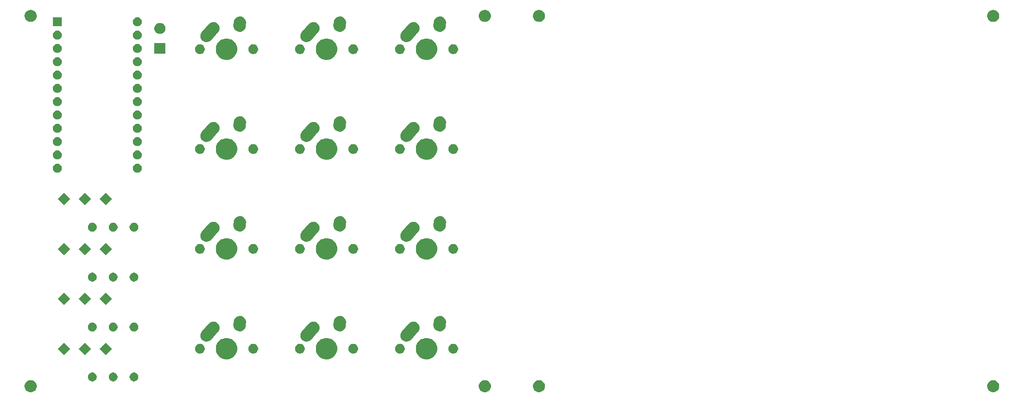
<source format=gbr>
G04 #@! TF.GenerationSoftware,KiCad,Pcbnew,(5.1.5)-3*
G04 #@! TF.CreationDate,2020-05-01T19:28:23-04:00*
G04 #@! TF.ProjectId,BookerBoard,426f6f6b-6572-4426-9f61-72642e6b6963,rev?*
G04 #@! TF.SameCoordinates,Original*
G04 #@! TF.FileFunction,Soldermask,Bot*
G04 #@! TF.FilePolarity,Negative*
%FSLAX46Y46*%
G04 Gerber Fmt 4.6, Leading zero omitted, Abs format (unit mm)*
G04 Created by KiCad (PCBNEW (5.1.5)-3) date 2020-05-01 19:28:23*
%MOMM*%
%LPD*%
G04 APERTURE LIST*
%ADD10C,0.100000*%
G04 APERTURE END LIST*
D10*
G36*
X236762049Y-108408616D02*
G01*
X236873234Y-108430732D01*
X237082703Y-108517497D01*
X237271220Y-108643460D01*
X237431540Y-108803780D01*
X237557503Y-108992297D01*
X237644268Y-109201766D01*
X237688500Y-109424136D01*
X237688500Y-109650864D01*
X237644268Y-109873234D01*
X237557503Y-110082703D01*
X237431540Y-110271220D01*
X237271220Y-110431540D01*
X237082703Y-110557503D01*
X236873234Y-110644268D01*
X236762049Y-110666384D01*
X236650865Y-110688500D01*
X236424135Y-110688500D01*
X236312951Y-110666384D01*
X236201766Y-110644268D01*
X235992297Y-110557503D01*
X235803780Y-110431540D01*
X235643460Y-110271220D01*
X235517497Y-110082703D01*
X235430732Y-109873234D01*
X235386500Y-109650864D01*
X235386500Y-109424136D01*
X235430732Y-109201766D01*
X235517497Y-108992297D01*
X235643460Y-108803780D01*
X235803780Y-108643460D01*
X235992297Y-108517497D01*
X236201766Y-108430732D01*
X236312951Y-108408616D01*
X236424135Y-108386500D01*
X236650865Y-108386500D01*
X236762049Y-108408616D01*
G37*
G36*
X150243299Y-108408616D02*
G01*
X150354484Y-108430732D01*
X150563953Y-108517497D01*
X150752470Y-108643460D01*
X150912790Y-108803780D01*
X151038753Y-108992297D01*
X151125518Y-109201766D01*
X151169750Y-109424136D01*
X151169750Y-109650864D01*
X151125518Y-109873234D01*
X151038753Y-110082703D01*
X150912790Y-110271220D01*
X150752470Y-110431540D01*
X150563953Y-110557503D01*
X150354484Y-110644268D01*
X150243299Y-110666384D01*
X150132115Y-110688500D01*
X149905385Y-110688500D01*
X149794201Y-110666384D01*
X149683016Y-110644268D01*
X149473547Y-110557503D01*
X149285030Y-110431540D01*
X149124710Y-110271220D01*
X148998747Y-110082703D01*
X148911982Y-109873234D01*
X148867750Y-109650864D01*
X148867750Y-109424136D01*
X148911982Y-109201766D01*
X148998747Y-108992297D01*
X149124710Y-108803780D01*
X149285030Y-108643460D01*
X149473547Y-108517497D01*
X149683016Y-108430732D01*
X149794201Y-108408616D01*
X149905385Y-108386500D01*
X150132115Y-108386500D01*
X150243299Y-108408616D01*
G37*
G36*
X53405799Y-108408616D02*
G01*
X53516984Y-108430732D01*
X53726453Y-108517497D01*
X53914970Y-108643460D01*
X54075290Y-108803780D01*
X54201253Y-108992297D01*
X54288018Y-109201766D01*
X54332250Y-109424136D01*
X54332250Y-109650864D01*
X54288018Y-109873234D01*
X54201253Y-110082703D01*
X54075290Y-110271220D01*
X53914970Y-110431540D01*
X53726453Y-110557503D01*
X53516984Y-110644268D01*
X53405799Y-110666384D01*
X53294615Y-110688500D01*
X53067885Y-110688500D01*
X52956701Y-110666384D01*
X52845516Y-110644268D01*
X52636047Y-110557503D01*
X52447530Y-110431540D01*
X52287210Y-110271220D01*
X52161247Y-110082703D01*
X52074482Y-109873234D01*
X52030250Y-109650864D01*
X52030250Y-109424136D01*
X52074482Y-109201766D01*
X52161247Y-108992297D01*
X52287210Y-108803780D01*
X52447530Y-108643460D01*
X52636047Y-108517497D01*
X52845516Y-108430732D01*
X52956701Y-108408616D01*
X53067885Y-108386500D01*
X53294615Y-108386500D01*
X53405799Y-108408616D01*
G37*
G36*
X139924549Y-108408616D02*
G01*
X140035734Y-108430732D01*
X140245203Y-108517497D01*
X140433720Y-108643460D01*
X140594040Y-108803780D01*
X140720003Y-108992297D01*
X140806768Y-109201766D01*
X140851000Y-109424136D01*
X140851000Y-109650864D01*
X140806768Y-109873234D01*
X140720003Y-110082703D01*
X140594040Y-110271220D01*
X140433720Y-110431540D01*
X140245203Y-110557503D01*
X140035734Y-110644268D01*
X139924549Y-110666384D01*
X139813365Y-110688500D01*
X139586635Y-110688500D01*
X139475451Y-110666384D01*
X139364266Y-110644268D01*
X139154797Y-110557503D01*
X138966280Y-110431540D01*
X138805960Y-110271220D01*
X138679997Y-110082703D01*
X138593232Y-109873234D01*
X138549000Y-109650864D01*
X138549000Y-109424136D01*
X138593232Y-109201766D01*
X138679997Y-108992297D01*
X138805960Y-108803780D01*
X138966280Y-108643460D01*
X139154797Y-108517497D01*
X139364266Y-108430732D01*
X139475451Y-108408616D01*
X139586635Y-108386500D01*
X139813365Y-108386500D01*
X139924549Y-108408616D01*
G37*
G36*
X73105132Y-106963607D02*
G01*
X73260004Y-107027757D01*
X73399385Y-107120889D01*
X73517919Y-107239423D01*
X73611051Y-107378804D01*
X73675201Y-107533676D01*
X73707904Y-107698088D01*
X73707904Y-107865720D01*
X73675201Y-108030132D01*
X73611051Y-108185004D01*
X73517919Y-108324385D01*
X73399385Y-108442919D01*
X73260004Y-108536051D01*
X73105132Y-108600201D01*
X72940720Y-108632904D01*
X72773088Y-108632904D01*
X72608676Y-108600201D01*
X72453804Y-108536051D01*
X72314423Y-108442919D01*
X72195889Y-108324385D01*
X72102757Y-108185004D01*
X72038607Y-108030132D01*
X72005904Y-107865720D01*
X72005904Y-107698088D01*
X72038607Y-107533676D01*
X72102757Y-107378804D01*
X72195889Y-107239423D01*
X72314423Y-107120889D01*
X72453804Y-107027757D01*
X72608676Y-106963607D01*
X72773088Y-106930904D01*
X72940720Y-106930904D01*
X73105132Y-106963607D01*
G37*
G36*
X69136382Y-106963607D02*
G01*
X69291254Y-107027757D01*
X69430635Y-107120889D01*
X69549169Y-107239423D01*
X69642301Y-107378804D01*
X69706451Y-107533676D01*
X69739154Y-107698088D01*
X69739154Y-107865720D01*
X69706451Y-108030132D01*
X69642301Y-108185004D01*
X69549169Y-108324385D01*
X69430635Y-108442919D01*
X69291254Y-108536051D01*
X69136382Y-108600201D01*
X68971970Y-108632904D01*
X68804338Y-108632904D01*
X68639926Y-108600201D01*
X68485054Y-108536051D01*
X68345673Y-108442919D01*
X68227139Y-108324385D01*
X68134007Y-108185004D01*
X68069857Y-108030132D01*
X68037154Y-107865720D01*
X68037154Y-107698088D01*
X68069857Y-107533676D01*
X68134007Y-107378804D01*
X68227139Y-107239423D01*
X68345673Y-107120889D01*
X68485054Y-107027757D01*
X68639926Y-106963607D01*
X68804338Y-106930904D01*
X68971970Y-106930904D01*
X69136382Y-106963607D01*
G37*
G36*
X65167632Y-106963607D02*
G01*
X65322504Y-107027757D01*
X65461885Y-107120889D01*
X65580419Y-107239423D01*
X65673551Y-107378804D01*
X65737701Y-107533676D01*
X65770404Y-107698088D01*
X65770404Y-107865720D01*
X65737701Y-108030132D01*
X65673551Y-108185004D01*
X65580419Y-108324385D01*
X65461885Y-108442919D01*
X65322504Y-108536051D01*
X65167632Y-108600201D01*
X65003220Y-108632904D01*
X64835588Y-108632904D01*
X64671176Y-108600201D01*
X64516304Y-108536051D01*
X64376923Y-108442919D01*
X64258389Y-108324385D01*
X64165257Y-108185004D01*
X64101107Y-108030132D01*
X64068404Y-107865720D01*
X64068404Y-107698088D01*
X64101107Y-107533676D01*
X64165257Y-107378804D01*
X64258389Y-107239423D01*
X64376923Y-107120889D01*
X64516304Y-107027757D01*
X64671176Y-106963607D01*
X64835588Y-106930904D01*
X65003220Y-106930904D01*
X65167632Y-106963607D01*
G37*
G36*
X129183974Y-100427434D02*
G01*
X129401974Y-100517733D01*
X129556123Y-100581583D01*
X129891048Y-100805373D01*
X130175877Y-101090202D01*
X130399667Y-101425127D01*
X130432062Y-101503336D01*
X130553816Y-101797276D01*
X130632400Y-102192344D01*
X130632400Y-102595156D01*
X130553816Y-102990224D01*
X130502951Y-103113022D01*
X130399667Y-103362373D01*
X130175877Y-103697298D01*
X129891048Y-103982127D01*
X129556123Y-104205917D01*
X129401974Y-104269767D01*
X129183974Y-104360066D01*
X128788906Y-104438650D01*
X128386094Y-104438650D01*
X127991026Y-104360066D01*
X127773026Y-104269767D01*
X127618877Y-104205917D01*
X127283952Y-103982127D01*
X126999123Y-103697298D01*
X126775333Y-103362373D01*
X126672049Y-103113022D01*
X126621184Y-102990224D01*
X126542600Y-102595156D01*
X126542600Y-102192344D01*
X126621184Y-101797276D01*
X126742938Y-101503336D01*
X126775333Y-101425127D01*
X126999123Y-101090202D01*
X127283952Y-100805373D01*
X127618877Y-100581583D01*
X127773026Y-100517733D01*
X127991026Y-100427434D01*
X128386094Y-100348850D01*
X128788906Y-100348850D01*
X129183974Y-100427434D01*
G37*
G36*
X110133974Y-100427434D02*
G01*
X110351974Y-100517733D01*
X110506123Y-100581583D01*
X110841048Y-100805373D01*
X111125877Y-101090202D01*
X111349667Y-101425127D01*
X111382062Y-101503336D01*
X111503816Y-101797276D01*
X111582400Y-102192344D01*
X111582400Y-102595156D01*
X111503816Y-102990224D01*
X111452951Y-103113022D01*
X111349667Y-103362373D01*
X111125877Y-103697298D01*
X110841048Y-103982127D01*
X110506123Y-104205917D01*
X110351974Y-104269767D01*
X110133974Y-104360066D01*
X109738906Y-104438650D01*
X109336094Y-104438650D01*
X108941026Y-104360066D01*
X108723026Y-104269767D01*
X108568877Y-104205917D01*
X108233952Y-103982127D01*
X107949123Y-103697298D01*
X107725333Y-103362373D01*
X107622049Y-103113022D01*
X107571184Y-102990224D01*
X107492600Y-102595156D01*
X107492600Y-102192344D01*
X107571184Y-101797276D01*
X107692938Y-101503336D01*
X107725333Y-101425127D01*
X107949123Y-101090202D01*
X108233952Y-100805373D01*
X108568877Y-100581583D01*
X108723026Y-100517733D01*
X108941026Y-100427434D01*
X109336094Y-100348850D01*
X109738906Y-100348850D01*
X110133974Y-100427434D01*
G37*
G36*
X91083974Y-100427434D02*
G01*
X91301974Y-100517733D01*
X91456123Y-100581583D01*
X91791048Y-100805373D01*
X92075877Y-101090202D01*
X92299667Y-101425127D01*
X92332062Y-101503336D01*
X92453816Y-101797276D01*
X92532400Y-102192344D01*
X92532400Y-102595156D01*
X92453816Y-102990224D01*
X92402951Y-103113022D01*
X92299667Y-103362373D01*
X92075877Y-103697298D01*
X91791048Y-103982127D01*
X91456123Y-104205917D01*
X91301974Y-104269767D01*
X91083974Y-104360066D01*
X90688906Y-104438650D01*
X90286094Y-104438650D01*
X89891026Y-104360066D01*
X89673026Y-104269767D01*
X89518877Y-104205917D01*
X89183952Y-103982127D01*
X88899123Y-103697298D01*
X88675333Y-103362373D01*
X88572049Y-103113022D01*
X88521184Y-102990224D01*
X88442600Y-102595156D01*
X88442600Y-102192344D01*
X88521184Y-101797276D01*
X88642938Y-101503336D01*
X88675333Y-101425127D01*
X88899123Y-101090202D01*
X89183952Y-100805373D01*
X89518877Y-100581583D01*
X89673026Y-100517733D01*
X89891026Y-100427434D01*
X90286094Y-100348850D01*
X90688906Y-100348850D01*
X91083974Y-100427434D01*
G37*
G36*
X64703496Y-102393750D02*
G01*
X63500000Y-103597246D01*
X62296504Y-102393750D01*
X63500000Y-101190254D01*
X64703496Y-102393750D01*
G37*
G36*
X60734746Y-102393750D02*
G01*
X59531250Y-103597246D01*
X58327754Y-102393750D01*
X59531250Y-101190254D01*
X60734746Y-102393750D01*
G37*
G36*
X68672246Y-102393750D02*
G01*
X67468750Y-103597246D01*
X66265254Y-102393750D01*
X67468750Y-101190254D01*
X68672246Y-102393750D01*
G37*
G36*
X123777604Y-101503335D02*
G01*
X123946126Y-101573139D01*
X124097791Y-101674478D01*
X124226772Y-101803459D01*
X124328111Y-101955124D01*
X124397915Y-102123646D01*
X124433500Y-102302547D01*
X124433500Y-102484953D01*
X124397915Y-102663854D01*
X124328111Y-102832376D01*
X124226772Y-102984041D01*
X124097791Y-103113022D01*
X123946126Y-103214361D01*
X123777604Y-103284165D01*
X123598703Y-103319750D01*
X123416297Y-103319750D01*
X123237396Y-103284165D01*
X123068874Y-103214361D01*
X122917209Y-103113022D01*
X122788228Y-102984041D01*
X122686889Y-102832376D01*
X122617085Y-102663854D01*
X122581500Y-102484953D01*
X122581500Y-102302547D01*
X122617085Y-102123646D01*
X122686889Y-101955124D01*
X122788228Y-101803459D01*
X122917209Y-101674478D01*
X123068874Y-101573139D01*
X123237396Y-101503335D01*
X123416297Y-101467750D01*
X123598703Y-101467750D01*
X123777604Y-101503335D01*
G37*
G36*
X133937604Y-101503335D02*
G01*
X134106126Y-101573139D01*
X134257791Y-101674478D01*
X134386772Y-101803459D01*
X134488111Y-101955124D01*
X134557915Y-102123646D01*
X134593500Y-102302547D01*
X134593500Y-102484953D01*
X134557915Y-102663854D01*
X134488111Y-102832376D01*
X134386772Y-102984041D01*
X134257791Y-103113022D01*
X134106126Y-103214361D01*
X133937604Y-103284165D01*
X133758703Y-103319750D01*
X133576297Y-103319750D01*
X133397396Y-103284165D01*
X133228874Y-103214361D01*
X133077209Y-103113022D01*
X132948228Y-102984041D01*
X132846889Y-102832376D01*
X132777085Y-102663854D01*
X132741500Y-102484953D01*
X132741500Y-102302547D01*
X132777085Y-102123646D01*
X132846889Y-101955124D01*
X132948228Y-101803459D01*
X133077209Y-101674478D01*
X133228874Y-101573139D01*
X133397396Y-101503335D01*
X133576297Y-101467750D01*
X133758703Y-101467750D01*
X133937604Y-101503335D01*
G37*
G36*
X114887604Y-101503335D02*
G01*
X115056126Y-101573139D01*
X115207791Y-101674478D01*
X115336772Y-101803459D01*
X115438111Y-101955124D01*
X115507915Y-102123646D01*
X115543500Y-102302547D01*
X115543500Y-102484953D01*
X115507915Y-102663854D01*
X115438111Y-102832376D01*
X115336772Y-102984041D01*
X115207791Y-103113022D01*
X115056126Y-103214361D01*
X114887604Y-103284165D01*
X114708703Y-103319750D01*
X114526297Y-103319750D01*
X114347396Y-103284165D01*
X114178874Y-103214361D01*
X114027209Y-103113022D01*
X113898228Y-102984041D01*
X113796889Y-102832376D01*
X113727085Y-102663854D01*
X113691500Y-102484953D01*
X113691500Y-102302547D01*
X113727085Y-102123646D01*
X113796889Y-101955124D01*
X113898228Y-101803459D01*
X114027209Y-101674478D01*
X114178874Y-101573139D01*
X114347396Y-101503335D01*
X114526297Y-101467750D01*
X114708703Y-101467750D01*
X114887604Y-101503335D01*
G37*
G36*
X95837604Y-101503335D02*
G01*
X96006126Y-101573139D01*
X96157791Y-101674478D01*
X96286772Y-101803459D01*
X96388111Y-101955124D01*
X96457915Y-102123646D01*
X96493500Y-102302547D01*
X96493500Y-102484953D01*
X96457915Y-102663854D01*
X96388111Y-102832376D01*
X96286772Y-102984041D01*
X96157791Y-103113022D01*
X96006126Y-103214361D01*
X95837604Y-103284165D01*
X95658703Y-103319750D01*
X95476297Y-103319750D01*
X95297396Y-103284165D01*
X95128874Y-103214361D01*
X94977209Y-103113022D01*
X94848228Y-102984041D01*
X94746889Y-102832376D01*
X94677085Y-102663854D01*
X94641500Y-102484953D01*
X94641500Y-102302547D01*
X94677085Y-102123646D01*
X94746889Y-101955124D01*
X94848228Y-101803459D01*
X94977209Y-101674478D01*
X95128874Y-101573139D01*
X95297396Y-101503335D01*
X95476297Y-101467750D01*
X95658703Y-101467750D01*
X95837604Y-101503335D01*
G37*
G36*
X85677604Y-101503335D02*
G01*
X85846126Y-101573139D01*
X85997791Y-101674478D01*
X86126772Y-101803459D01*
X86228111Y-101955124D01*
X86297915Y-102123646D01*
X86333500Y-102302547D01*
X86333500Y-102484953D01*
X86297915Y-102663854D01*
X86228111Y-102832376D01*
X86126772Y-102984041D01*
X85997791Y-103113022D01*
X85846126Y-103214361D01*
X85677604Y-103284165D01*
X85498703Y-103319750D01*
X85316297Y-103319750D01*
X85137396Y-103284165D01*
X84968874Y-103214361D01*
X84817209Y-103113022D01*
X84688228Y-102984041D01*
X84586889Y-102832376D01*
X84517085Y-102663854D01*
X84481500Y-102484953D01*
X84481500Y-102302547D01*
X84517085Y-102123646D01*
X84586889Y-101955124D01*
X84688228Y-101803459D01*
X84817209Y-101674478D01*
X84968874Y-101573139D01*
X85137396Y-101503335D01*
X85316297Y-101467750D01*
X85498703Y-101467750D01*
X85677604Y-101503335D01*
G37*
G36*
X104727604Y-101503335D02*
G01*
X104896126Y-101573139D01*
X105047791Y-101674478D01*
X105176772Y-101803459D01*
X105278111Y-101955124D01*
X105347915Y-102123646D01*
X105383500Y-102302547D01*
X105383500Y-102484953D01*
X105347915Y-102663854D01*
X105278111Y-102832376D01*
X105176772Y-102984041D01*
X105047791Y-103113022D01*
X104896126Y-103214361D01*
X104727604Y-103284165D01*
X104548703Y-103319750D01*
X104366297Y-103319750D01*
X104187396Y-103284165D01*
X104018874Y-103214361D01*
X103867209Y-103113022D01*
X103738228Y-102984041D01*
X103636889Y-102832376D01*
X103567085Y-102663854D01*
X103531500Y-102484953D01*
X103531500Y-102302547D01*
X103567085Y-102123646D01*
X103636889Y-101955124D01*
X103738228Y-101803459D01*
X103867209Y-101674478D01*
X104018874Y-101573139D01*
X104187396Y-101503335D01*
X104366297Y-101467750D01*
X104548703Y-101467750D01*
X104727604Y-101503335D01*
G37*
G36*
X107060705Y-97217631D02*
G01*
X107066145Y-97217750D01*
X107153328Y-97217750D01*
X107169597Y-97220986D01*
X107188456Y-97223265D01*
X107205032Y-97223996D01*
X107289723Y-97244760D01*
X107295018Y-97245934D01*
X107380527Y-97262943D01*
X107395862Y-97269295D01*
X107413901Y-97275205D01*
X107430021Y-97279157D01*
X107509004Y-97316030D01*
X107513994Y-97318227D01*
X107594545Y-97351592D01*
X107608341Y-97360810D01*
X107624893Y-97370132D01*
X107639926Y-97377150D01*
X107710194Y-97428721D01*
X107714692Y-97431872D01*
X107787156Y-97480291D01*
X107798883Y-97492018D01*
X107813309Y-97504398D01*
X107826679Y-97514211D01*
X107826680Y-97514212D01*
X107885521Y-97578483D01*
X107889329Y-97582464D01*
X107950959Y-97644094D01*
X107960174Y-97657885D01*
X107971896Y-97672828D01*
X107983105Y-97685071D01*
X108028299Y-97759624D01*
X108031246Y-97764251D01*
X108079658Y-97836705D01*
X108086005Y-97852027D01*
X108094592Y-97868981D01*
X108103191Y-97883167D01*
X108132978Y-97965118D01*
X108134952Y-97970198D01*
X108168307Y-98050723D01*
X108168307Y-98050724D01*
X108171541Y-98066983D01*
X108176658Y-98085292D01*
X108182325Y-98100884D01*
X108195555Y-98187095D01*
X108196501Y-98192463D01*
X108213500Y-98277923D01*
X108213500Y-98294502D01*
X108214944Y-98313442D01*
X108217463Y-98329854D01*
X108213620Y-98416999D01*
X108213500Y-98422439D01*
X108213500Y-98509575D01*
X108210266Y-98525833D01*
X108207988Y-98544691D01*
X108207256Y-98561281D01*
X108186488Y-98645987D01*
X108185312Y-98651287D01*
X108168307Y-98736777D01*
X108161957Y-98752107D01*
X108156049Y-98770143D01*
X108152095Y-98786270D01*
X108115211Y-98865276D01*
X108113011Y-98870273D01*
X108079658Y-98950795D01*
X108070444Y-98964585D01*
X108061122Y-98981137D01*
X108054102Y-98996174D01*
X108002511Y-99066470D01*
X107999366Y-99070960D01*
X107950961Y-99143404D01*
X107893960Y-99200405D01*
X107889311Y-99205313D01*
X107457811Y-99686220D01*
X106564223Y-100682126D01*
X106436179Y-100799352D01*
X106337130Y-100859396D01*
X106238083Y-100919439D01*
X106020366Y-100998573D01*
X105791395Y-101033711D01*
X105559970Y-101023504D01*
X105334981Y-100968343D01*
X105230227Y-100919439D01*
X105125079Y-100870352D01*
X105028338Y-100799352D01*
X104938323Y-100733289D01*
X104863894Y-100651991D01*
X104781898Y-100562429D01*
X104700064Y-100427435D01*
X104661811Y-100364333D01*
X104582677Y-100146616D01*
X104547539Y-99917645D01*
X104557746Y-99686220D01*
X104612907Y-99461231D01*
X104664472Y-99350778D01*
X104710898Y-99251330D01*
X104710900Y-99251327D01*
X104813614Y-99111372D01*
X105491463Y-98355908D01*
X106100287Y-97677371D01*
X106111181Y-97663339D01*
X106124039Y-97644096D01*
X106181073Y-97587062D01*
X106185723Y-97582153D01*
X106200778Y-97565374D01*
X106222201Y-97545761D01*
X106226182Y-97541953D01*
X106287846Y-97480289D01*
X106301643Y-97471070D01*
X106316602Y-97459335D01*
X106328821Y-97448148D01*
X106360885Y-97428711D01*
X106403330Y-97402981D01*
X106407921Y-97400058D01*
X106480455Y-97351592D01*
X106495800Y-97345236D01*
X106512748Y-97336651D01*
X106526916Y-97328062D01*
X106526917Y-97328062D01*
X106526918Y-97328061D01*
X106608812Y-97298295D01*
X106613910Y-97296313D01*
X106694473Y-97262943D01*
X106710752Y-97259705D01*
X106729042Y-97254594D01*
X106744635Y-97248927D01*
X106830800Y-97235704D01*
X106836163Y-97234759D01*
X106921673Y-97217750D01*
X106938266Y-97217750D01*
X106957209Y-97216305D01*
X106973606Y-97213789D01*
X107060705Y-97217631D01*
G37*
G36*
X88010705Y-97217631D02*
G01*
X88016145Y-97217750D01*
X88103328Y-97217750D01*
X88119597Y-97220986D01*
X88138456Y-97223265D01*
X88155032Y-97223996D01*
X88239723Y-97244760D01*
X88245018Y-97245934D01*
X88330527Y-97262943D01*
X88345862Y-97269295D01*
X88363901Y-97275205D01*
X88380021Y-97279157D01*
X88459004Y-97316030D01*
X88463994Y-97318227D01*
X88544545Y-97351592D01*
X88558341Y-97360810D01*
X88574893Y-97370132D01*
X88589926Y-97377150D01*
X88660194Y-97428721D01*
X88664692Y-97431872D01*
X88737156Y-97480291D01*
X88748883Y-97492018D01*
X88763309Y-97504398D01*
X88776679Y-97514211D01*
X88776680Y-97514212D01*
X88835521Y-97578483D01*
X88839329Y-97582464D01*
X88900959Y-97644094D01*
X88910174Y-97657885D01*
X88921896Y-97672828D01*
X88933105Y-97685071D01*
X88978299Y-97759624D01*
X88981246Y-97764251D01*
X89029658Y-97836705D01*
X89036005Y-97852027D01*
X89044592Y-97868981D01*
X89053191Y-97883167D01*
X89082978Y-97965118D01*
X89084952Y-97970198D01*
X89118307Y-98050723D01*
X89118307Y-98050724D01*
X89121541Y-98066983D01*
X89126658Y-98085292D01*
X89132325Y-98100884D01*
X89145555Y-98187095D01*
X89146501Y-98192463D01*
X89163500Y-98277923D01*
X89163500Y-98294502D01*
X89164944Y-98313442D01*
X89167463Y-98329854D01*
X89163620Y-98416999D01*
X89163500Y-98422439D01*
X89163500Y-98509575D01*
X89160266Y-98525833D01*
X89157988Y-98544691D01*
X89157256Y-98561281D01*
X89136488Y-98645987D01*
X89135312Y-98651287D01*
X89118307Y-98736777D01*
X89111957Y-98752107D01*
X89106049Y-98770143D01*
X89102095Y-98786270D01*
X89065211Y-98865276D01*
X89063011Y-98870273D01*
X89029658Y-98950795D01*
X89020444Y-98964585D01*
X89011122Y-98981137D01*
X89004102Y-98996174D01*
X88952511Y-99066470D01*
X88949366Y-99070960D01*
X88900961Y-99143404D01*
X88843960Y-99200405D01*
X88839311Y-99205313D01*
X88407811Y-99686220D01*
X87514223Y-100682126D01*
X87386179Y-100799352D01*
X87287130Y-100859396D01*
X87188083Y-100919439D01*
X86970366Y-100998573D01*
X86741395Y-101033711D01*
X86509970Y-101023504D01*
X86284981Y-100968343D01*
X86180227Y-100919439D01*
X86075079Y-100870352D01*
X85978338Y-100799352D01*
X85888323Y-100733289D01*
X85813894Y-100651991D01*
X85731898Y-100562429D01*
X85650064Y-100427435D01*
X85611811Y-100364333D01*
X85532677Y-100146616D01*
X85497539Y-99917645D01*
X85507746Y-99686220D01*
X85562907Y-99461231D01*
X85614472Y-99350778D01*
X85660898Y-99251330D01*
X85660900Y-99251327D01*
X85763614Y-99111372D01*
X86441463Y-98355908D01*
X87050287Y-97677371D01*
X87061181Y-97663339D01*
X87074039Y-97644096D01*
X87131073Y-97587062D01*
X87135723Y-97582153D01*
X87150778Y-97565374D01*
X87172201Y-97545761D01*
X87176182Y-97541953D01*
X87237846Y-97480289D01*
X87251643Y-97471070D01*
X87266602Y-97459335D01*
X87278821Y-97448148D01*
X87310885Y-97428711D01*
X87353330Y-97402981D01*
X87357921Y-97400058D01*
X87430455Y-97351592D01*
X87445800Y-97345236D01*
X87462748Y-97336651D01*
X87476916Y-97328062D01*
X87476917Y-97328062D01*
X87476918Y-97328061D01*
X87558812Y-97298295D01*
X87563910Y-97296313D01*
X87644473Y-97262943D01*
X87660752Y-97259705D01*
X87679042Y-97254594D01*
X87694635Y-97248927D01*
X87780800Y-97235704D01*
X87786163Y-97234759D01*
X87871673Y-97217750D01*
X87888266Y-97217750D01*
X87907209Y-97216305D01*
X87923606Y-97213789D01*
X88010705Y-97217631D01*
G37*
G36*
X126110705Y-97217631D02*
G01*
X126116145Y-97217750D01*
X126203328Y-97217750D01*
X126219597Y-97220986D01*
X126238456Y-97223265D01*
X126255032Y-97223996D01*
X126339723Y-97244760D01*
X126345018Y-97245934D01*
X126430527Y-97262943D01*
X126445862Y-97269295D01*
X126463901Y-97275205D01*
X126480021Y-97279157D01*
X126559004Y-97316030D01*
X126563994Y-97318227D01*
X126644545Y-97351592D01*
X126658341Y-97360810D01*
X126674893Y-97370132D01*
X126689926Y-97377150D01*
X126760194Y-97428721D01*
X126764692Y-97431872D01*
X126837156Y-97480291D01*
X126848883Y-97492018D01*
X126863309Y-97504398D01*
X126876679Y-97514211D01*
X126876680Y-97514212D01*
X126935521Y-97578483D01*
X126939329Y-97582464D01*
X127000959Y-97644094D01*
X127010174Y-97657885D01*
X127021896Y-97672828D01*
X127033105Y-97685071D01*
X127078299Y-97759624D01*
X127081246Y-97764251D01*
X127129658Y-97836705D01*
X127136005Y-97852027D01*
X127144592Y-97868981D01*
X127153191Y-97883167D01*
X127182978Y-97965118D01*
X127184952Y-97970198D01*
X127218307Y-98050723D01*
X127218307Y-98050724D01*
X127221541Y-98066983D01*
X127226658Y-98085292D01*
X127232325Y-98100884D01*
X127245555Y-98187095D01*
X127246501Y-98192463D01*
X127263500Y-98277923D01*
X127263500Y-98294502D01*
X127264944Y-98313442D01*
X127267463Y-98329854D01*
X127263620Y-98416999D01*
X127263500Y-98422439D01*
X127263500Y-98509575D01*
X127260266Y-98525833D01*
X127257988Y-98544691D01*
X127257256Y-98561281D01*
X127236488Y-98645987D01*
X127235312Y-98651287D01*
X127218307Y-98736777D01*
X127211957Y-98752107D01*
X127206049Y-98770143D01*
X127202095Y-98786270D01*
X127165211Y-98865276D01*
X127163011Y-98870273D01*
X127129658Y-98950795D01*
X127120444Y-98964585D01*
X127111122Y-98981137D01*
X127104102Y-98996174D01*
X127052511Y-99066470D01*
X127049366Y-99070960D01*
X127000961Y-99143404D01*
X126943960Y-99200405D01*
X126939311Y-99205313D01*
X126507811Y-99686220D01*
X125614223Y-100682126D01*
X125486179Y-100799352D01*
X125387130Y-100859396D01*
X125288083Y-100919439D01*
X125070366Y-100998573D01*
X124841395Y-101033711D01*
X124609970Y-101023504D01*
X124384981Y-100968343D01*
X124280227Y-100919439D01*
X124175079Y-100870352D01*
X124078338Y-100799352D01*
X123988323Y-100733289D01*
X123913894Y-100651991D01*
X123831898Y-100562429D01*
X123750064Y-100427435D01*
X123711811Y-100364333D01*
X123632677Y-100146616D01*
X123597539Y-99917645D01*
X123607746Y-99686220D01*
X123662907Y-99461231D01*
X123714472Y-99350778D01*
X123760898Y-99251330D01*
X123760900Y-99251327D01*
X123863614Y-99111372D01*
X124541463Y-98355908D01*
X125150287Y-97677371D01*
X125161181Y-97663339D01*
X125174039Y-97644096D01*
X125231073Y-97587062D01*
X125235723Y-97582153D01*
X125250778Y-97565374D01*
X125272201Y-97545761D01*
X125276182Y-97541953D01*
X125337846Y-97480289D01*
X125351643Y-97471070D01*
X125366602Y-97459335D01*
X125378821Y-97448148D01*
X125410885Y-97428711D01*
X125453330Y-97402981D01*
X125457921Y-97400058D01*
X125530455Y-97351592D01*
X125545800Y-97345236D01*
X125562748Y-97336651D01*
X125576916Y-97328062D01*
X125576917Y-97328062D01*
X125576918Y-97328061D01*
X125658812Y-97298295D01*
X125663910Y-97296313D01*
X125744473Y-97262943D01*
X125760752Y-97259705D01*
X125779042Y-97254594D01*
X125794635Y-97248927D01*
X125880800Y-97235704D01*
X125886163Y-97234759D01*
X125971673Y-97217750D01*
X125988266Y-97217750D01*
X126007209Y-97216305D01*
X126023606Y-97213789D01*
X126110705Y-97217631D01*
G37*
G36*
X69136382Y-97438607D02*
G01*
X69291254Y-97502757D01*
X69430635Y-97595889D01*
X69549169Y-97714423D01*
X69642301Y-97853804D01*
X69706451Y-98008676D01*
X69739154Y-98173088D01*
X69739154Y-98340720D01*
X69706451Y-98505132D01*
X69642301Y-98660004D01*
X69549169Y-98799385D01*
X69430635Y-98917919D01*
X69291254Y-99011051D01*
X69136382Y-99075201D01*
X68971970Y-99107904D01*
X68804338Y-99107904D01*
X68639926Y-99075201D01*
X68485054Y-99011051D01*
X68345673Y-98917919D01*
X68227139Y-98799385D01*
X68134007Y-98660004D01*
X68069857Y-98505132D01*
X68037154Y-98340720D01*
X68037154Y-98173088D01*
X68069857Y-98008676D01*
X68134007Y-97853804D01*
X68227139Y-97714423D01*
X68345673Y-97595889D01*
X68485054Y-97502757D01*
X68639926Y-97438607D01*
X68804338Y-97405904D01*
X68971970Y-97405904D01*
X69136382Y-97438607D01*
G37*
G36*
X73105132Y-97438607D02*
G01*
X73260004Y-97502757D01*
X73399385Y-97595889D01*
X73517919Y-97714423D01*
X73611051Y-97853804D01*
X73675201Y-98008676D01*
X73707904Y-98173088D01*
X73707904Y-98340720D01*
X73675201Y-98505132D01*
X73611051Y-98660004D01*
X73517919Y-98799385D01*
X73399385Y-98917919D01*
X73260004Y-99011051D01*
X73105132Y-99075201D01*
X72940720Y-99107904D01*
X72773088Y-99107904D01*
X72608676Y-99075201D01*
X72453804Y-99011051D01*
X72314423Y-98917919D01*
X72195889Y-98799385D01*
X72102757Y-98660004D01*
X72038607Y-98505132D01*
X72005904Y-98340720D01*
X72005904Y-98173088D01*
X72038607Y-98008676D01*
X72102757Y-97853804D01*
X72195889Y-97714423D01*
X72314423Y-97595889D01*
X72453804Y-97502757D01*
X72608676Y-97438607D01*
X72773088Y-97405904D01*
X72940720Y-97405904D01*
X73105132Y-97438607D01*
G37*
G36*
X65167632Y-97438607D02*
G01*
X65322504Y-97502757D01*
X65461885Y-97595889D01*
X65580419Y-97714423D01*
X65673551Y-97853804D01*
X65737701Y-98008676D01*
X65770404Y-98173088D01*
X65770404Y-98340720D01*
X65737701Y-98505132D01*
X65673551Y-98660004D01*
X65580419Y-98799385D01*
X65461885Y-98917919D01*
X65322504Y-99011051D01*
X65167632Y-99075201D01*
X65003220Y-99107904D01*
X64835588Y-99107904D01*
X64671176Y-99075201D01*
X64516304Y-99011051D01*
X64376923Y-98917919D01*
X64258389Y-98799385D01*
X64165257Y-98660004D01*
X64101107Y-98505132D01*
X64068404Y-98340720D01*
X64068404Y-98173088D01*
X64101107Y-98008676D01*
X64165257Y-97853804D01*
X64258389Y-97714423D01*
X64376923Y-97595889D01*
X64516304Y-97502757D01*
X64671176Y-97438607D01*
X64835588Y-97405904D01*
X65003220Y-97405904D01*
X65167632Y-97438607D01*
G37*
G36*
X112165627Y-96136011D02*
G01*
X112186400Y-96137750D01*
X112193327Y-96137750D01*
X112288254Y-96156632D01*
X112291848Y-96157292D01*
X112387230Y-96173374D01*
X112393703Y-96175835D01*
X112413728Y-96181591D01*
X112420527Y-96182943D01*
X112482914Y-96208784D01*
X112509943Y-96219980D01*
X112513344Y-96221331D01*
X112603755Y-96255711D01*
X112609627Y-96259390D01*
X112628136Y-96268937D01*
X112634545Y-96271592D01*
X112715063Y-96325392D01*
X112718054Y-96327328D01*
X112800057Y-96378709D01*
X112805084Y-96383450D01*
X112821396Y-96396441D01*
X112827152Y-96400287D01*
X112895610Y-96468745D01*
X112898189Y-96471249D01*
X112968590Y-96537639D01*
X112972595Y-96543269D01*
X112986059Y-96559194D01*
X112990959Y-96564094D01*
X113044744Y-96644589D01*
X113046791Y-96647557D01*
X113102880Y-96726395D01*
X113105714Y-96732708D01*
X113115808Y-96750943D01*
X113119658Y-96756705D01*
X113156720Y-96846180D01*
X113158124Y-96849435D01*
X113197765Y-96937723D01*
X113199315Y-96944475D01*
X113205652Y-96964312D01*
X113208307Y-96970723D01*
X113227192Y-97065667D01*
X113227938Y-97069151D01*
X113249598Y-97163501D01*
X113249598Y-97163504D01*
X113249800Y-97170404D01*
X113252147Y-97191120D01*
X113253500Y-97197924D01*
X113253500Y-97294736D01*
X113253553Y-97298334D01*
X113254688Y-97337027D01*
X113253795Y-97349975D01*
X113253500Y-97358547D01*
X113253500Y-97429576D01*
X113247581Y-97459335D01*
X113247104Y-97461729D01*
X113245000Y-97477500D01*
X113206738Y-98032295D01*
X113177876Y-98203480D01*
X113095538Y-98420005D01*
X112972541Y-98616307D01*
X112813611Y-98784840D01*
X112624855Y-98919130D01*
X112413527Y-99014015D01*
X112187749Y-99065848D01*
X111956198Y-99072639D01*
X111956197Y-99072639D01*
X111910512Y-99064936D01*
X111727770Y-99034126D01*
X111511245Y-98951788D01*
X111314943Y-98828791D01*
X111146410Y-98669861D01*
X111012120Y-98481105D01*
X110917235Y-98269777D01*
X110865402Y-98043999D01*
X110860312Y-97870473D01*
X110901204Y-97277544D01*
X110901500Y-97268946D01*
X110901500Y-97197925D01*
X110920382Y-97103000D01*
X110921044Y-97099395D01*
X110926731Y-97065667D01*
X110937124Y-97004020D01*
X110939585Y-96997549D01*
X110945342Y-96977517D01*
X110946693Y-96970724D01*
X110949343Y-96964326D01*
X110983764Y-96881226D01*
X110985053Y-96877980D01*
X111019462Y-96787495D01*
X111023136Y-96781631D01*
X111032687Y-96763115D01*
X111035342Y-96756705D01*
X111089157Y-96676165D01*
X111091077Y-96673199D01*
X111142459Y-96591193D01*
X111147211Y-96586154D01*
X111160189Y-96569857D01*
X111164037Y-96564098D01*
X111232493Y-96495642D01*
X111235046Y-96493012D01*
X111255523Y-96471298D01*
X111301389Y-96422660D01*
X111307021Y-96418653D01*
X111322947Y-96405188D01*
X111327846Y-96400289D01*
X111408324Y-96346516D01*
X111411306Y-96344460D01*
X111490145Y-96288370D01*
X111496455Y-96285537D01*
X111514694Y-96275441D01*
X111520451Y-96271594D01*
X111520454Y-96271593D01*
X111520455Y-96271592D01*
X111609929Y-96234531D01*
X111613187Y-96233125D01*
X111701473Y-96193485D01*
X111708225Y-96191935D01*
X111728062Y-96185598D01*
X111734473Y-96182943D01*
X111829399Y-96164061D01*
X111832946Y-96163301D01*
X111927251Y-96141651D01*
X111929630Y-96141581D01*
X111934165Y-96141448D01*
X111954881Y-96139101D01*
X111961674Y-96137750D01*
X112058459Y-96137750D01*
X112062084Y-96137697D01*
X112158802Y-96134860D01*
X112165627Y-96136011D01*
G37*
G36*
X93115627Y-96136011D02*
G01*
X93136400Y-96137750D01*
X93143327Y-96137750D01*
X93238254Y-96156632D01*
X93241848Y-96157292D01*
X93337230Y-96173374D01*
X93343703Y-96175835D01*
X93363728Y-96181591D01*
X93370527Y-96182943D01*
X93432914Y-96208784D01*
X93459943Y-96219980D01*
X93463344Y-96221331D01*
X93553755Y-96255711D01*
X93559627Y-96259390D01*
X93578136Y-96268937D01*
X93584545Y-96271592D01*
X93665063Y-96325392D01*
X93668054Y-96327328D01*
X93750057Y-96378709D01*
X93755084Y-96383450D01*
X93771396Y-96396441D01*
X93777152Y-96400287D01*
X93845610Y-96468745D01*
X93848189Y-96471249D01*
X93918590Y-96537639D01*
X93922595Y-96543269D01*
X93936059Y-96559194D01*
X93940959Y-96564094D01*
X93994744Y-96644589D01*
X93996791Y-96647557D01*
X94052880Y-96726395D01*
X94055714Y-96732708D01*
X94065808Y-96750943D01*
X94069658Y-96756705D01*
X94106720Y-96846180D01*
X94108124Y-96849435D01*
X94147765Y-96937723D01*
X94149315Y-96944475D01*
X94155652Y-96964312D01*
X94158307Y-96970723D01*
X94177192Y-97065667D01*
X94177938Y-97069151D01*
X94199598Y-97163501D01*
X94199598Y-97163504D01*
X94199800Y-97170404D01*
X94202147Y-97191120D01*
X94203500Y-97197924D01*
X94203500Y-97294736D01*
X94203553Y-97298334D01*
X94204688Y-97337027D01*
X94203795Y-97349975D01*
X94203500Y-97358547D01*
X94203500Y-97429576D01*
X94197581Y-97459335D01*
X94197104Y-97461729D01*
X94195000Y-97477500D01*
X94156738Y-98032295D01*
X94127876Y-98203480D01*
X94045538Y-98420005D01*
X93922541Y-98616307D01*
X93763611Y-98784840D01*
X93574855Y-98919130D01*
X93363527Y-99014015D01*
X93137749Y-99065848D01*
X92906198Y-99072639D01*
X92906197Y-99072639D01*
X92860512Y-99064936D01*
X92677770Y-99034126D01*
X92461245Y-98951788D01*
X92264943Y-98828791D01*
X92096410Y-98669861D01*
X91962120Y-98481105D01*
X91867235Y-98269777D01*
X91815402Y-98043999D01*
X91810312Y-97870473D01*
X91851204Y-97277544D01*
X91851500Y-97268946D01*
X91851500Y-97197925D01*
X91870382Y-97103000D01*
X91871044Y-97099395D01*
X91876731Y-97065667D01*
X91887124Y-97004020D01*
X91889585Y-96997549D01*
X91895342Y-96977517D01*
X91896693Y-96970724D01*
X91899343Y-96964326D01*
X91933764Y-96881226D01*
X91935053Y-96877980D01*
X91969462Y-96787495D01*
X91973136Y-96781631D01*
X91982687Y-96763115D01*
X91985342Y-96756705D01*
X92039157Y-96676165D01*
X92041077Y-96673199D01*
X92092459Y-96591193D01*
X92097211Y-96586154D01*
X92110189Y-96569857D01*
X92114037Y-96564098D01*
X92182493Y-96495642D01*
X92185046Y-96493012D01*
X92205523Y-96471298D01*
X92251389Y-96422660D01*
X92257021Y-96418653D01*
X92272947Y-96405188D01*
X92277846Y-96400289D01*
X92358324Y-96346516D01*
X92361306Y-96344460D01*
X92440145Y-96288370D01*
X92446455Y-96285537D01*
X92464694Y-96275441D01*
X92470451Y-96271594D01*
X92470454Y-96271593D01*
X92470455Y-96271592D01*
X92559929Y-96234531D01*
X92563187Y-96233125D01*
X92651473Y-96193485D01*
X92658225Y-96191935D01*
X92678062Y-96185598D01*
X92684473Y-96182943D01*
X92779399Y-96164061D01*
X92782946Y-96163301D01*
X92877251Y-96141651D01*
X92879630Y-96141581D01*
X92884165Y-96141448D01*
X92904881Y-96139101D01*
X92911674Y-96137750D01*
X93008459Y-96137750D01*
X93012084Y-96137697D01*
X93108802Y-96134860D01*
X93115627Y-96136011D01*
G37*
G36*
X131215627Y-96136011D02*
G01*
X131236400Y-96137750D01*
X131243327Y-96137750D01*
X131338254Y-96156632D01*
X131341848Y-96157292D01*
X131437230Y-96173374D01*
X131443703Y-96175835D01*
X131463728Y-96181591D01*
X131470527Y-96182943D01*
X131532914Y-96208784D01*
X131559943Y-96219980D01*
X131563344Y-96221331D01*
X131653755Y-96255711D01*
X131659627Y-96259390D01*
X131678136Y-96268937D01*
X131684545Y-96271592D01*
X131765063Y-96325392D01*
X131768054Y-96327328D01*
X131850057Y-96378709D01*
X131855084Y-96383450D01*
X131871396Y-96396441D01*
X131877152Y-96400287D01*
X131945610Y-96468745D01*
X131948189Y-96471249D01*
X132018590Y-96537639D01*
X132022595Y-96543269D01*
X132036059Y-96559194D01*
X132040959Y-96564094D01*
X132094744Y-96644589D01*
X132096791Y-96647557D01*
X132152880Y-96726395D01*
X132155714Y-96732708D01*
X132165808Y-96750943D01*
X132169658Y-96756705D01*
X132206720Y-96846180D01*
X132208124Y-96849435D01*
X132247765Y-96937723D01*
X132249315Y-96944475D01*
X132255652Y-96964312D01*
X132258307Y-96970723D01*
X132277192Y-97065667D01*
X132277938Y-97069151D01*
X132299598Y-97163501D01*
X132299598Y-97163504D01*
X132299800Y-97170404D01*
X132302147Y-97191120D01*
X132303500Y-97197924D01*
X132303500Y-97294736D01*
X132303553Y-97298334D01*
X132304688Y-97337027D01*
X132303795Y-97349975D01*
X132303500Y-97358547D01*
X132303500Y-97429576D01*
X132297581Y-97459335D01*
X132297104Y-97461729D01*
X132295000Y-97477500D01*
X132256738Y-98032295D01*
X132227876Y-98203480D01*
X132145538Y-98420005D01*
X132022541Y-98616307D01*
X131863611Y-98784840D01*
X131674855Y-98919130D01*
X131463527Y-99014015D01*
X131237749Y-99065848D01*
X131006198Y-99072639D01*
X131006197Y-99072639D01*
X130960512Y-99064936D01*
X130777770Y-99034126D01*
X130561245Y-98951788D01*
X130364943Y-98828791D01*
X130196410Y-98669861D01*
X130062120Y-98481105D01*
X129967235Y-98269777D01*
X129915402Y-98043999D01*
X129910312Y-97870473D01*
X129951204Y-97277544D01*
X129951500Y-97268946D01*
X129951500Y-97197925D01*
X129970382Y-97103000D01*
X129971044Y-97099395D01*
X129976731Y-97065667D01*
X129987124Y-97004020D01*
X129989585Y-96997549D01*
X129995342Y-96977517D01*
X129996693Y-96970724D01*
X129999343Y-96964326D01*
X130033764Y-96881226D01*
X130035053Y-96877980D01*
X130069462Y-96787495D01*
X130073136Y-96781631D01*
X130082687Y-96763115D01*
X130085342Y-96756705D01*
X130139157Y-96676165D01*
X130141077Y-96673199D01*
X130192459Y-96591193D01*
X130197211Y-96586154D01*
X130210189Y-96569857D01*
X130214037Y-96564098D01*
X130282493Y-96495642D01*
X130285046Y-96493012D01*
X130305523Y-96471298D01*
X130351389Y-96422660D01*
X130357021Y-96418653D01*
X130372947Y-96405188D01*
X130377846Y-96400289D01*
X130458324Y-96346516D01*
X130461306Y-96344460D01*
X130540145Y-96288370D01*
X130546455Y-96285537D01*
X130564694Y-96275441D01*
X130570451Y-96271594D01*
X130570454Y-96271593D01*
X130570455Y-96271592D01*
X130659929Y-96234531D01*
X130663187Y-96233125D01*
X130751473Y-96193485D01*
X130758225Y-96191935D01*
X130778062Y-96185598D01*
X130784473Y-96182943D01*
X130879399Y-96164061D01*
X130882946Y-96163301D01*
X130977251Y-96141651D01*
X130979630Y-96141581D01*
X130984165Y-96141448D01*
X131004881Y-96139101D01*
X131011674Y-96137750D01*
X131108459Y-96137750D01*
X131112084Y-96137697D01*
X131208802Y-96134860D01*
X131215627Y-96136011D01*
G37*
G36*
X60734746Y-92868750D02*
G01*
X59531250Y-94072246D01*
X58327754Y-92868750D01*
X59531250Y-91665254D01*
X60734746Y-92868750D01*
G37*
G36*
X64703496Y-92868750D02*
G01*
X63500000Y-94072246D01*
X62296504Y-92868750D01*
X63500000Y-91665254D01*
X64703496Y-92868750D01*
G37*
G36*
X68672246Y-92868750D02*
G01*
X67468750Y-94072246D01*
X66265254Y-92868750D01*
X67468750Y-91665254D01*
X68672246Y-92868750D01*
G37*
G36*
X69136382Y-87913607D02*
G01*
X69291254Y-87977757D01*
X69430635Y-88070889D01*
X69549169Y-88189423D01*
X69642301Y-88328804D01*
X69706451Y-88483676D01*
X69739154Y-88648088D01*
X69739154Y-88815720D01*
X69706451Y-88980132D01*
X69642301Y-89135004D01*
X69549169Y-89274385D01*
X69430635Y-89392919D01*
X69291254Y-89486051D01*
X69136382Y-89550201D01*
X68971970Y-89582904D01*
X68804338Y-89582904D01*
X68639926Y-89550201D01*
X68485054Y-89486051D01*
X68345673Y-89392919D01*
X68227139Y-89274385D01*
X68134007Y-89135004D01*
X68069857Y-88980132D01*
X68037154Y-88815720D01*
X68037154Y-88648088D01*
X68069857Y-88483676D01*
X68134007Y-88328804D01*
X68227139Y-88189423D01*
X68345673Y-88070889D01*
X68485054Y-87977757D01*
X68639926Y-87913607D01*
X68804338Y-87880904D01*
X68971970Y-87880904D01*
X69136382Y-87913607D01*
G37*
G36*
X65167632Y-87913607D02*
G01*
X65322504Y-87977757D01*
X65461885Y-88070889D01*
X65580419Y-88189423D01*
X65673551Y-88328804D01*
X65737701Y-88483676D01*
X65770404Y-88648088D01*
X65770404Y-88815720D01*
X65737701Y-88980132D01*
X65673551Y-89135004D01*
X65580419Y-89274385D01*
X65461885Y-89392919D01*
X65322504Y-89486051D01*
X65167632Y-89550201D01*
X65003220Y-89582904D01*
X64835588Y-89582904D01*
X64671176Y-89550201D01*
X64516304Y-89486051D01*
X64376923Y-89392919D01*
X64258389Y-89274385D01*
X64165257Y-89135004D01*
X64101107Y-88980132D01*
X64068404Y-88815720D01*
X64068404Y-88648088D01*
X64101107Y-88483676D01*
X64165257Y-88328804D01*
X64258389Y-88189423D01*
X64376923Y-88070889D01*
X64516304Y-87977757D01*
X64671176Y-87913607D01*
X64835588Y-87880904D01*
X65003220Y-87880904D01*
X65167632Y-87913607D01*
G37*
G36*
X73105132Y-87913607D02*
G01*
X73260004Y-87977757D01*
X73399385Y-88070889D01*
X73517919Y-88189423D01*
X73611051Y-88328804D01*
X73675201Y-88483676D01*
X73707904Y-88648088D01*
X73707904Y-88815720D01*
X73675201Y-88980132D01*
X73611051Y-89135004D01*
X73517919Y-89274385D01*
X73399385Y-89392919D01*
X73260004Y-89486051D01*
X73105132Y-89550201D01*
X72940720Y-89582904D01*
X72773088Y-89582904D01*
X72608676Y-89550201D01*
X72453804Y-89486051D01*
X72314423Y-89392919D01*
X72195889Y-89274385D01*
X72102757Y-89135004D01*
X72038607Y-88980132D01*
X72005904Y-88815720D01*
X72005904Y-88648088D01*
X72038607Y-88483676D01*
X72102757Y-88328804D01*
X72195889Y-88189423D01*
X72314423Y-88070889D01*
X72453804Y-87977757D01*
X72608676Y-87913607D01*
X72773088Y-87880904D01*
X72940720Y-87880904D01*
X73105132Y-87913607D01*
G37*
G36*
X91083974Y-81377434D02*
G01*
X91301974Y-81467733D01*
X91456123Y-81531583D01*
X91791048Y-81755373D01*
X92075877Y-82040202D01*
X92299667Y-82375127D01*
X92332062Y-82453336D01*
X92453816Y-82747276D01*
X92532400Y-83142344D01*
X92532400Y-83545156D01*
X92453816Y-83940224D01*
X92402951Y-84063022D01*
X92299667Y-84312373D01*
X92075877Y-84647298D01*
X91791048Y-84932127D01*
X91456123Y-85155917D01*
X91301974Y-85219767D01*
X91083974Y-85310066D01*
X90688906Y-85388650D01*
X90286094Y-85388650D01*
X89891026Y-85310066D01*
X89673026Y-85219767D01*
X89518877Y-85155917D01*
X89183952Y-84932127D01*
X88899123Y-84647298D01*
X88675333Y-84312373D01*
X88572049Y-84063022D01*
X88521184Y-83940224D01*
X88442600Y-83545156D01*
X88442600Y-83142344D01*
X88521184Y-82747276D01*
X88642938Y-82453336D01*
X88675333Y-82375127D01*
X88899123Y-82040202D01*
X89183952Y-81755373D01*
X89518877Y-81531583D01*
X89673026Y-81467733D01*
X89891026Y-81377434D01*
X90286094Y-81298850D01*
X90688906Y-81298850D01*
X91083974Y-81377434D01*
G37*
G36*
X110133974Y-81377434D02*
G01*
X110351974Y-81467733D01*
X110506123Y-81531583D01*
X110841048Y-81755373D01*
X111125877Y-82040202D01*
X111349667Y-82375127D01*
X111382062Y-82453336D01*
X111503816Y-82747276D01*
X111582400Y-83142344D01*
X111582400Y-83545156D01*
X111503816Y-83940224D01*
X111452951Y-84063022D01*
X111349667Y-84312373D01*
X111125877Y-84647298D01*
X110841048Y-84932127D01*
X110506123Y-85155917D01*
X110351974Y-85219767D01*
X110133974Y-85310066D01*
X109738906Y-85388650D01*
X109336094Y-85388650D01*
X108941026Y-85310066D01*
X108723026Y-85219767D01*
X108568877Y-85155917D01*
X108233952Y-84932127D01*
X107949123Y-84647298D01*
X107725333Y-84312373D01*
X107622049Y-84063022D01*
X107571184Y-83940224D01*
X107492600Y-83545156D01*
X107492600Y-83142344D01*
X107571184Y-82747276D01*
X107692938Y-82453336D01*
X107725333Y-82375127D01*
X107949123Y-82040202D01*
X108233952Y-81755373D01*
X108568877Y-81531583D01*
X108723026Y-81467733D01*
X108941026Y-81377434D01*
X109336094Y-81298850D01*
X109738906Y-81298850D01*
X110133974Y-81377434D01*
G37*
G36*
X129183974Y-81377434D02*
G01*
X129401974Y-81467733D01*
X129556123Y-81531583D01*
X129891048Y-81755373D01*
X130175877Y-82040202D01*
X130399667Y-82375127D01*
X130432062Y-82453336D01*
X130553816Y-82747276D01*
X130632400Y-83142344D01*
X130632400Y-83545156D01*
X130553816Y-83940224D01*
X130502951Y-84063022D01*
X130399667Y-84312373D01*
X130175877Y-84647298D01*
X129891048Y-84932127D01*
X129556123Y-85155917D01*
X129401974Y-85219767D01*
X129183974Y-85310066D01*
X128788906Y-85388650D01*
X128386094Y-85388650D01*
X127991026Y-85310066D01*
X127773026Y-85219767D01*
X127618877Y-85155917D01*
X127283952Y-84932127D01*
X126999123Y-84647298D01*
X126775333Y-84312373D01*
X126672049Y-84063022D01*
X126621184Y-83940224D01*
X126542600Y-83545156D01*
X126542600Y-83142344D01*
X126621184Y-82747276D01*
X126742938Y-82453336D01*
X126775333Y-82375127D01*
X126999123Y-82040202D01*
X127283952Y-81755373D01*
X127618877Y-81531583D01*
X127773026Y-81467733D01*
X127991026Y-81377434D01*
X128386094Y-81298850D01*
X128788906Y-81298850D01*
X129183974Y-81377434D01*
G37*
G36*
X64703496Y-83343750D02*
G01*
X63500000Y-84547246D01*
X62296504Y-83343750D01*
X63500000Y-82140254D01*
X64703496Y-83343750D01*
G37*
G36*
X68672246Y-83343750D02*
G01*
X67468750Y-84547246D01*
X66265254Y-83343750D01*
X67468750Y-82140254D01*
X68672246Y-83343750D01*
G37*
G36*
X60734746Y-83343750D02*
G01*
X59531250Y-84547246D01*
X58327754Y-83343750D01*
X59531250Y-82140254D01*
X60734746Y-83343750D01*
G37*
G36*
X123777604Y-82453335D02*
G01*
X123946126Y-82523139D01*
X124097791Y-82624478D01*
X124226772Y-82753459D01*
X124328111Y-82905124D01*
X124397915Y-83073646D01*
X124433500Y-83252547D01*
X124433500Y-83434953D01*
X124397915Y-83613854D01*
X124328111Y-83782376D01*
X124226772Y-83934041D01*
X124097791Y-84063022D01*
X123946126Y-84164361D01*
X123777604Y-84234165D01*
X123598703Y-84269750D01*
X123416297Y-84269750D01*
X123237396Y-84234165D01*
X123068874Y-84164361D01*
X122917209Y-84063022D01*
X122788228Y-83934041D01*
X122686889Y-83782376D01*
X122617085Y-83613854D01*
X122581500Y-83434953D01*
X122581500Y-83252547D01*
X122617085Y-83073646D01*
X122686889Y-82905124D01*
X122788228Y-82753459D01*
X122917209Y-82624478D01*
X123068874Y-82523139D01*
X123237396Y-82453335D01*
X123416297Y-82417750D01*
X123598703Y-82417750D01*
X123777604Y-82453335D01*
G37*
G36*
X114887604Y-82453335D02*
G01*
X115056126Y-82523139D01*
X115207791Y-82624478D01*
X115336772Y-82753459D01*
X115438111Y-82905124D01*
X115507915Y-83073646D01*
X115543500Y-83252547D01*
X115543500Y-83434953D01*
X115507915Y-83613854D01*
X115438111Y-83782376D01*
X115336772Y-83934041D01*
X115207791Y-84063022D01*
X115056126Y-84164361D01*
X114887604Y-84234165D01*
X114708703Y-84269750D01*
X114526297Y-84269750D01*
X114347396Y-84234165D01*
X114178874Y-84164361D01*
X114027209Y-84063022D01*
X113898228Y-83934041D01*
X113796889Y-83782376D01*
X113727085Y-83613854D01*
X113691500Y-83434953D01*
X113691500Y-83252547D01*
X113727085Y-83073646D01*
X113796889Y-82905124D01*
X113898228Y-82753459D01*
X114027209Y-82624478D01*
X114178874Y-82523139D01*
X114347396Y-82453335D01*
X114526297Y-82417750D01*
X114708703Y-82417750D01*
X114887604Y-82453335D01*
G37*
G36*
X133937604Y-82453335D02*
G01*
X134106126Y-82523139D01*
X134257791Y-82624478D01*
X134386772Y-82753459D01*
X134488111Y-82905124D01*
X134557915Y-83073646D01*
X134593500Y-83252547D01*
X134593500Y-83434953D01*
X134557915Y-83613854D01*
X134488111Y-83782376D01*
X134386772Y-83934041D01*
X134257791Y-84063022D01*
X134106126Y-84164361D01*
X133937604Y-84234165D01*
X133758703Y-84269750D01*
X133576297Y-84269750D01*
X133397396Y-84234165D01*
X133228874Y-84164361D01*
X133077209Y-84063022D01*
X132948228Y-83934041D01*
X132846889Y-83782376D01*
X132777085Y-83613854D01*
X132741500Y-83434953D01*
X132741500Y-83252547D01*
X132777085Y-83073646D01*
X132846889Y-82905124D01*
X132948228Y-82753459D01*
X133077209Y-82624478D01*
X133228874Y-82523139D01*
X133397396Y-82453335D01*
X133576297Y-82417750D01*
X133758703Y-82417750D01*
X133937604Y-82453335D01*
G37*
G36*
X95837604Y-82453335D02*
G01*
X96006126Y-82523139D01*
X96157791Y-82624478D01*
X96286772Y-82753459D01*
X96388111Y-82905124D01*
X96457915Y-83073646D01*
X96493500Y-83252547D01*
X96493500Y-83434953D01*
X96457915Y-83613854D01*
X96388111Y-83782376D01*
X96286772Y-83934041D01*
X96157791Y-84063022D01*
X96006126Y-84164361D01*
X95837604Y-84234165D01*
X95658703Y-84269750D01*
X95476297Y-84269750D01*
X95297396Y-84234165D01*
X95128874Y-84164361D01*
X94977209Y-84063022D01*
X94848228Y-83934041D01*
X94746889Y-83782376D01*
X94677085Y-83613854D01*
X94641500Y-83434953D01*
X94641500Y-83252547D01*
X94677085Y-83073646D01*
X94746889Y-82905124D01*
X94848228Y-82753459D01*
X94977209Y-82624478D01*
X95128874Y-82523139D01*
X95297396Y-82453335D01*
X95476297Y-82417750D01*
X95658703Y-82417750D01*
X95837604Y-82453335D01*
G37*
G36*
X104727604Y-82453335D02*
G01*
X104896126Y-82523139D01*
X105047791Y-82624478D01*
X105176772Y-82753459D01*
X105278111Y-82905124D01*
X105347915Y-83073646D01*
X105383500Y-83252547D01*
X105383500Y-83434953D01*
X105347915Y-83613854D01*
X105278111Y-83782376D01*
X105176772Y-83934041D01*
X105047791Y-84063022D01*
X104896126Y-84164361D01*
X104727604Y-84234165D01*
X104548703Y-84269750D01*
X104366297Y-84269750D01*
X104187396Y-84234165D01*
X104018874Y-84164361D01*
X103867209Y-84063022D01*
X103738228Y-83934041D01*
X103636889Y-83782376D01*
X103567085Y-83613854D01*
X103531500Y-83434953D01*
X103531500Y-83252547D01*
X103567085Y-83073646D01*
X103636889Y-82905124D01*
X103738228Y-82753459D01*
X103867209Y-82624478D01*
X104018874Y-82523139D01*
X104187396Y-82453335D01*
X104366297Y-82417750D01*
X104548703Y-82417750D01*
X104727604Y-82453335D01*
G37*
G36*
X85677604Y-82453335D02*
G01*
X85846126Y-82523139D01*
X85997791Y-82624478D01*
X86126772Y-82753459D01*
X86228111Y-82905124D01*
X86297915Y-83073646D01*
X86333500Y-83252547D01*
X86333500Y-83434953D01*
X86297915Y-83613854D01*
X86228111Y-83782376D01*
X86126772Y-83934041D01*
X85997791Y-84063022D01*
X85846126Y-84164361D01*
X85677604Y-84234165D01*
X85498703Y-84269750D01*
X85316297Y-84269750D01*
X85137396Y-84234165D01*
X84968874Y-84164361D01*
X84817209Y-84063022D01*
X84688228Y-83934041D01*
X84586889Y-83782376D01*
X84517085Y-83613854D01*
X84481500Y-83434953D01*
X84481500Y-83252547D01*
X84517085Y-83073646D01*
X84586889Y-82905124D01*
X84688228Y-82753459D01*
X84817209Y-82624478D01*
X84968874Y-82523139D01*
X85137396Y-82453335D01*
X85316297Y-82417750D01*
X85498703Y-82417750D01*
X85677604Y-82453335D01*
G37*
G36*
X126110705Y-78167631D02*
G01*
X126116145Y-78167750D01*
X126203328Y-78167750D01*
X126219597Y-78170986D01*
X126238456Y-78173265D01*
X126255032Y-78173996D01*
X126339723Y-78194760D01*
X126345018Y-78195934D01*
X126430527Y-78212943D01*
X126445862Y-78219295D01*
X126463901Y-78225205D01*
X126480021Y-78229157D01*
X126559004Y-78266030D01*
X126563994Y-78268227D01*
X126644545Y-78301592D01*
X126658341Y-78310810D01*
X126674893Y-78320132D01*
X126689926Y-78327150D01*
X126760194Y-78378721D01*
X126764692Y-78381872D01*
X126837156Y-78430291D01*
X126848883Y-78442018D01*
X126863309Y-78454398D01*
X126876679Y-78464211D01*
X126876680Y-78464212D01*
X126935521Y-78528483D01*
X126939329Y-78532464D01*
X127000959Y-78594094D01*
X127010174Y-78607885D01*
X127021896Y-78622828D01*
X127033105Y-78635071D01*
X127078299Y-78709624D01*
X127081246Y-78714251D01*
X127129658Y-78786705D01*
X127136005Y-78802027D01*
X127144592Y-78818981D01*
X127153191Y-78833167D01*
X127182978Y-78915118D01*
X127184952Y-78920198D01*
X127218307Y-79000723D01*
X127218307Y-79000724D01*
X127221541Y-79016983D01*
X127226658Y-79035292D01*
X127232325Y-79050884D01*
X127245555Y-79137095D01*
X127246501Y-79142463D01*
X127263500Y-79227923D01*
X127263500Y-79244502D01*
X127264944Y-79263442D01*
X127267463Y-79279854D01*
X127263620Y-79366999D01*
X127263500Y-79372439D01*
X127263500Y-79459575D01*
X127260266Y-79475833D01*
X127257988Y-79494691D01*
X127257256Y-79511281D01*
X127236488Y-79595987D01*
X127235312Y-79601287D01*
X127218307Y-79686777D01*
X127211957Y-79702107D01*
X127206049Y-79720143D01*
X127202095Y-79736270D01*
X127165211Y-79815276D01*
X127163011Y-79820273D01*
X127129658Y-79900795D01*
X127120444Y-79914585D01*
X127111122Y-79931137D01*
X127104102Y-79946174D01*
X127052511Y-80016470D01*
X127049366Y-80020960D01*
X127000961Y-80093404D01*
X126943960Y-80150405D01*
X126939311Y-80155313D01*
X126507811Y-80636220D01*
X125614223Y-81632126D01*
X125486179Y-81749352D01*
X125387131Y-81809395D01*
X125288083Y-81869439D01*
X125070366Y-81948573D01*
X124841395Y-81983711D01*
X124609970Y-81973504D01*
X124384981Y-81918343D01*
X124280227Y-81869439D01*
X124175079Y-81820352D01*
X124078338Y-81749352D01*
X123988323Y-81683289D01*
X123913894Y-81601991D01*
X123831898Y-81512429D01*
X123750064Y-81377435D01*
X123711811Y-81314333D01*
X123632677Y-81096616D01*
X123597539Y-80867645D01*
X123607746Y-80636220D01*
X123662907Y-80411231D01*
X123714472Y-80300778D01*
X123760898Y-80201330D01*
X123760900Y-80201327D01*
X123863614Y-80061372D01*
X124541463Y-79305908D01*
X125150287Y-78627371D01*
X125161181Y-78613339D01*
X125174039Y-78594096D01*
X125231073Y-78537062D01*
X125235723Y-78532153D01*
X125250778Y-78515374D01*
X125272201Y-78495761D01*
X125276182Y-78491953D01*
X125337846Y-78430289D01*
X125351643Y-78421070D01*
X125366602Y-78409335D01*
X125378821Y-78398148D01*
X125410885Y-78378711D01*
X125453330Y-78352981D01*
X125457921Y-78350058D01*
X125530455Y-78301592D01*
X125545800Y-78295236D01*
X125562748Y-78286651D01*
X125576916Y-78278062D01*
X125576917Y-78278062D01*
X125576918Y-78278061D01*
X125658812Y-78248295D01*
X125663910Y-78246313D01*
X125744473Y-78212943D01*
X125760752Y-78209705D01*
X125779042Y-78204594D01*
X125794635Y-78198927D01*
X125880800Y-78185704D01*
X125886163Y-78184759D01*
X125971673Y-78167750D01*
X125988266Y-78167750D01*
X126007209Y-78166305D01*
X126023606Y-78163789D01*
X126110705Y-78167631D01*
G37*
G36*
X107060705Y-78167631D02*
G01*
X107066145Y-78167750D01*
X107153328Y-78167750D01*
X107169597Y-78170986D01*
X107188456Y-78173265D01*
X107205032Y-78173996D01*
X107289723Y-78194760D01*
X107295018Y-78195934D01*
X107380527Y-78212943D01*
X107395862Y-78219295D01*
X107413901Y-78225205D01*
X107430021Y-78229157D01*
X107509004Y-78266030D01*
X107513994Y-78268227D01*
X107594545Y-78301592D01*
X107608341Y-78310810D01*
X107624893Y-78320132D01*
X107639926Y-78327150D01*
X107710194Y-78378721D01*
X107714692Y-78381872D01*
X107787156Y-78430291D01*
X107798883Y-78442018D01*
X107813309Y-78454398D01*
X107826679Y-78464211D01*
X107826680Y-78464212D01*
X107885521Y-78528483D01*
X107889329Y-78532464D01*
X107950959Y-78594094D01*
X107960174Y-78607885D01*
X107971896Y-78622828D01*
X107983105Y-78635071D01*
X108028299Y-78709624D01*
X108031246Y-78714251D01*
X108079658Y-78786705D01*
X108086005Y-78802027D01*
X108094592Y-78818981D01*
X108103191Y-78833167D01*
X108132978Y-78915118D01*
X108134952Y-78920198D01*
X108168307Y-79000723D01*
X108168307Y-79000724D01*
X108171541Y-79016983D01*
X108176658Y-79035292D01*
X108182325Y-79050884D01*
X108195555Y-79137095D01*
X108196501Y-79142463D01*
X108213500Y-79227923D01*
X108213500Y-79244502D01*
X108214944Y-79263442D01*
X108217463Y-79279854D01*
X108213620Y-79366999D01*
X108213500Y-79372439D01*
X108213500Y-79459575D01*
X108210266Y-79475833D01*
X108207988Y-79494691D01*
X108207256Y-79511281D01*
X108186488Y-79595987D01*
X108185312Y-79601287D01*
X108168307Y-79686777D01*
X108161957Y-79702107D01*
X108156049Y-79720143D01*
X108152095Y-79736270D01*
X108115211Y-79815276D01*
X108113011Y-79820273D01*
X108079658Y-79900795D01*
X108070444Y-79914585D01*
X108061122Y-79931137D01*
X108054102Y-79946174D01*
X108002511Y-80016470D01*
X107999366Y-80020960D01*
X107950961Y-80093404D01*
X107893960Y-80150405D01*
X107889311Y-80155313D01*
X107457811Y-80636220D01*
X106564223Y-81632126D01*
X106436179Y-81749352D01*
X106337131Y-81809395D01*
X106238083Y-81869439D01*
X106020366Y-81948573D01*
X105791395Y-81983711D01*
X105559970Y-81973504D01*
X105334981Y-81918343D01*
X105230227Y-81869439D01*
X105125079Y-81820352D01*
X105028338Y-81749352D01*
X104938323Y-81683289D01*
X104863894Y-81601991D01*
X104781898Y-81512429D01*
X104700064Y-81377435D01*
X104661811Y-81314333D01*
X104582677Y-81096616D01*
X104547539Y-80867645D01*
X104557746Y-80636220D01*
X104612907Y-80411231D01*
X104664472Y-80300778D01*
X104710898Y-80201330D01*
X104710900Y-80201327D01*
X104813614Y-80061372D01*
X105491463Y-79305908D01*
X106100287Y-78627371D01*
X106111181Y-78613339D01*
X106124039Y-78594096D01*
X106181073Y-78537062D01*
X106185723Y-78532153D01*
X106200778Y-78515374D01*
X106222201Y-78495761D01*
X106226182Y-78491953D01*
X106287846Y-78430289D01*
X106301643Y-78421070D01*
X106316602Y-78409335D01*
X106328821Y-78398148D01*
X106360885Y-78378711D01*
X106403330Y-78352981D01*
X106407921Y-78350058D01*
X106480455Y-78301592D01*
X106495800Y-78295236D01*
X106512748Y-78286651D01*
X106526916Y-78278062D01*
X106526917Y-78278062D01*
X106526918Y-78278061D01*
X106608812Y-78248295D01*
X106613910Y-78246313D01*
X106694473Y-78212943D01*
X106710752Y-78209705D01*
X106729042Y-78204594D01*
X106744635Y-78198927D01*
X106830800Y-78185704D01*
X106836163Y-78184759D01*
X106921673Y-78167750D01*
X106938266Y-78167750D01*
X106957209Y-78166305D01*
X106973606Y-78163789D01*
X107060705Y-78167631D01*
G37*
G36*
X88010705Y-78167631D02*
G01*
X88016145Y-78167750D01*
X88103328Y-78167750D01*
X88119597Y-78170986D01*
X88138456Y-78173265D01*
X88155032Y-78173996D01*
X88239723Y-78194760D01*
X88245018Y-78195934D01*
X88330527Y-78212943D01*
X88345862Y-78219295D01*
X88363901Y-78225205D01*
X88380021Y-78229157D01*
X88459004Y-78266030D01*
X88463994Y-78268227D01*
X88544545Y-78301592D01*
X88558341Y-78310810D01*
X88574893Y-78320132D01*
X88589926Y-78327150D01*
X88660194Y-78378721D01*
X88664692Y-78381872D01*
X88737156Y-78430291D01*
X88748883Y-78442018D01*
X88763309Y-78454398D01*
X88776679Y-78464211D01*
X88776680Y-78464212D01*
X88835521Y-78528483D01*
X88839329Y-78532464D01*
X88900959Y-78594094D01*
X88910174Y-78607885D01*
X88921896Y-78622828D01*
X88933105Y-78635071D01*
X88978299Y-78709624D01*
X88981246Y-78714251D01*
X89029658Y-78786705D01*
X89036005Y-78802027D01*
X89044592Y-78818981D01*
X89053191Y-78833167D01*
X89082978Y-78915118D01*
X89084952Y-78920198D01*
X89118307Y-79000723D01*
X89118307Y-79000724D01*
X89121541Y-79016983D01*
X89126658Y-79035292D01*
X89132325Y-79050884D01*
X89145555Y-79137095D01*
X89146501Y-79142463D01*
X89163500Y-79227923D01*
X89163500Y-79244502D01*
X89164944Y-79263442D01*
X89167463Y-79279854D01*
X89163620Y-79366999D01*
X89163500Y-79372439D01*
X89163500Y-79459575D01*
X89160266Y-79475833D01*
X89157988Y-79494691D01*
X89157256Y-79511281D01*
X89136488Y-79595987D01*
X89135312Y-79601287D01*
X89118307Y-79686777D01*
X89111957Y-79702107D01*
X89106049Y-79720143D01*
X89102095Y-79736270D01*
X89065211Y-79815276D01*
X89063011Y-79820273D01*
X89029658Y-79900795D01*
X89020444Y-79914585D01*
X89011122Y-79931137D01*
X89004102Y-79946174D01*
X88952511Y-80016470D01*
X88949366Y-80020960D01*
X88900961Y-80093404D01*
X88843960Y-80150405D01*
X88839311Y-80155313D01*
X88407811Y-80636220D01*
X87514223Y-81632126D01*
X87386179Y-81749352D01*
X87287131Y-81809395D01*
X87188083Y-81869439D01*
X86970366Y-81948573D01*
X86741395Y-81983711D01*
X86509970Y-81973504D01*
X86284981Y-81918343D01*
X86180227Y-81869439D01*
X86075079Y-81820352D01*
X85978338Y-81749352D01*
X85888323Y-81683289D01*
X85813894Y-81601991D01*
X85731898Y-81512429D01*
X85650064Y-81377435D01*
X85611811Y-81314333D01*
X85532677Y-81096616D01*
X85497539Y-80867645D01*
X85507746Y-80636220D01*
X85562907Y-80411231D01*
X85614472Y-80300778D01*
X85660898Y-80201330D01*
X85660900Y-80201327D01*
X85763614Y-80061372D01*
X86441463Y-79305908D01*
X87050287Y-78627371D01*
X87061181Y-78613339D01*
X87074039Y-78594096D01*
X87131073Y-78537062D01*
X87135723Y-78532153D01*
X87150778Y-78515374D01*
X87172201Y-78495761D01*
X87176182Y-78491953D01*
X87237846Y-78430289D01*
X87251643Y-78421070D01*
X87266602Y-78409335D01*
X87278821Y-78398148D01*
X87310885Y-78378711D01*
X87353330Y-78352981D01*
X87357921Y-78350058D01*
X87430455Y-78301592D01*
X87445800Y-78295236D01*
X87462748Y-78286651D01*
X87476916Y-78278062D01*
X87476917Y-78278062D01*
X87476918Y-78278061D01*
X87558812Y-78248295D01*
X87563910Y-78246313D01*
X87644473Y-78212943D01*
X87660752Y-78209705D01*
X87679042Y-78204594D01*
X87694635Y-78198927D01*
X87780800Y-78185704D01*
X87786163Y-78184759D01*
X87871673Y-78167750D01*
X87888266Y-78167750D01*
X87907209Y-78166305D01*
X87923606Y-78163789D01*
X88010705Y-78167631D01*
G37*
G36*
X69136382Y-78388607D02*
G01*
X69291254Y-78452757D01*
X69430635Y-78545889D01*
X69549169Y-78664423D01*
X69642301Y-78803804D01*
X69706451Y-78958676D01*
X69739154Y-79123088D01*
X69739154Y-79290720D01*
X69706451Y-79455132D01*
X69642301Y-79610004D01*
X69549169Y-79749385D01*
X69430635Y-79867919D01*
X69291254Y-79961051D01*
X69136382Y-80025201D01*
X68971970Y-80057904D01*
X68804338Y-80057904D01*
X68639926Y-80025201D01*
X68485054Y-79961051D01*
X68345673Y-79867919D01*
X68227139Y-79749385D01*
X68134007Y-79610004D01*
X68069857Y-79455132D01*
X68037154Y-79290720D01*
X68037154Y-79123088D01*
X68069857Y-78958676D01*
X68134007Y-78803804D01*
X68227139Y-78664423D01*
X68345673Y-78545889D01*
X68485054Y-78452757D01*
X68639926Y-78388607D01*
X68804338Y-78355904D01*
X68971970Y-78355904D01*
X69136382Y-78388607D01*
G37*
G36*
X73105132Y-78388607D02*
G01*
X73260004Y-78452757D01*
X73399385Y-78545889D01*
X73517919Y-78664423D01*
X73611051Y-78803804D01*
X73675201Y-78958676D01*
X73707904Y-79123088D01*
X73707904Y-79290720D01*
X73675201Y-79455132D01*
X73611051Y-79610004D01*
X73517919Y-79749385D01*
X73399385Y-79867919D01*
X73260004Y-79961051D01*
X73105132Y-80025201D01*
X72940720Y-80057904D01*
X72773088Y-80057904D01*
X72608676Y-80025201D01*
X72453804Y-79961051D01*
X72314423Y-79867919D01*
X72195889Y-79749385D01*
X72102757Y-79610004D01*
X72038607Y-79455132D01*
X72005904Y-79290720D01*
X72005904Y-79123088D01*
X72038607Y-78958676D01*
X72102757Y-78803804D01*
X72195889Y-78664423D01*
X72314423Y-78545889D01*
X72453804Y-78452757D01*
X72608676Y-78388607D01*
X72773088Y-78355904D01*
X72940720Y-78355904D01*
X73105132Y-78388607D01*
G37*
G36*
X65167632Y-78388607D02*
G01*
X65322504Y-78452757D01*
X65461885Y-78545889D01*
X65580419Y-78664423D01*
X65673551Y-78803804D01*
X65737701Y-78958676D01*
X65770404Y-79123088D01*
X65770404Y-79290720D01*
X65737701Y-79455132D01*
X65673551Y-79610004D01*
X65580419Y-79749385D01*
X65461885Y-79867919D01*
X65322504Y-79961051D01*
X65167632Y-80025201D01*
X65003220Y-80057904D01*
X64835588Y-80057904D01*
X64671176Y-80025201D01*
X64516304Y-79961051D01*
X64376923Y-79867919D01*
X64258389Y-79749385D01*
X64165257Y-79610004D01*
X64101107Y-79455132D01*
X64068404Y-79290720D01*
X64068404Y-79123088D01*
X64101107Y-78958676D01*
X64165257Y-78803804D01*
X64258389Y-78664423D01*
X64376923Y-78545889D01*
X64516304Y-78452757D01*
X64671176Y-78388607D01*
X64835588Y-78355904D01*
X65003220Y-78355904D01*
X65167632Y-78388607D01*
G37*
G36*
X131215627Y-77086011D02*
G01*
X131236400Y-77087750D01*
X131243327Y-77087750D01*
X131338254Y-77106632D01*
X131341848Y-77107292D01*
X131437230Y-77123374D01*
X131443703Y-77125835D01*
X131463728Y-77131591D01*
X131470527Y-77132943D01*
X131532914Y-77158784D01*
X131559943Y-77169980D01*
X131563344Y-77171331D01*
X131653755Y-77205711D01*
X131659627Y-77209390D01*
X131678136Y-77218937D01*
X131684545Y-77221592D01*
X131765063Y-77275392D01*
X131768054Y-77277328D01*
X131850057Y-77328709D01*
X131855084Y-77333450D01*
X131871396Y-77346441D01*
X131877152Y-77350287D01*
X131945610Y-77418745D01*
X131948189Y-77421249D01*
X132018590Y-77487639D01*
X132022595Y-77493269D01*
X132036059Y-77509194D01*
X132040959Y-77514094D01*
X132094744Y-77594589D01*
X132096791Y-77597557D01*
X132152880Y-77676395D01*
X132155714Y-77682708D01*
X132165808Y-77700943D01*
X132169658Y-77706705D01*
X132206720Y-77796180D01*
X132208124Y-77799435D01*
X132247765Y-77887723D01*
X132249315Y-77894475D01*
X132255652Y-77914312D01*
X132258307Y-77920723D01*
X132277192Y-78015667D01*
X132277938Y-78019151D01*
X132299598Y-78113501D01*
X132299598Y-78113504D01*
X132299800Y-78120404D01*
X132302147Y-78141120D01*
X132303500Y-78147924D01*
X132303500Y-78244736D01*
X132303553Y-78248334D01*
X132304688Y-78287027D01*
X132303795Y-78299975D01*
X132303500Y-78308547D01*
X132303500Y-78379576D01*
X132297581Y-78409335D01*
X132297104Y-78411729D01*
X132295000Y-78427500D01*
X132256738Y-78982295D01*
X132227876Y-79153480D01*
X132145538Y-79370005D01*
X132022541Y-79566307D01*
X131863611Y-79734840D01*
X131674855Y-79869130D01*
X131463527Y-79964015D01*
X131237749Y-80015848D01*
X131006198Y-80022639D01*
X131006197Y-80022639D01*
X130960512Y-80014936D01*
X130777770Y-79984126D01*
X130561245Y-79901788D01*
X130364943Y-79778791D01*
X130196410Y-79619861D01*
X130062120Y-79431105D01*
X129967235Y-79219777D01*
X129915402Y-78993999D01*
X129910312Y-78820473D01*
X129951204Y-78227544D01*
X129951500Y-78218946D01*
X129951500Y-78147925D01*
X129970382Y-78053000D01*
X129971044Y-78049395D01*
X129976731Y-78015667D01*
X129987124Y-77954020D01*
X129989585Y-77947549D01*
X129995342Y-77927517D01*
X129996693Y-77920724D01*
X129999343Y-77914326D01*
X130033764Y-77831226D01*
X130035053Y-77827980D01*
X130069462Y-77737495D01*
X130073136Y-77731631D01*
X130082687Y-77713115D01*
X130085342Y-77706705D01*
X130139157Y-77626165D01*
X130141077Y-77623199D01*
X130192459Y-77541193D01*
X130197211Y-77536154D01*
X130210189Y-77519857D01*
X130214037Y-77514098D01*
X130282493Y-77445642D01*
X130285046Y-77443012D01*
X130305523Y-77421298D01*
X130351389Y-77372660D01*
X130357021Y-77368653D01*
X130372947Y-77355188D01*
X130377846Y-77350289D01*
X130458324Y-77296516D01*
X130461306Y-77294460D01*
X130540145Y-77238370D01*
X130546455Y-77235537D01*
X130564694Y-77225441D01*
X130570451Y-77221594D01*
X130570454Y-77221593D01*
X130570455Y-77221592D01*
X130659929Y-77184531D01*
X130663187Y-77183125D01*
X130751473Y-77143485D01*
X130758225Y-77141935D01*
X130778062Y-77135598D01*
X130784473Y-77132943D01*
X130879399Y-77114061D01*
X130882946Y-77113301D01*
X130977251Y-77091651D01*
X130979630Y-77091581D01*
X130984165Y-77091448D01*
X131004881Y-77089101D01*
X131011674Y-77087750D01*
X131108459Y-77087750D01*
X131112084Y-77087697D01*
X131208802Y-77084860D01*
X131215627Y-77086011D01*
G37*
G36*
X93115627Y-77086011D02*
G01*
X93136400Y-77087750D01*
X93143327Y-77087750D01*
X93238254Y-77106632D01*
X93241848Y-77107292D01*
X93337230Y-77123374D01*
X93343703Y-77125835D01*
X93363728Y-77131591D01*
X93370527Y-77132943D01*
X93432914Y-77158784D01*
X93459943Y-77169980D01*
X93463344Y-77171331D01*
X93553755Y-77205711D01*
X93559627Y-77209390D01*
X93578136Y-77218937D01*
X93584545Y-77221592D01*
X93665063Y-77275392D01*
X93668054Y-77277328D01*
X93750057Y-77328709D01*
X93755084Y-77333450D01*
X93771396Y-77346441D01*
X93777152Y-77350287D01*
X93845610Y-77418745D01*
X93848189Y-77421249D01*
X93918590Y-77487639D01*
X93922595Y-77493269D01*
X93936059Y-77509194D01*
X93940959Y-77514094D01*
X93994744Y-77594589D01*
X93996791Y-77597557D01*
X94052880Y-77676395D01*
X94055714Y-77682708D01*
X94065808Y-77700943D01*
X94069658Y-77706705D01*
X94106720Y-77796180D01*
X94108124Y-77799435D01*
X94147765Y-77887723D01*
X94149315Y-77894475D01*
X94155652Y-77914312D01*
X94158307Y-77920723D01*
X94177192Y-78015667D01*
X94177938Y-78019151D01*
X94199598Y-78113501D01*
X94199598Y-78113504D01*
X94199800Y-78120404D01*
X94202147Y-78141120D01*
X94203500Y-78147924D01*
X94203500Y-78244736D01*
X94203553Y-78248334D01*
X94204688Y-78287027D01*
X94203795Y-78299975D01*
X94203500Y-78308547D01*
X94203500Y-78379576D01*
X94197581Y-78409335D01*
X94197104Y-78411729D01*
X94195000Y-78427500D01*
X94156738Y-78982295D01*
X94127876Y-79153480D01*
X94045538Y-79370005D01*
X93922541Y-79566307D01*
X93763611Y-79734840D01*
X93574855Y-79869130D01*
X93363527Y-79964015D01*
X93137749Y-80015848D01*
X92906198Y-80022639D01*
X92906197Y-80022639D01*
X92860512Y-80014936D01*
X92677770Y-79984126D01*
X92461245Y-79901788D01*
X92264943Y-79778791D01*
X92096410Y-79619861D01*
X91962120Y-79431105D01*
X91867235Y-79219777D01*
X91815402Y-78993999D01*
X91810312Y-78820473D01*
X91851204Y-78227544D01*
X91851500Y-78218946D01*
X91851500Y-78147925D01*
X91870382Y-78053000D01*
X91871044Y-78049395D01*
X91876731Y-78015667D01*
X91887124Y-77954020D01*
X91889585Y-77947549D01*
X91895342Y-77927517D01*
X91896693Y-77920724D01*
X91899343Y-77914326D01*
X91933764Y-77831226D01*
X91935053Y-77827980D01*
X91969462Y-77737495D01*
X91973136Y-77731631D01*
X91982687Y-77713115D01*
X91985342Y-77706705D01*
X92039157Y-77626165D01*
X92041077Y-77623199D01*
X92092459Y-77541193D01*
X92097211Y-77536154D01*
X92110189Y-77519857D01*
X92114037Y-77514098D01*
X92182493Y-77445642D01*
X92185046Y-77443012D01*
X92205523Y-77421298D01*
X92251389Y-77372660D01*
X92257021Y-77368653D01*
X92272947Y-77355188D01*
X92277846Y-77350289D01*
X92358324Y-77296516D01*
X92361306Y-77294460D01*
X92440145Y-77238370D01*
X92446455Y-77235537D01*
X92464694Y-77225441D01*
X92470451Y-77221594D01*
X92470454Y-77221593D01*
X92470455Y-77221592D01*
X92559929Y-77184531D01*
X92563187Y-77183125D01*
X92651473Y-77143485D01*
X92658225Y-77141935D01*
X92678062Y-77135598D01*
X92684473Y-77132943D01*
X92779399Y-77114061D01*
X92782946Y-77113301D01*
X92877251Y-77091651D01*
X92879630Y-77091581D01*
X92884165Y-77091448D01*
X92904881Y-77089101D01*
X92911674Y-77087750D01*
X93008459Y-77087750D01*
X93012084Y-77087697D01*
X93108802Y-77084860D01*
X93115627Y-77086011D01*
G37*
G36*
X112165627Y-77086011D02*
G01*
X112186400Y-77087750D01*
X112193327Y-77087750D01*
X112288254Y-77106632D01*
X112291848Y-77107292D01*
X112387230Y-77123374D01*
X112393703Y-77125835D01*
X112413728Y-77131591D01*
X112420527Y-77132943D01*
X112482914Y-77158784D01*
X112509943Y-77169980D01*
X112513344Y-77171331D01*
X112603755Y-77205711D01*
X112609627Y-77209390D01*
X112628136Y-77218937D01*
X112634545Y-77221592D01*
X112715063Y-77275392D01*
X112718054Y-77277328D01*
X112800057Y-77328709D01*
X112805084Y-77333450D01*
X112821396Y-77346441D01*
X112827152Y-77350287D01*
X112895610Y-77418745D01*
X112898189Y-77421249D01*
X112968590Y-77487639D01*
X112972595Y-77493269D01*
X112986059Y-77509194D01*
X112990959Y-77514094D01*
X113044744Y-77594589D01*
X113046791Y-77597557D01*
X113102880Y-77676395D01*
X113105714Y-77682708D01*
X113115808Y-77700943D01*
X113119658Y-77706705D01*
X113156720Y-77796180D01*
X113158124Y-77799435D01*
X113197765Y-77887723D01*
X113199315Y-77894475D01*
X113205652Y-77914312D01*
X113208307Y-77920723D01*
X113227192Y-78015667D01*
X113227938Y-78019151D01*
X113249598Y-78113501D01*
X113249598Y-78113504D01*
X113249800Y-78120404D01*
X113252147Y-78141120D01*
X113253500Y-78147924D01*
X113253500Y-78244736D01*
X113253553Y-78248334D01*
X113254688Y-78287027D01*
X113253795Y-78299975D01*
X113253500Y-78308547D01*
X113253500Y-78379576D01*
X113247581Y-78409335D01*
X113247104Y-78411729D01*
X113245000Y-78427500D01*
X113206738Y-78982295D01*
X113177876Y-79153480D01*
X113095538Y-79370005D01*
X112972541Y-79566307D01*
X112813611Y-79734840D01*
X112624855Y-79869130D01*
X112413527Y-79964015D01*
X112187749Y-80015848D01*
X111956198Y-80022639D01*
X111956197Y-80022639D01*
X111910512Y-80014936D01*
X111727770Y-79984126D01*
X111511245Y-79901788D01*
X111314943Y-79778791D01*
X111146410Y-79619861D01*
X111012120Y-79431105D01*
X110917235Y-79219777D01*
X110865402Y-78993999D01*
X110860312Y-78820473D01*
X110901204Y-78227544D01*
X110901500Y-78218946D01*
X110901500Y-78147925D01*
X110920382Y-78053000D01*
X110921044Y-78049395D01*
X110926731Y-78015667D01*
X110937124Y-77954020D01*
X110939585Y-77947549D01*
X110945342Y-77927517D01*
X110946693Y-77920724D01*
X110949343Y-77914326D01*
X110983764Y-77831226D01*
X110985053Y-77827980D01*
X111019462Y-77737495D01*
X111023136Y-77731631D01*
X111032687Y-77713115D01*
X111035342Y-77706705D01*
X111089157Y-77626165D01*
X111091077Y-77623199D01*
X111142459Y-77541193D01*
X111147211Y-77536154D01*
X111160189Y-77519857D01*
X111164037Y-77514098D01*
X111232493Y-77445642D01*
X111235046Y-77443012D01*
X111255523Y-77421298D01*
X111301389Y-77372660D01*
X111307021Y-77368653D01*
X111322947Y-77355188D01*
X111327846Y-77350289D01*
X111408324Y-77296516D01*
X111411306Y-77294460D01*
X111490145Y-77238370D01*
X111496455Y-77235537D01*
X111514694Y-77225441D01*
X111520451Y-77221594D01*
X111520454Y-77221593D01*
X111520455Y-77221592D01*
X111609929Y-77184531D01*
X111613187Y-77183125D01*
X111701473Y-77143485D01*
X111708225Y-77141935D01*
X111728062Y-77135598D01*
X111734473Y-77132943D01*
X111829399Y-77114061D01*
X111832946Y-77113301D01*
X111927251Y-77091651D01*
X111929630Y-77091581D01*
X111934165Y-77091448D01*
X111954881Y-77089101D01*
X111961674Y-77087750D01*
X112058459Y-77087750D01*
X112062084Y-77087697D01*
X112158802Y-77084860D01*
X112165627Y-77086011D01*
G37*
G36*
X64703496Y-73818750D02*
G01*
X63500000Y-75022246D01*
X62296504Y-73818750D01*
X63500000Y-72615254D01*
X64703496Y-73818750D01*
G37*
G36*
X68672246Y-73818750D02*
G01*
X67468750Y-75022246D01*
X66265254Y-73818750D01*
X67468750Y-72615254D01*
X68672246Y-73818750D01*
G37*
G36*
X60734746Y-73818750D02*
G01*
X59531250Y-75022246D01*
X58327754Y-73818750D01*
X59531250Y-72615254D01*
X60734746Y-73818750D01*
G37*
G36*
X73749478Y-67126703D02*
G01*
X73904350Y-67190853D01*
X74043731Y-67283985D01*
X74162265Y-67402519D01*
X74255397Y-67541900D01*
X74319547Y-67696772D01*
X74352250Y-67861184D01*
X74352250Y-68028816D01*
X74319547Y-68193228D01*
X74255397Y-68348100D01*
X74162265Y-68487481D01*
X74043731Y-68606015D01*
X73904350Y-68699147D01*
X73749478Y-68763297D01*
X73585066Y-68796000D01*
X73417434Y-68796000D01*
X73253022Y-68763297D01*
X73098150Y-68699147D01*
X72958769Y-68606015D01*
X72840235Y-68487481D01*
X72747103Y-68348100D01*
X72682953Y-68193228D01*
X72650250Y-68028816D01*
X72650250Y-67861184D01*
X72682953Y-67696772D01*
X72747103Y-67541900D01*
X72840235Y-67402519D01*
X72958769Y-67283985D01*
X73098150Y-67190853D01*
X73253022Y-67126703D01*
X73417434Y-67094000D01*
X73585066Y-67094000D01*
X73749478Y-67126703D01*
G37*
G36*
X58509478Y-67126703D02*
G01*
X58664350Y-67190853D01*
X58803731Y-67283985D01*
X58922265Y-67402519D01*
X59015397Y-67541900D01*
X59079547Y-67696772D01*
X59112250Y-67861184D01*
X59112250Y-68028816D01*
X59079547Y-68193228D01*
X59015397Y-68348100D01*
X58922265Y-68487481D01*
X58803731Y-68606015D01*
X58664350Y-68699147D01*
X58509478Y-68763297D01*
X58345066Y-68796000D01*
X58177434Y-68796000D01*
X58013022Y-68763297D01*
X57858150Y-68699147D01*
X57718769Y-68606015D01*
X57600235Y-68487481D01*
X57507103Y-68348100D01*
X57442953Y-68193228D01*
X57410250Y-68028816D01*
X57410250Y-67861184D01*
X57442953Y-67696772D01*
X57507103Y-67541900D01*
X57600235Y-67402519D01*
X57718769Y-67283985D01*
X57858150Y-67190853D01*
X58013022Y-67126703D01*
X58177434Y-67094000D01*
X58345066Y-67094000D01*
X58509478Y-67126703D01*
G37*
G36*
X91083974Y-62327434D02*
G01*
X91301974Y-62417733D01*
X91456123Y-62481583D01*
X91791048Y-62705373D01*
X92075877Y-62990202D01*
X92299667Y-63325127D01*
X92333779Y-63407481D01*
X92453816Y-63697276D01*
X92532400Y-64092344D01*
X92532400Y-64495156D01*
X92453816Y-64890224D01*
X92402951Y-65013022D01*
X92299667Y-65262373D01*
X92075877Y-65597298D01*
X91791048Y-65882127D01*
X91456123Y-66105917D01*
X91327614Y-66159147D01*
X91083974Y-66260066D01*
X90688906Y-66338650D01*
X90286094Y-66338650D01*
X89891026Y-66260066D01*
X89647386Y-66159147D01*
X89518877Y-66105917D01*
X89183952Y-65882127D01*
X88899123Y-65597298D01*
X88675333Y-65262373D01*
X88572049Y-65013022D01*
X88521184Y-64890224D01*
X88442600Y-64495156D01*
X88442600Y-64092344D01*
X88521184Y-63697276D01*
X88641221Y-63407481D01*
X88675333Y-63325127D01*
X88899123Y-62990202D01*
X89183952Y-62705373D01*
X89518877Y-62481583D01*
X89673026Y-62417733D01*
X89891026Y-62327434D01*
X90286094Y-62248850D01*
X90688906Y-62248850D01*
X91083974Y-62327434D01*
G37*
G36*
X129183974Y-62327434D02*
G01*
X129401974Y-62417733D01*
X129556123Y-62481583D01*
X129891048Y-62705373D01*
X130175877Y-62990202D01*
X130399667Y-63325127D01*
X130433779Y-63407481D01*
X130553816Y-63697276D01*
X130632400Y-64092344D01*
X130632400Y-64495156D01*
X130553816Y-64890224D01*
X130502951Y-65013022D01*
X130399667Y-65262373D01*
X130175877Y-65597298D01*
X129891048Y-65882127D01*
X129556123Y-66105917D01*
X129427614Y-66159147D01*
X129183974Y-66260066D01*
X128788906Y-66338650D01*
X128386094Y-66338650D01*
X127991026Y-66260066D01*
X127747386Y-66159147D01*
X127618877Y-66105917D01*
X127283952Y-65882127D01*
X126999123Y-65597298D01*
X126775333Y-65262373D01*
X126672049Y-65013022D01*
X126621184Y-64890224D01*
X126542600Y-64495156D01*
X126542600Y-64092344D01*
X126621184Y-63697276D01*
X126741221Y-63407481D01*
X126775333Y-63325127D01*
X126999123Y-62990202D01*
X127283952Y-62705373D01*
X127618877Y-62481583D01*
X127773026Y-62417733D01*
X127991026Y-62327434D01*
X128386094Y-62248850D01*
X128788906Y-62248850D01*
X129183974Y-62327434D01*
G37*
G36*
X110133974Y-62327434D02*
G01*
X110351974Y-62417733D01*
X110506123Y-62481583D01*
X110841048Y-62705373D01*
X111125877Y-62990202D01*
X111349667Y-63325127D01*
X111383779Y-63407481D01*
X111503816Y-63697276D01*
X111582400Y-64092344D01*
X111582400Y-64495156D01*
X111503816Y-64890224D01*
X111452951Y-65013022D01*
X111349667Y-65262373D01*
X111125877Y-65597298D01*
X110841048Y-65882127D01*
X110506123Y-66105917D01*
X110377614Y-66159147D01*
X110133974Y-66260066D01*
X109738906Y-66338650D01*
X109336094Y-66338650D01*
X108941026Y-66260066D01*
X108697386Y-66159147D01*
X108568877Y-66105917D01*
X108233952Y-65882127D01*
X107949123Y-65597298D01*
X107725333Y-65262373D01*
X107622049Y-65013022D01*
X107571184Y-64890224D01*
X107492600Y-64495156D01*
X107492600Y-64092344D01*
X107571184Y-63697276D01*
X107691221Y-63407481D01*
X107725333Y-63325127D01*
X107949123Y-62990202D01*
X108233952Y-62705373D01*
X108568877Y-62481583D01*
X108723026Y-62417733D01*
X108941026Y-62327434D01*
X109336094Y-62248850D01*
X109738906Y-62248850D01*
X110133974Y-62327434D01*
G37*
G36*
X58509478Y-64586703D02*
G01*
X58664350Y-64650853D01*
X58803731Y-64743985D01*
X58922265Y-64862519D01*
X59015397Y-65001900D01*
X59079547Y-65156772D01*
X59112250Y-65321184D01*
X59112250Y-65488816D01*
X59079547Y-65653228D01*
X59015397Y-65808100D01*
X58922265Y-65947481D01*
X58803731Y-66066015D01*
X58664350Y-66159147D01*
X58509478Y-66223297D01*
X58345066Y-66256000D01*
X58177434Y-66256000D01*
X58013022Y-66223297D01*
X57858150Y-66159147D01*
X57718769Y-66066015D01*
X57600235Y-65947481D01*
X57507103Y-65808100D01*
X57442953Y-65653228D01*
X57410250Y-65488816D01*
X57410250Y-65321184D01*
X57442953Y-65156772D01*
X57507103Y-65001900D01*
X57600235Y-64862519D01*
X57718769Y-64743985D01*
X57858150Y-64650853D01*
X58013022Y-64586703D01*
X58177434Y-64554000D01*
X58345066Y-64554000D01*
X58509478Y-64586703D01*
G37*
G36*
X73749478Y-64586703D02*
G01*
X73904350Y-64650853D01*
X74043731Y-64743985D01*
X74162265Y-64862519D01*
X74255397Y-65001900D01*
X74319547Y-65156772D01*
X74352250Y-65321184D01*
X74352250Y-65488816D01*
X74319547Y-65653228D01*
X74255397Y-65808100D01*
X74162265Y-65947481D01*
X74043731Y-66066015D01*
X73904350Y-66159147D01*
X73749478Y-66223297D01*
X73585066Y-66256000D01*
X73417434Y-66256000D01*
X73253022Y-66223297D01*
X73098150Y-66159147D01*
X72958769Y-66066015D01*
X72840235Y-65947481D01*
X72747103Y-65808100D01*
X72682953Y-65653228D01*
X72650250Y-65488816D01*
X72650250Y-65321184D01*
X72682953Y-65156772D01*
X72747103Y-65001900D01*
X72840235Y-64862519D01*
X72958769Y-64743985D01*
X73098150Y-64650853D01*
X73253022Y-64586703D01*
X73417434Y-64554000D01*
X73585066Y-64554000D01*
X73749478Y-64586703D01*
G37*
G36*
X133937604Y-63403335D02*
G01*
X134106126Y-63473139D01*
X134257791Y-63574478D01*
X134386772Y-63703459D01*
X134488111Y-63855124D01*
X134557915Y-64023646D01*
X134593500Y-64202547D01*
X134593500Y-64384953D01*
X134557915Y-64563854D01*
X134488111Y-64732376D01*
X134386772Y-64884041D01*
X134257791Y-65013022D01*
X134106126Y-65114361D01*
X133937604Y-65184165D01*
X133758703Y-65219750D01*
X133576297Y-65219750D01*
X133397396Y-65184165D01*
X133228874Y-65114361D01*
X133077209Y-65013022D01*
X132948228Y-64884041D01*
X132846889Y-64732376D01*
X132777085Y-64563854D01*
X132741500Y-64384953D01*
X132741500Y-64202547D01*
X132777085Y-64023646D01*
X132846889Y-63855124D01*
X132948228Y-63703459D01*
X133077209Y-63574478D01*
X133228874Y-63473139D01*
X133397396Y-63403335D01*
X133576297Y-63367750D01*
X133758703Y-63367750D01*
X133937604Y-63403335D01*
G37*
G36*
X123777604Y-63403335D02*
G01*
X123946126Y-63473139D01*
X124097791Y-63574478D01*
X124226772Y-63703459D01*
X124328111Y-63855124D01*
X124397915Y-64023646D01*
X124433500Y-64202547D01*
X124433500Y-64384953D01*
X124397915Y-64563854D01*
X124328111Y-64732376D01*
X124226772Y-64884041D01*
X124097791Y-65013022D01*
X123946126Y-65114361D01*
X123777604Y-65184165D01*
X123598703Y-65219750D01*
X123416297Y-65219750D01*
X123237396Y-65184165D01*
X123068874Y-65114361D01*
X122917209Y-65013022D01*
X122788228Y-64884041D01*
X122686889Y-64732376D01*
X122617085Y-64563854D01*
X122581500Y-64384953D01*
X122581500Y-64202547D01*
X122617085Y-64023646D01*
X122686889Y-63855124D01*
X122788228Y-63703459D01*
X122917209Y-63574478D01*
X123068874Y-63473139D01*
X123237396Y-63403335D01*
X123416297Y-63367750D01*
X123598703Y-63367750D01*
X123777604Y-63403335D01*
G37*
G36*
X85677604Y-63403335D02*
G01*
X85846126Y-63473139D01*
X85997791Y-63574478D01*
X86126772Y-63703459D01*
X86228111Y-63855124D01*
X86297915Y-64023646D01*
X86333500Y-64202547D01*
X86333500Y-64384953D01*
X86297915Y-64563854D01*
X86228111Y-64732376D01*
X86126772Y-64884041D01*
X85997791Y-65013022D01*
X85846126Y-65114361D01*
X85677604Y-65184165D01*
X85498703Y-65219750D01*
X85316297Y-65219750D01*
X85137396Y-65184165D01*
X84968874Y-65114361D01*
X84817209Y-65013022D01*
X84688228Y-64884041D01*
X84586889Y-64732376D01*
X84517085Y-64563854D01*
X84481500Y-64384953D01*
X84481500Y-64202547D01*
X84517085Y-64023646D01*
X84586889Y-63855124D01*
X84688228Y-63703459D01*
X84817209Y-63574478D01*
X84968874Y-63473139D01*
X85137396Y-63403335D01*
X85316297Y-63367750D01*
X85498703Y-63367750D01*
X85677604Y-63403335D01*
G37*
G36*
X95837604Y-63403335D02*
G01*
X96006126Y-63473139D01*
X96157791Y-63574478D01*
X96286772Y-63703459D01*
X96388111Y-63855124D01*
X96457915Y-64023646D01*
X96493500Y-64202547D01*
X96493500Y-64384953D01*
X96457915Y-64563854D01*
X96388111Y-64732376D01*
X96286772Y-64884041D01*
X96157791Y-65013022D01*
X96006126Y-65114361D01*
X95837604Y-65184165D01*
X95658703Y-65219750D01*
X95476297Y-65219750D01*
X95297396Y-65184165D01*
X95128874Y-65114361D01*
X94977209Y-65013022D01*
X94848228Y-64884041D01*
X94746889Y-64732376D01*
X94677085Y-64563854D01*
X94641500Y-64384953D01*
X94641500Y-64202547D01*
X94677085Y-64023646D01*
X94746889Y-63855124D01*
X94848228Y-63703459D01*
X94977209Y-63574478D01*
X95128874Y-63473139D01*
X95297396Y-63403335D01*
X95476297Y-63367750D01*
X95658703Y-63367750D01*
X95837604Y-63403335D01*
G37*
G36*
X104727604Y-63403335D02*
G01*
X104896126Y-63473139D01*
X105047791Y-63574478D01*
X105176772Y-63703459D01*
X105278111Y-63855124D01*
X105347915Y-64023646D01*
X105383500Y-64202547D01*
X105383500Y-64384953D01*
X105347915Y-64563854D01*
X105278111Y-64732376D01*
X105176772Y-64884041D01*
X105047791Y-65013022D01*
X104896126Y-65114361D01*
X104727604Y-65184165D01*
X104548703Y-65219750D01*
X104366297Y-65219750D01*
X104187396Y-65184165D01*
X104018874Y-65114361D01*
X103867209Y-65013022D01*
X103738228Y-64884041D01*
X103636889Y-64732376D01*
X103567085Y-64563854D01*
X103531500Y-64384953D01*
X103531500Y-64202547D01*
X103567085Y-64023646D01*
X103636889Y-63855124D01*
X103738228Y-63703459D01*
X103867209Y-63574478D01*
X104018874Y-63473139D01*
X104187396Y-63403335D01*
X104366297Y-63367750D01*
X104548703Y-63367750D01*
X104727604Y-63403335D01*
G37*
G36*
X114887604Y-63403335D02*
G01*
X115056126Y-63473139D01*
X115207791Y-63574478D01*
X115336772Y-63703459D01*
X115438111Y-63855124D01*
X115507915Y-64023646D01*
X115543500Y-64202547D01*
X115543500Y-64384953D01*
X115507915Y-64563854D01*
X115438111Y-64732376D01*
X115336772Y-64884041D01*
X115207791Y-65013022D01*
X115056126Y-65114361D01*
X114887604Y-65184165D01*
X114708703Y-65219750D01*
X114526297Y-65219750D01*
X114347396Y-65184165D01*
X114178874Y-65114361D01*
X114027209Y-65013022D01*
X113898228Y-64884041D01*
X113796889Y-64732376D01*
X113727085Y-64563854D01*
X113691500Y-64384953D01*
X113691500Y-64202547D01*
X113727085Y-64023646D01*
X113796889Y-63855124D01*
X113898228Y-63703459D01*
X114027209Y-63574478D01*
X114178874Y-63473139D01*
X114347396Y-63403335D01*
X114526297Y-63367750D01*
X114708703Y-63367750D01*
X114887604Y-63403335D01*
G37*
G36*
X73749478Y-62046703D02*
G01*
X73904350Y-62110853D01*
X74043731Y-62203985D01*
X74162265Y-62322519D01*
X74255397Y-62461900D01*
X74319547Y-62616772D01*
X74352250Y-62781184D01*
X74352250Y-62948816D01*
X74319547Y-63113228D01*
X74255397Y-63268100D01*
X74162265Y-63407481D01*
X74043731Y-63526015D01*
X73904350Y-63619147D01*
X73749478Y-63683297D01*
X73585066Y-63716000D01*
X73417434Y-63716000D01*
X73253022Y-63683297D01*
X73098150Y-63619147D01*
X72958769Y-63526015D01*
X72840235Y-63407481D01*
X72747103Y-63268100D01*
X72682953Y-63113228D01*
X72650250Y-62948816D01*
X72650250Y-62781184D01*
X72682953Y-62616772D01*
X72747103Y-62461900D01*
X72840235Y-62322519D01*
X72958769Y-62203985D01*
X73098150Y-62110853D01*
X73253022Y-62046703D01*
X73417434Y-62014000D01*
X73585066Y-62014000D01*
X73749478Y-62046703D01*
G37*
G36*
X58509478Y-62046703D02*
G01*
X58664350Y-62110853D01*
X58803731Y-62203985D01*
X58922265Y-62322519D01*
X59015397Y-62461900D01*
X59079547Y-62616772D01*
X59112250Y-62781184D01*
X59112250Y-62948816D01*
X59079547Y-63113228D01*
X59015397Y-63268100D01*
X58922265Y-63407481D01*
X58803731Y-63526015D01*
X58664350Y-63619147D01*
X58509478Y-63683297D01*
X58345066Y-63716000D01*
X58177434Y-63716000D01*
X58013022Y-63683297D01*
X57858150Y-63619147D01*
X57718769Y-63526015D01*
X57600235Y-63407481D01*
X57507103Y-63268100D01*
X57442953Y-63113228D01*
X57410250Y-62948816D01*
X57410250Y-62781184D01*
X57442953Y-62616772D01*
X57507103Y-62461900D01*
X57600235Y-62322519D01*
X57718769Y-62203985D01*
X57858150Y-62110853D01*
X58013022Y-62046703D01*
X58177434Y-62014000D01*
X58345066Y-62014000D01*
X58509478Y-62046703D01*
G37*
G36*
X88010705Y-59117631D02*
G01*
X88016145Y-59117750D01*
X88103328Y-59117750D01*
X88119597Y-59120986D01*
X88138456Y-59123265D01*
X88155032Y-59123996D01*
X88239723Y-59144760D01*
X88245018Y-59145934D01*
X88330527Y-59162943D01*
X88345862Y-59169295D01*
X88363901Y-59175205D01*
X88380021Y-59179157D01*
X88459004Y-59216030D01*
X88463994Y-59218227D01*
X88544545Y-59251592D01*
X88558341Y-59260810D01*
X88574893Y-59270132D01*
X88589926Y-59277150D01*
X88660194Y-59328721D01*
X88664692Y-59331872D01*
X88737156Y-59380291D01*
X88748883Y-59392018D01*
X88763309Y-59404398D01*
X88776679Y-59414211D01*
X88776680Y-59414212D01*
X88835521Y-59478483D01*
X88839329Y-59482464D01*
X88900959Y-59544094D01*
X88910174Y-59557885D01*
X88921896Y-59572828D01*
X88933105Y-59585071D01*
X88978299Y-59659624D01*
X88981246Y-59664251D01*
X89029658Y-59736705D01*
X89036005Y-59752027D01*
X89044592Y-59768981D01*
X89053191Y-59783167D01*
X89082978Y-59865118D01*
X89084952Y-59870198D01*
X89118307Y-59950723D01*
X89118307Y-59950724D01*
X89121541Y-59966983D01*
X89126658Y-59985292D01*
X89132325Y-60000884D01*
X89145555Y-60087095D01*
X89146501Y-60092463D01*
X89163500Y-60177923D01*
X89163500Y-60194502D01*
X89164944Y-60213442D01*
X89167463Y-60229854D01*
X89163620Y-60316999D01*
X89163500Y-60322439D01*
X89163500Y-60409575D01*
X89160266Y-60425833D01*
X89157988Y-60444691D01*
X89157256Y-60461281D01*
X89136488Y-60545987D01*
X89135312Y-60551287D01*
X89118307Y-60636777D01*
X89111957Y-60652107D01*
X89106049Y-60670143D01*
X89102095Y-60686270D01*
X89065211Y-60765276D01*
X89063011Y-60770273D01*
X89029658Y-60850795D01*
X89020444Y-60864585D01*
X89011122Y-60881137D01*
X89004102Y-60896174D01*
X88952511Y-60966470D01*
X88949366Y-60970960D01*
X88900961Y-61043404D01*
X88843960Y-61100405D01*
X88839311Y-61105313D01*
X88407811Y-61586220D01*
X87514223Y-62582126D01*
X87386179Y-62699352D01*
X87287130Y-62759396D01*
X87188083Y-62819439D01*
X86970366Y-62898573D01*
X86741395Y-62933711D01*
X86509970Y-62923504D01*
X86284981Y-62868343D01*
X86180227Y-62819439D01*
X86075079Y-62770352D01*
X85978338Y-62699352D01*
X85888323Y-62633289D01*
X85813894Y-62551991D01*
X85731898Y-62462429D01*
X85650064Y-62327435D01*
X85611811Y-62264333D01*
X85532677Y-62046616D01*
X85497539Y-61817645D01*
X85507746Y-61586220D01*
X85562907Y-61361231D01*
X85614472Y-61250778D01*
X85660898Y-61151330D01*
X85660900Y-61151327D01*
X85763614Y-61011372D01*
X86518745Y-60169777D01*
X87050287Y-59577371D01*
X87061181Y-59563339D01*
X87074039Y-59544096D01*
X87131073Y-59487062D01*
X87135723Y-59482153D01*
X87150778Y-59465374D01*
X87172201Y-59445761D01*
X87176182Y-59441953D01*
X87237846Y-59380289D01*
X87251643Y-59371070D01*
X87266602Y-59359335D01*
X87278821Y-59348148D01*
X87310885Y-59328711D01*
X87353330Y-59302981D01*
X87357921Y-59300058D01*
X87430455Y-59251592D01*
X87445800Y-59245236D01*
X87462748Y-59236651D01*
X87476916Y-59228062D01*
X87476917Y-59228062D01*
X87476918Y-59228061D01*
X87558812Y-59198295D01*
X87563910Y-59196313D01*
X87644473Y-59162943D01*
X87660752Y-59159705D01*
X87679042Y-59154594D01*
X87694635Y-59148927D01*
X87780800Y-59135704D01*
X87786163Y-59134759D01*
X87871673Y-59117750D01*
X87888266Y-59117750D01*
X87907209Y-59116305D01*
X87923606Y-59113789D01*
X88010705Y-59117631D01*
G37*
G36*
X126110705Y-59117631D02*
G01*
X126116145Y-59117750D01*
X126203328Y-59117750D01*
X126219597Y-59120986D01*
X126238456Y-59123265D01*
X126255032Y-59123996D01*
X126339723Y-59144760D01*
X126345018Y-59145934D01*
X126430527Y-59162943D01*
X126445862Y-59169295D01*
X126463901Y-59175205D01*
X126480021Y-59179157D01*
X126559004Y-59216030D01*
X126563994Y-59218227D01*
X126644545Y-59251592D01*
X126658341Y-59260810D01*
X126674893Y-59270132D01*
X126689926Y-59277150D01*
X126760194Y-59328721D01*
X126764692Y-59331872D01*
X126837156Y-59380291D01*
X126848883Y-59392018D01*
X126863309Y-59404398D01*
X126876679Y-59414211D01*
X126876680Y-59414212D01*
X126935521Y-59478483D01*
X126939329Y-59482464D01*
X127000959Y-59544094D01*
X127010174Y-59557885D01*
X127021896Y-59572828D01*
X127033105Y-59585071D01*
X127078299Y-59659624D01*
X127081246Y-59664251D01*
X127129658Y-59736705D01*
X127136005Y-59752027D01*
X127144592Y-59768981D01*
X127153191Y-59783167D01*
X127182978Y-59865118D01*
X127184952Y-59870198D01*
X127218307Y-59950723D01*
X127218307Y-59950724D01*
X127221541Y-59966983D01*
X127226658Y-59985292D01*
X127232325Y-60000884D01*
X127245555Y-60087095D01*
X127246501Y-60092463D01*
X127263500Y-60177923D01*
X127263500Y-60194502D01*
X127264944Y-60213442D01*
X127267463Y-60229854D01*
X127263620Y-60316999D01*
X127263500Y-60322439D01*
X127263500Y-60409575D01*
X127260266Y-60425833D01*
X127257988Y-60444691D01*
X127257256Y-60461281D01*
X127236488Y-60545987D01*
X127235312Y-60551287D01*
X127218307Y-60636777D01*
X127211957Y-60652107D01*
X127206049Y-60670143D01*
X127202095Y-60686270D01*
X127165211Y-60765276D01*
X127163011Y-60770273D01*
X127129658Y-60850795D01*
X127120444Y-60864585D01*
X127111122Y-60881137D01*
X127104102Y-60896174D01*
X127052511Y-60966470D01*
X127049366Y-60970960D01*
X127000961Y-61043404D01*
X126943960Y-61100405D01*
X126939311Y-61105313D01*
X126507811Y-61586220D01*
X125614223Y-62582126D01*
X125486179Y-62699352D01*
X125387130Y-62759396D01*
X125288083Y-62819439D01*
X125070366Y-62898573D01*
X124841395Y-62933711D01*
X124609970Y-62923504D01*
X124384981Y-62868343D01*
X124280227Y-62819439D01*
X124175079Y-62770352D01*
X124078338Y-62699352D01*
X123988323Y-62633289D01*
X123913894Y-62551991D01*
X123831898Y-62462429D01*
X123750064Y-62327435D01*
X123711811Y-62264333D01*
X123632677Y-62046616D01*
X123597539Y-61817645D01*
X123607746Y-61586220D01*
X123662907Y-61361231D01*
X123714472Y-61250778D01*
X123760898Y-61151330D01*
X123760900Y-61151327D01*
X123863614Y-61011372D01*
X124618745Y-60169777D01*
X125150287Y-59577371D01*
X125161181Y-59563339D01*
X125174039Y-59544096D01*
X125231073Y-59487062D01*
X125235723Y-59482153D01*
X125250778Y-59465374D01*
X125272201Y-59445761D01*
X125276182Y-59441953D01*
X125337846Y-59380289D01*
X125351643Y-59371070D01*
X125366602Y-59359335D01*
X125378821Y-59348148D01*
X125410885Y-59328711D01*
X125453330Y-59302981D01*
X125457921Y-59300058D01*
X125530455Y-59251592D01*
X125545800Y-59245236D01*
X125562748Y-59236651D01*
X125576916Y-59228062D01*
X125576917Y-59228062D01*
X125576918Y-59228061D01*
X125658812Y-59198295D01*
X125663910Y-59196313D01*
X125744473Y-59162943D01*
X125760752Y-59159705D01*
X125779042Y-59154594D01*
X125794635Y-59148927D01*
X125880800Y-59135704D01*
X125886163Y-59134759D01*
X125971673Y-59117750D01*
X125988266Y-59117750D01*
X126007209Y-59116305D01*
X126023606Y-59113789D01*
X126110705Y-59117631D01*
G37*
G36*
X107060705Y-59117631D02*
G01*
X107066145Y-59117750D01*
X107153328Y-59117750D01*
X107169597Y-59120986D01*
X107188456Y-59123265D01*
X107205032Y-59123996D01*
X107289723Y-59144760D01*
X107295018Y-59145934D01*
X107380527Y-59162943D01*
X107395862Y-59169295D01*
X107413901Y-59175205D01*
X107430021Y-59179157D01*
X107509004Y-59216030D01*
X107513994Y-59218227D01*
X107594545Y-59251592D01*
X107608341Y-59260810D01*
X107624893Y-59270132D01*
X107639926Y-59277150D01*
X107710194Y-59328721D01*
X107714692Y-59331872D01*
X107787156Y-59380291D01*
X107798883Y-59392018D01*
X107813309Y-59404398D01*
X107826679Y-59414211D01*
X107826680Y-59414212D01*
X107885521Y-59478483D01*
X107889329Y-59482464D01*
X107950959Y-59544094D01*
X107960174Y-59557885D01*
X107971896Y-59572828D01*
X107983105Y-59585071D01*
X108028299Y-59659624D01*
X108031246Y-59664251D01*
X108079658Y-59736705D01*
X108086005Y-59752027D01*
X108094592Y-59768981D01*
X108103191Y-59783167D01*
X108132978Y-59865118D01*
X108134952Y-59870198D01*
X108168307Y-59950723D01*
X108168307Y-59950724D01*
X108171541Y-59966983D01*
X108176658Y-59985292D01*
X108182325Y-60000884D01*
X108195555Y-60087095D01*
X108196501Y-60092463D01*
X108213500Y-60177923D01*
X108213500Y-60194502D01*
X108214944Y-60213442D01*
X108217463Y-60229854D01*
X108213620Y-60316999D01*
X108213500Y-60322439D01*
X108213500Y-60409575D01*
X108210266Y-60425833D01*
X108207988Y-60444691D01*
X108207256Y-60461281D01*
X108186488Y-60545987D01*
X108185312Y-60551287D01*
X108168307Y-60636777D01*
X108161957Y-60652107D01*
X108156049Y-60670143D01*
X108152095Y-60686270D01*
X108115211Y-60765276D01*
X108113011Y-60770273D01*
X108079658Y-60850795D01*
X108070444Y-60864585D01*
X108061122Y-60881137D01*
X108054102Y-60896174D01*
X108002511Y-60966470D01*
X107999366Y-60970960D01*
X107950961Y-61043404D01*
X107893960Y-61100405D01*
X107889311Y-61105313D01*
X107457811Y-61586220D01*
X106564223Y-62582126D01*
X106436179Y-62699352D01*
X106337130Y-62759396D01*
X106238083Y-62819439D01*
X106020366Y-62898573D01*
X105791395Y-62933711D01*
X105559970Y-62923504D01*
X105334981Y-62868343D01*
X105230227Y-62819439D01*
X105125079Y-62770352D01*
X105028338Y-62699352D01*
X104938323Y-62633289D01*
X104863894Y-62551991D01*
X104781898Y-62462429D01*
X104700064Y-62327435D01*
X104661811Y-62264333D01*
X104582677Y-62046616D01*
X104547539Y-61817645D01*
X104557746Y-61586220D01*
X104612907Y-61361231D01*
X104664472Y-61250778D01*
X104710898Y-61151330D01*
X104710900Y-61151327D01*
X104813614Y-61011372D01*
X105568745Y-60169777D01*
X106100287Y-59577371D01*
X106111181Y-59563339D01*
X106124039Y-59544096D01*
X106181073Y-59487062D01*
X106185723Y-59482153D01*
X106200778Y-59465374D01*
X106222201Y-59445761D01*
X106226182Y-59441953D01*
X106287846Y-59380289D01*
X106301643Y-59371070D01*
X106316602Y-59359335D01*
X106328821Y-59348148D01*
X106360885Y-59328711D01*
X106403330Y-59302981D01*
X106407921Y-59300058D01*
X106480455Y-59251592D01*
X106495800Y-59245236D01*
X106512748Y-59236651D01*
X106526916Y-59228062D01*
X106526917Y-59228062D01*
X106526918Y-59228061D01*
X106608812Y-59198295D01*
X106613910Y-59196313D01*
X106694473Y-59162943D01*
X106710752Y-59159705D01*
X106729042Y-59154594D01*
X106744635Y-59148927D01*
X106830800Y-59135704D01*
X106836163Y-59134759D01*
X106921673Y-59117750D01*
X106938266Y-59117750D01*
X106957209Y-59116305D01*
X106973606Y-59113789D01*
X107060705Y-59117631D01*
G37*
G36*
X73749478Y-59506703D02*
G01*
X73904350Y-59570853D01*
X74043731Y-59663985D01*
X74162265Y-59782519D01*
X74255397Y-59921900D01*
X74319547Y-60076772D01*
X74352250Y-60241184D01*
X74352250Y-60408816D01*
X74319547Y-60573228D01*
X74255397Y-60728100D01*
X74162265Y-60867481D01*
X74043731Y-60986015D01*
X73904350Y-61079147D01*
X73749478Y-61143297D01*
X73585066Y-61176000D01*
X73417434Y-61176000D01*
X73253022Y-61143297D01*
X73098150Y-61079147D01*
X72958769Y-60986015D01*
X72840235Y-60867481D01*
X72747103Y-60728100D01*
X72682953Y-60573228D01*
X72650250Y-60408816D01*
X72650250Y-60241184D01*
X72682953Y-60076772D01*
X72747103Y-59921900D01*
X72840235Y-59782519D01*
X72958769Y-59663985D01*
X73098150Y-59570853D01*
X73253022Y-59506703D01*
X73417434Y-59474000D01*
X73585066Y-59474000D01*
X73749478Y-59506703D01*
G37*
G36*
X58509478Y-59506703D02*
G01*
X58664350Y-59570853D01*
X58803731Y-59663985D01*
X58922265Y-59782519D01*
X59015397Y-59921900D01*
X59079547Y-60076772D01*
X59112250Y-60241184D01*
X59112250Y-60408816D01*
X59079547Y-60573228D01*
X59015397Y-60728100D01*
X58922265Y-60867481D01*
X58803731Y-60986015D01*
X58664350Y-61079147D01*
X58509478Y-61143297D01*
X58345066Y-61176000D01*
X58177434Y-61176000D01*
X58013022Y-61143297D01*
X57858150Y-61079147D01*
X57718769Y-60986015D01*
X57600235Y-60867481D01*
X57507103Y-60728100D01*
X57442953Y-60573228D01*
X57410250Y-60408816D01*
X57410250Y-60241184D01*
X57442953Y-60076772D01*
X57507103Y-59921900D01*
X57600235Y-59782519D01*
X57718769Y-59663985D01*
X57858150Y-59570853D01*
X58013022Y-59506703D01*
X58177434Y-59474000D01*
X58345066Y-59474000D01*
X58509478Y-59506703D01*
G37*
G36*
X131215627Y-58036011D02*
G01*
X131236400Y-58037750D01*
X131243327Y-58037750D01*
X131338254Y-58056632D01*
X131341848Y-58057292D01*
X131437230Y-58073374D01*
X131443703Y-58075835D01*
X131463728Y-58081591D01*
X131470527Y-58082943D01*
X131532914Y-58108784D01*
X131559943Y-58119980D01*
X131563344Y-58121331D01*
X131653755Y-58155711D01*
X131659627Y-58159390D01*
X131678136Y-58168937D01*
X131684545Y-58171592D01*
X131765063Y-58225392D01*
X131768054Y-58227328D01*
X131850057Y-58278709D01*
X131855084Y-58283450D01*
X131871396Y-58296441D01*
X131877152Y-58300287D01*
X131945610Y-58368745D01*
X131948189Y-58371249D01*
X132018590Y-58437639D01*
X132022595Y-58443269D01*
X132036059Y-58459194D01*
X132040959Y-58464094D01*
X132091109Y-58539148D01*
X132094744Y-58544589D01*
X132096791Y-58547557D01*
X132152880Y-58626395D01*
X132155714Y-58632708D01*
X132165808Y-58650943D01*
X132169658Y-58656705D01*
X132206720Y-58746180D01*
X132208124Y-58749435D01*
X132247765Y-58837723D01*
X132249315Y-58844475D01*
X132255652Y-58864312D01*
X132258307Y-58870723D01*
X132277192Y-58965667D01*
X132277938Y-58969151D01*
X132299598Y-59063501D01*
X132299598Y-59063504D01*
X132299800Y-59070404D01*
X132302147Y-59091120D01*
X132303500Y-59097924D01*
X132303500Y-59194736D01*
X132303553Y-59198334D01*
X132304688Y-59237027D01*
X132303795Y-59249975D01*
X132303500Y-59258547D01*
X132303500Y-59329576D01*
X132297581Y-59359335D01*
X132297104Y-59361729D01*
X132295000Y-59377500D01*
X132256738Y-59932295D01*
X132227876Y-60103480D01*
X132145538Y-60320005D01*
X132022541Y-60516307D01*
X131863611Y-60684840D01*
X131674855Y-60819130D01*
X131463527Y-60914015D01*
X131237749Y-60965848D01*
X131006198Y-60972639D01*
X131006197Y-60972639D01*
X130960512Y-60964936D01*
X130777770Y-60934126D01*
X130561245Y-60851788D01*
X130364943Y-60728791D01*
X130196410Y-60569861D01*
X130062120Y-60381105D01*
X129967235Y-60169777D01*
X129915402Y-59943999D01*
X129910312Y-59770473D01*
X129951204Y-59177544D01*
X129951500Y-59168946D01*
X129951500Y-59097925D01*
X129970382Y-59003000D01*
X129971044Y-58999395D01*
X129976731Y-58965667D01*
X129987124Y-58904020D01*
X129989585Y-58897549D01*
X129995342Y-58877517D01*
X129996693Y-58870724D01*
X129999343Y-58864326D01*
X130033764Y-58781226D01*
X130035053Y-58777980D01*
X130069462Y-58687495D01*
X130073136Y-58681631D01*
X130082687Y-58663115D01*
X130085342Y-58656705D01*
X130139157Y-58576165D01*
X130141077Y-58573199D01*
X130192459Y-58491193D01*
X130197211Y-58486154D01*
X130210189Y-58469857D01*
X130214037Y-58464098D01*
X130282493Y-58395642D01*
X130285046Y-58393012D01*
X130305523Y-58371298D01*
X130351389Y-58322660D01*
X130357021Y-58318653D01*
X130372947Y-58305188D01*
X130377846Y-58300289D01*
X130458324Y-58246516D01*
X130461306Y-58244460D01*
X130540145Y-58188370D01*
X130546455Y-58185537D01*
X130564694Y-58175441D01*
X130570451Y-58171594D01*
X130570454Y-58171593D01*
X130570455Y-58171592D01*
X130659929Y-58134531D01*
X130663187Y-58133125D01*
X130751473Y-58093485D01*
X130758225Y-58091935D01*
X130778062Y-58085598D01*
X130784473Y-58082943D01*
X130879399Y-58064061D01*
X130882946Y-58063301D01*
X130977251Y-58041651D01*
X130979630Y-58041581D01*
X130984165Y-58041448D01*
X131004881Y-58039101D01*
X131011674Y-58037750D01*
X131108459Y-58037750D01*
X131112084Y-58037697D01*
X131208802Y-58034860D01*
X131215627Y-58036011D01*
G37*
G36*
X93115627Y-58036011D02*
G01*
X93136400Y-58037750D01*
X93143327Y-58037750D01*
X93238254Y-58056632D01*
X93241848Y-58057292D01*
X93337230Y-58073374D01*
X93343703Y-58075835D01*
X93363728Y-58081591D01*
X93370527Y-58082943D01*
X93432914Y-58108784D01*
X93459943Y-58119980D01*
X93463344Y-58121331D01*
X93553755Y-58155711D01*
X93559627Y-58159390D01*
X93578136Y-58168937D01*
X93584545Y-58171592D01*
X93665063Y-58225392D01*
X93668054Y-58227328D01*
X93750057Y-58278709D01*
X93755084Y-58283450D01*
X93771396Y-58296441D01*
X93777152Y-58300287D01*
X93845610Y-58368745D01*
X93848189Y-58371249D01*
X93918590Y-58437639D01*
X93922595Y-58443269D01*
X93936059Y-58459194D01*
X93940959Y-58464094D01*
X93991109Y-58539148D01*
X93994744Y-58544589D01*
X93996791Y-58547557D01*
X94052880Y-58626395D01*
X94055714Y-58632708D01*
X94065808Y-58650943D01*
X94069658Y-58656705D01*
X94106720Y-58746180D01*
X94108124Y-58749435D01*
X94147765Y-58837723D01*
X94149315Y-58844475D01*
X94155652Y-58864312D01*
X94158307Y-58870723D01*
X94177192Y-58965667D01*
X94177938Y-58969151D01*
X94199598Y-59063501D01*
X94199598Y-59063504D01*
X94199800Y-59070404D01*
X94202147Y-59091120D01*
X94203500Y-59097924D01*
X94203500Y-59194736D01*
X94203553Y-59198334D01*
X94204688Y-59237027D01*
X94203795Y-59249975D01*
X94203500Y-59258547D01*
X94203500Y-59329576D01*
X94197581Y-59359335D01*
X94197104Y-59361729D01*
X94195000Y-59377500D01*
X94156738Y-59932295D01*
X94127876Y-60103480D01*
X94045538Y-60320005D01*
X93922541Y-60516307D01*
X93763611Y-60684840D01*
X93574855Y-60819130D01*
X93363527Y-60914015D01*
X93137749Y-60965848D01*
X92906198Y-60972639D01*
X92906197Y-60972639D01*
X92860512Y-60964936D01*
X92677770Y-60934126D01*
X92461245Y-60851788D01*
X92264943Y-60728791D01*
X92096410Y-60569861D01*
X91962120Y-60381105D01*
X91867235Y-60169777D01*
X91815402Y-59943999D01*
X91810312Y-59770473D01*
X91851204Y-59177544D01*
X91851500Y-59168946D01*
X91851500Y-59097925D01*
X91870382Y-59003000D01*
X91871044Y-58999395D01*
X91876731Y-58965667D01*
X91887124Y-58904020D01*
X91889585Y-58897549D01*
X91895342Y-58877517D01*
X91896693Y-58870724D01*
X91899343Y-58864326D01*
X91933764Y-58781226D01*
X91935053Y-58777980D01*
X91969462Y-58687495D01*
X91973136Y-58681631D01*
X91982687Y-58663115D01*
X91985342Y-58656705D01*
X92039157Y-58576165D01*
X92041077Y-58573199D01*
X92092459Y-58491193D01*
X92097211Y-58486154D01*
X92110189Y-58469857D01*
X92114037Y-58464098D01*
X92182493Y-58395642D01*
X92185046Y-58393012D01*
X92205523Y-58371298D01*
X92251389Y-58322660D01*
X92257021Y-58318653D01*
X92272947Y-58305188D01*
X92277846Y-58300289D01*
X92358324Y-58246516D01*
X92361306Y-58244460D01*
X92440145Y-58188370D01*
X92446455Y-58185537D01*
X92464694Y-58175441D01*
X92470451Y-58171594D01*
X92470454Y-58171593D01*
X92470455Y-58171592D01*
X92559929Y-58134531D01*
X92563187Y-58133125D01*
X92651473Y-58093485D01*
X92658225Y-58091935D01*
X92678062Y-58085598D01*
X92684473Y-58082943D01*
X92779399Y-58064061D01*
X92782946Y-58063301D01*
X92877251Y-58041651D01*
X92879630Y-58041581D01*
X92884165Y-58041448D01*
X92904881Y-58039101D01*
X92911674Y-58037750D01*
X93008459Y-58037750D01*
X93012084Y-58037697D01*
X93108802Y-58034860D01*
X93115627Y-58036011D01*
G37*
G36*
X112165627Y-58036011D02*
G01*
X112186400Y-58037750D01*
X112193327Y-58037750D01*
X112288254Y-58056632D01*
X112291848Y-58057292D01*
X112387230Y-58073374D01*
X112393703Y-58075835D01*
X112413728Y-58081591D01*
X112420527Y-58082943D01*
X112482914Y-58108784D01*
X112509943Y-58119980D01*
X112513344Y-58121331D01*
X112603755Y-58155711D01*
X112609627Y-58159390D01*
X112628136Y-58168937D01*
X112634545Y-58171592D01*
X112715063Y-58225392D01*
X112718054Y-58227328D01*
X112800057Y-58278709D01*
X112805084Y-58283450D01*
X112821396Y-58296441D01*
X112827152Y-58300287D01*
X112895610Y-58368745D01*
X112898189Y-58371249D01*
X112968590Y-58437639D01*
X112972595Y-58443269D01*
X112986059Y-58459194D01*
X112990959Y-58464094D01*
X113041109Y-58539148D01*
X113044744Y-58544589D01*
X113046791Y-58547557D01*
X113102880Y-58626395D01*
X113105714Y-58632708D01*
X113115808Y-58650943D01*
X113119658Y-58656705D01*
X113156720Y-58746180D01*
X113158124Y-58749435D01*
X113197765Y-58837723D01*
X113199315Y-58844475D01*
X113205652Y-58864312D01*
X113208307Y-58870723D01*
X113227192Y-58965667D01*
X113227938Y-58969151D01*
X113249598Y-59063501D01*
X113249598Y-59063504D01*
X113249800Y-59070404D01*
X113252147Y-59091120D01*
X113253500Y-59097924D01*
X113253500Y-59194736D01*
X113253553Y-59198334D01*
X113254688Y-59237027D01*
X113253795Y-59249975D01*
X113253500Y-59258547D01*
X113253500Y-59329576D01*
X113247581Y-59359335D01*
X113247104Y-59361729D01*
X113245000Y-59377500D01*
X113206738Y-59932295D01*
X113177876Y-60103480D01*
X113095538Y-60320005D01*
X112972541Y-60516307D01*
X112813611Y-60684840D01*
X112624855Y-60819130D01*
X112413527Y-60914015D01*
X112187749Y-60965848D01*
X111956198Y-60972639D01*
X111956197Y-60972639D01*
X111910512Y-60964936D01*
X111727770Y-60934126D01*
X111511245Y-60851788D01*
X111314943Y-60728791D01*
X111146410Y-60569861D01*
X111012120Y-60381105D01*
X110917235Y-60169777D01*
X110865402Y-59943999D01*
X110860312Y-59770473D01*
X110901204Y-59177544D01*
X110901500Y-59168946D01*
X110901500Y-59097925D01*
X110920382Y-59003000D01*
X110921044Y-58999395D01*
X110926731Y-58965667D01*
X110937124Y-58904020D01*
X110939585Y-58897549D01*
X110945342Y-58877517D01*
X110946693Y-58870724D01*
X110949343Y-58864326D01*
X110983764Y-58781226D01*
X110985053Y-58777980D01*
X111019462Y-58687495D01*
X111023136Y-58681631D01*
X111032687Y-58663115D01*
X111035342Y-58656705D01*
X111089157Y-58576165D01*
X111091077Y-58573199D01*
X111142459Y-58491193D01*
X111147211Y-58486154D01*
X111160189Y-58469857D01*
X111164037Y-58464098D01*
X111232493Y-58395642D01*
X111235046Y-58393012D01*
X111255523Y-58371298D01*
X111301389Y-58322660D01*
X111307021Y-58318653D01*
X111322947Y-58305188D01*
X111327846Y-58300289D01*
X111408324Y-58246516D01*
X111411306Y-58244460D01*
X111490145Y-58188370D01*
X111496455Y-58185537D01*
X111514694Y-58175441D01*
X111520451Y-58171594D01*
X111520454Y-58171593D01*
X111520455Y-58171592D01*
X111609929Y-58134531D01*
X111613187Y-58133125D01*
X111701473Y-58093485D01*
X111708225Y-58091935D01*
X111728062Y-58085598D01*
X111734473Y-58082943D01*
X111829399Y-58064061D01*
X111832946Y-58063301D01*
X111927251Y-58041651D01*
X111929630Y-58041581D01*
X111934165Y-58041448D01*
X111954881Y-58039101D01*
X111961674Y-58037750D01*
X112058459Y-58037750D01*
X112062084Y-58037697D01*
X112158802Y-58034860D01*
X112165627Y-58036011D01*
G37*
G36*
X58509478Y-56966703D02*
G01*
X58664350Y-57030853D01*
X58803731Y-57123985D01*
X58922265Y-57242519D01*
X59015397Y-57381900D01*
X59079547Y-57536772D01*
X59112250Y-57701184D01*
X59112250Y-57868816D01*
X59079547Y-58033228D01*
X59015397Y-58188100D01*
X58922265Y-58327481D01*
X58803731Y-58446015D01*
X58664350Y-58539147D01*
X58509478Y-58603297D01*
X58345066Y-58636000D01*
X58177434Y-58636000D01*
X58013022Y-58603297D01*
X57858150Y-58539147D01*
X57718769Y-58446015D01*
X57600235Y-58327481D01*
X57507103Y-58188100D01*
X57442953Y-58033228D01*
X57410250Y-57868816D01*
X57410250Y-57701184D01*
X57442953Y-57536772D01*
X57507103Y-57381900D01*
X57600235Y-57242519D01*
X57718769Y-57123985D01*
X57858150Y-57030853D01*
X58013022Y-56966703D01*
X58177434Y-56934000D01*
X58345066Y-56934000D01*
X58509478Y-56966703D01*
G37*
G36*
X73749478Y-56966703D02*
G01*
X73904350Y-57030853D01*
X74043731Y-57123985D01*
X74162265Y-57242519D01*
X74255397Y-57381900D01*
X74319547Y-57536772D01*
X74352250Y-57701184D01*
X74352250Y-57868816D01*
X74319547Y-58033228D01*
X74255397Y-58188100D01*
X74162265Y-58327481D01*
X74043731Y-58446015D01*
X73904350Y-58539147D01*
X73749478Y-58603297D01*
X73585066Y-58636000D01*
X73417434Y-58636000D01*
X73253022Y-58603297D01*
X73098150Y-58539147D01*
X72958769Y-58446015D01*
X72840235Y-58327481D01*
X72747103Y-58188100D01*
X72682953Y-58033228D01*
X72650250Y-57868816D01*
X72650250Y-57701184D01*
X72682953Y-57536772D01*
X72747103Y-57381900D01*
X72840235Y-57242519D01*
X72958769Y-57123985D01*
X73098150Y-57030853D01*
X73253022Y-56966703D01*
X73417434Y-56934000D01*
X73585066Y-56934000D01*
X73749478Y-56966703D01*
G37*
G36*
X73749478Y-54426703D02*
G01*
X73904350Y-54490853D01*
X74043731Y-54583985D01*
X74162265Y-54702519D01*
X74255397Y-54841900D01*
X74319547Y-54996772D01*
X74352250Y-55161184D01*
X74352250Y-55328816D01*
X74319547Y-55493228D01*
X74255397Y-55648100D01*
X74162265Y-55787481D01*
X74043731Y-55906015D01*
X73904350Y-55999147D01*
X73749478Y-56063297D01*
X73585066Y-56096000D01*
X73417434Y-56096000D01*
X73253022Y-56063297D01*
X73098150Y-55999147D01*
X72958769Y-55906015D01*
X72840235Y-55787481D01*
X72747103Y-55648100D01*
X72682953Y-55493228D01*
X72650250Y-55328816D01*
X72650250Y-55161184D01*
X72682953Y-54996772D01*
X72747103Y-54841900D01*
X72840235Y-54702519D01*
X72958769Y-54583985D01*
X73098150Y-54490853D01*
X73253022Y-54426703D01*
X73417434Y-54394000D01*
X73585066Y-54394000D01*
X73749478Y-54426703D01*
G37*
G36*
X58509478Y-54426703D02*
G01*
X58664350Y-54490853D01*
X58803731Y-54583985D01*
X58922265Y-54702519D01*
X59015397Y-54841900D01*
X59079547Y-54996772D01*
X59112250Y-55161184D01*
X59112250Y-55328816D01*
X59079547Y-55493228D01*
X59015397Y-55648100D01*
X58922265Y-55787481D01*
X58803731Y-55906015D01*
X58664350Y-55999147D01*
X58509478Y-56063297D01*
X58345066Y-56096000D01*
X58177434Y-56096000D01*
X58013022Y-56063297D01*
X57858150Y-55999147D01*
X57718769Y-55906015D01*
X57600235Y-55787481D01*
X57507103Y-55648100D01*
X57442953Y-55493228D01*
X57410250Y-55328816D01*
X57410250Y-55161184D01*
X57442953Y-54996772D01*
X57507103Y-54841900D01*
X57600235Y-54702519D01*
X57718769Y-54583985D01*
X57858150Y-54490853D01*
X58013022Y-54426703D01*
X58177434Y-54394000D01*
X58345066Y-54394000D01*
X58509478Y-54426703D01*
G37*
G36*
X58509478Y-51886703D02*
G01*
X58664350Y-51950853D01*
X58803731Y-52043985D01*
X58922265Y-52162519D01*
X59015397Y-52301900D01*
X59079547Y-52456772D01*
X59112250Y-52621184D01*
X59112250Y-52788816D01*
X59079547Y-52953228D01*
X59015397Y-53108100D01*
X58922265Y-53247481D01*
X58803731Y-53366015D01*
X58664350Y-53459147D01*
X58509478Y-53523297D01*
X58345066Y-53556000D01*
X58177434Y-53556000D01*
X58013022Y-53523297D01*
X57858150Y-53459147D01*
X57718769Y-53366015D01*
X57600235Y-53247481D01*
X57507103Y-53108100D01*
X57442953Y-52953228D01*
X57410250Y-52788816D01*
X57410250Y-52621184D01*
X57442953Y-52456772D01*
X57507103Y-52301900D01*
X57600235Y-52162519D01*
X57718769Y-52043985D01*
X57858150Y-51950853D01*
X58013022Y-51886703D01*
X58177434Y-51854000D01*
X58345066Y-51854000D01*
X58509478Y-51886703D01*
G37*
G36*
X73749478Y-51886703D02*
G01*
X73904350Y-51950853D01*
X74043731Y-52043985D01*
X74162265Y-52162519D01*
X74255397Y-52301900D01*
X74319547Y-52456772D01*
X74352250Y-52621184D01*
X74352250Y-52788816D01*
X74319547Y-52953228D01*
X74255397Y-53108100D01*
X74162265Y-53247481D01*
X74043731Y-53366015D01*
X73904350Y-53459147D01*
X73749478Y-53523297D01*
X73585066Y-53556000D01*
X73417434Y-53556000D01*
X73253022Y-53523297D01*
X73098150Y-53459147D01*
X72958769Y-53366015D01*
X72840235Y-53247481D01*
X72747103Y-53108100D01*
X72682953Y-52953228D01*
X72650250Y-52788816D01*
X72650250Y-52621184D01*
X72682953Y-52456772D01*
X72747103Y-52301900D01*
X72840235Y-52162519D01*
X72958769Y-52043985D01*
X73098150Y-51950853D01*
X73253022Y-51886703D01*
X73417434Y-51854000D01*
X73585066Y-51854000D01*
X73749478Y-51886703D01*
G37*
G36*
X58509478Y-49346703D02*
G01*
X58664350Y-49410853D01*
X58803731Y-49503985D01*
X58922265Y-49622519D01*
X59015397Y-49761900D01*
X59079547Y-49916772D01*
X59112250Y-50081184D01*
X59112250Y-50248816D01*
X59079547Y-50413228D01*
X59015397Y-50568100D01*
X58922265Y-50707481D01*
X58803731Y-50826015D01*
X58664350Y-50919147D01*
X58509478Y-50983297D01*
X58345066Y-51016000D01*
X58177434Y-51016000D01*
X58013022Y-50983297D01*
X57858150Y-50919147D01*
X57718769Y-50826015D01*
X57600235Y-50707481D01*
X57507103Y-50568100D01*
X57442953Y-50413228D01*
X57410250Y-50248816D01*
X57410250Y-50081184D01*
X57442953Y-49916772D01*
X57507103Y-49761900D01*
X57600235Y-49622519D01*
X57718769Y-49503985D01*
X57858150Y-49410853D01*
X58013022Y-49346703D01*
X58177434Y-49314000D01*
X58345066Y-49314000D01*
X58509478Y-49346703D01*
G37*
G36*
X73749478Y-49346703D02*
G01*
X73904350Y-49410853D01*
X74043731Y-49503985D01*
X74162265Y-49622519D01*
X74255397Y-49761900D01*
X74319547Y-49916772D01*
X74352250Y-50081184D01*
X74352250Y-50248816D01*
X74319547Y-50413228D01*
X74255397Y-50568100D01*
X74162265Y-50707481D01*
X74043731Y-50826015D01*
X73904350Y-50919147D01*
X73749478Y-50983297D01*
X73585066Y-51016000D01*
X73417434Y-51016000D01*
X73253022Y-50983297D01*
X73098150Y-50919147D01*
X72958769Y-50826015D01*
X72840235Y-50707481D01*
X72747103Y-50568100D01*
X72682953Y-50413228D01*
X72650250Y-50248816D01*
X72650250Y-50081184D01*
X72682953Y-49916772D01*
X72747103Y-49761900D01*
X72840235Y-49622519D01*
X72958769Y-49503985D01*
X73098150Y-49410853D01*
X73253022Y-49346703D01*
X73417434Y-49314000D01*
X73585066Y-49314000D01*
X73749478Y-49346703D01*
G37*
G36*
X73749478Y-46806703D02*
G01*
X73904350Y-46870853D01*
X74043731Y-46963985D01*
X74162265Y-47082519D01*
X74255397Y-47221900D01*
X74319547Y-47376772D01*
X74352250Y-47541184D01*
X74352250Y-47708816D01*
X74319547Y-47873228D01*
X74255397Y-48028100D01*
X74162265Y-48167481D01*
X74043731Y-48286015D01*
X73904350Y-48379147D01*
X73749478Y-48443297D01*
X73585066Y-48476000D01*
X73417434Y-48476000D01*
X73253022Y-48443297D01*
X73098150Y-48379147D01*
X72958769Y-48286015D01*
X72840235Y-48167481D01*
X72747103Y-48028100D01*
X72682953Y-47873228D01*
X72650250Y-47708816D01*
X72650250Y-47541184D01*
X72682953Y-47376772D01*
X72747103Y-47221900D01*
X72840235Y-47082519D01*
X72958769Y-46963985D01*
X73098150Y-46870853D01*
X73253022Y-46806703D01*
X73417434Y-46774000D01*
X73585066Y-46774000D01*
X73749478Y-46806703D01*
G37*
G36*
X58509478Y-46806703D02*
G01*
X58664350Y-46870853D01*
X58803731Y-46963985D01*
X58922265Y-47082519D01*
X59015397Y-47221900D01*
X59079547Y-47376772D01*
X59112250Y-47541184D01*
X59112250Y-47708816D01*
X59079547Y-47873228D01*
X59015397Y-48028100D01*
X58922265Y-48167481D01*
X58803731Y-48286015D01*
X58664350Y-48379147D01*
X58509478Y-48443297D01*
X58345066Y-48476000D01*
X58177434Y-48476000D01*
X58013022Y-48443297D01*
X57858150Y-48379147D01*
X57718769Y-48286015D01*
X57600235Y-48167481D01*
X57507103Y-48028100D01*
X57442953Y-47873228D01*
X57410250Y-47708816D01*
X57410250Y-47541184D01*
X57442953Y-47376772D01*
X57507103Y-47221900D01*
X57600235Y-47082519D01*
X57718769Y-46963985D01*
X57858150Y-46870853D01*
X58013022Y-46806703D01*
X58177434Y-46774000D01*
X58345066Y-46774000D01*
X58509478Y-46806703D01*
G37*
G36*
X129183974Y-43277434D02*
G01*
X129391260Y-43363295D01*
X129556123Y-43431583D01*
X129891048Y-43655373D01*
X130175877Y-43940202D01*
X130399667Y-44275127D01*
X130432062Y-44353336D01*
X130553816Y-44647276D01*
X130632400Y-45042344D01*
X130632400Y-45445156D01*
X130553816Y-45840224D01*
X130502951Y-45963022D01*
X130399667Y-46212373D01*
X130175877Y-46547298D01*
X129891048Y-46832127D01*
X129556123Y-47055917D01*
X129491897Y-47082520D01*
X129183974Y-47210066D01*
X128788906Y-47288650D01*
X128386094Y-47288650D01*
X127991026Y-47210066D01*
X127683103Y-47082520D01*
X127618877Y-47055917D01*
X127283952Y-46832127D01*
X126999123Y-46547298D01*
X126775333Y-46212373D01*
X126672049Y-45963022D01*
X126621184Y-45840224D01*
X126542600Y-45445156D01*
X126542600Y-45042344D01*
X126621184Y-44647276D01*
X126742938Y-44353336D01*
X126775333Y-44275127D01*
X126999123Y-43940202D01*
X127283952Y-43655373D01*
X127618877Y-43431583D01*
X127783740Y-43363295D01*
X127991026Y-43277434D01*
X128386094Y-43198850D01*
X128788906Y-43198850D01*
X129183974Y-43277434D01*
G37*
G36*
X110133974Y-43277434D02*
G01*
X110341260Y-43363295D01*
X110506123Y-43431583D01*
X110841048Y-43655373D01*
X111125877Y-43940202D01*
X111349667Y-44275127D01*
X111382062Y-44353336D01*
X111503816Y-44647276D01*
X111582400Y-45042344D01*
X111582400Y-45445156D01*
X111503816Y-45840224D01*
X111452951Y-45963022D01*
X111349667Y-46212373D01*
X111125877Y-46547298D01*
X110841048Y-46832127D01*
X110506123Y-47055917D01*
X110441897Y-47082520D01*
X110133974Y-47210066D01*
X109738906Y-47288650D01*
X109336094Y-47288650D01*
X108941026Y-47210066D01*
X108633103Y-47082520D01*
X108568877Y-47055917D01*
X108233952Y-46832127D01*
X107949123Y-46547298D01*
X107725333Y-46212373D01*
X107622049Y-45963022D01*
X107571184Y-45840224D01*
X107492600Y-45445156D01*
X107492600Y-45042344D01*
X107571184Y-44647276D01*
X107692938Y-44353336D01*
X107725333Y-44275127D01*
X107949123Y-43940202D01*
X108233952Y-43655373D01*
X108568877Y-43431583D01*
X108733740Y-43363295D01*
X108941026Y-43277434D01*
X109336094Y-43198850D01*
X109738906Y-43198850D01*
X110133974Y-43277434D01*
G37*
G36*
X91083974Y-43277434D02*
G01*
X91291260Y-43363295D01*
X91456123Y-43431583D01*
X91791048Y-43655373D01*
X92075877Y-43940202D01*
X92299667Y-44275127D01*
X92332062Y-44353336D01*
X92453816Y-44647276D01*
X92532400Y-45042344D01*
X92532400Y-45445156D01*
X92453816Y-45840224D01*
X92402951Y-45963022D01*
X92299667Y-46212373D01*
X92075877Y-46547298D01*
X91791048Y-46832127D01*
X91456123Y-47055917D01*
X91391897Y-47082520D01*
X91083974Y-47210066D01*
X90688906Y-47288650D01*
X90286094Y-47288650D01*
X89891026Y-47210066D01*
X89583103Y-47082520D01*
X89518877Y-47055917D01*
X89183952Y-46832127D01*
X88899123Y-46547298D01*
X88675333Y-46212373D01*
X88572049Y-45963022D01*
X88521184Y-45840224D01*
X88442600Y-45445156D01*
X88442600Y-45042344D01*
X88521184Y-44647276D01*
X88642938Y-44353336D01*
X88675333Y-44275127D01*
X88899123Y-43940202D01*
X89183952Y-43655373D01*
X89518877Y-43431583D01*
X89683740Y-43363295D01*
X89891026Y-43277434D01*
X90286094Y-43198850D01*
X90688906Y-43198850D01*
X91083974Y-43277434D01*
G37*
G36*
X114887604Y-44353335D02*
G01*
X115056126Y-44423139D01*
X115207791Y-44524478D01*
X115336772Y-44653459D01*
X115438111Y-44805124D01*
X115507915Y-44973646D01*
X115543500Y-45152547D01*
X115543500Y-45334953D01*
X115507915Y-45513854D01*
X115438111Y-45682376D01*
X115336772Y-45834041D01*
X115207791Y-45963022D01*
X115056126Y-46064361D01*
X114887604Y-46134165D01*
X114708703Y-46169750D01*
X114526297Y-46169750D01*
X114347396Y-46134165D01*
X114178874Y-46064361D01*
X114027209Y-45963022D01*
X113898228Y-45834041D01*
X113796889Y-45682376D01*
X113727085Y-45513854D01*
X113691500Y-45334953D01*
X113691500Y-45152547D01*
X113727085Y-44973646D01*
X113796889Y-44805124D01*
X113898228Y-44653459D01*
X114027209Y-44524478D01*
X114178874Y-44423139D01*
X114347396Y-44353335D01*
X114526297Y-44317750D01*
X114708703Y-44317750D01*
X114887604Y-44353335D01*
G37*
G36*
X133937604Y-44353335D02*
G01*
X134106126Y-44423139D01*
X134257791Y-44524478D01*
X134386772Y-44653459D01*
X134488111Y-44805124D01*
X134557915Y-44973646D01*
X134593500Y-45152547D01*
X134593500Y-45334953D01*
X134557915Y-45513854D01*
X134488111Y-45682376D01*
X134386772Y-45834041D01*
X134257791Y-45963022D01*
X134106126Y-46064361D01*
X133937604Y-46134165D01*
X133758703Y-46169750D01*
X133576297Y-46169750D01*
X133397396Y-46134165D01*
X133228874Y-46064361D01*
X133077209Y-45963022D01*
X132948228Y-45834041D01*
X132846889Y-45682376D01*
X132777085Y-45513854D01*
X132741500Y-45334953D01*
X132741500Y-45152547D01*
X132777085Y-44973646D01*
X132846889Y-44805124D01*
X132948228Y-44653459D01*
X133077209Y-44524478D01*
X133228874Y-44423139D01*
X133397396Y-44353335D01*
X133576297Y-44317750D01*
X133758703Y-44317750D01*
X133937604Y-44353335D01*
G37*
G36*
X85677604Y-44353335D02*
G01*
X85846126Y-44423139D01*
X85997791Y-44524478D01*
X86126772Y-44653459D01*
X86228111Y-44805124D01*
X86297915Y-44973646D01*
X86333500Y-45152547D01*
X86333500Y-45334953D01*
X86297915Y-45513854D01*
X86228111Y-45682376D01*
X86126772Y-45834041D01*
X85997791Y-45963022D01*
X85846126Y-46064361D01*
X85677604Y-46134165D01*
X85498703Y-46169750D01*
X85316297Y-46169750D01*
X85137396Y-46134165D01*
X84968874Y-46064361D01*
X84817209Y-45963022D01*
X84688228Y-45834041D01*
X84586889Y-45682376D01*
X84517085Y-45513854D01*
X84481500Y-45334953D01*
X84481500Y-45152547D01*
X84517085Y-44973646D01*
X84586889Y-44805124D01*
X84688228Y-44653459D01*
X84817209Y-44524478D01*
X84968874Y-44423139D01*
X85137396Y-44353335D01*
X85316297Y-44317750D01*
X85498703Y-44317750D01*
X85677604Y-44353335D01*
G37*
G36*
X95837604Y-44353335D02*
G01*
X96006126Y-44423139D01*
X96157791Y-44524478D01*
X96286772Y-44653459D01*
X96388111Y-44805124D01*
X96457915Y-44973646D01*
X96493500Y-45152547D01*
X96493500Y-45334953D01*
X96457915Y-45513854D01*
X96388111Y-45682376D01*
X96286772Y-45834041D01*
X96157791Y-45963022D01*
X96006126Y-46064361D01*
X95837604Y-46134165D01*
X95658703Y-46169750D01*
X95476297Y-46169750D01*
X95297396Y-46134165D01*
X95128874Y-46064361D01*
X94977209Y-45963022D01*
X94848228Y-45834041D01*
X94746889Y-45682376D01*
X94677085Y-45513854D01*
X94641500Y-45334953D01*
X94641500Y-45152547D01*
X94677085Y-44973646D01*
X94746889Y-44805124D01*
X94848228Y-44653459D01*
X94977209Y-44524478D01*
X95128874Y-44423139D01*
X95297396Y-44353335D01*
X95476297Y-44317750D01*
X95658703Y-44317750D01*
X95837604Y-44353335D01*
G37*
G36*
X123777604Y-44353335D02*
G01*
X123946126Y-44423139D01*
X124097791Y-44524478D01*
X124226772Y-44653459D01*
X124328111Y-44805124D01*
X124397915Y-44973646D01*
X124433500Y-45152547D01*
X124433500Y-45334953D01*
X124397915Y-45513854D01*
X124328111Y-45682376D01*
X124226772Y-45834041D01*
X124097791Y-45963022D01*
X123946126Y-46064361D01*
X123777604Y-46134165D01*
X123598703Y-46169750D01*
X123416297Y-46169750D01*
X123237396Y-46134165D01*
X123068874Y-46064361D01*
X122917209Y-45963022D01*
X122788228Y-45834041D01*
X122686889Y-45682376D01*
X122617085Y-45513854D01*
X122581500Y-45334953D01*
X122581500Y-45152547D01*
X122617085Y-44973646D01*
X122686889Y-44805124D01*
X122788228Y-44653459D01*
X122917209Y-44524478D01*
X123068874Y-44423139D01*
X123237396Y-44353335D01*
X123416297Y-44317750D01*
X123598703Y-44317750D01*
X123777604Y-44353335D01*
G37*
G36*
X104727604Y-44353335D02*
G01*
X104896126Y-44423139D01*
X105047791Y-44524478D01*
X105176772Y-44653459D01*
X105278111Y-44805124D01*
X105347915Y-44973646D01*
X105383500Y-45152547D01*
X105383500Y-45334953D01*
X105347915Y-45513854D01*
X105278111Y-45682376D01*
X105176772Y-45834041D01*
X105047791Y-45963022D01*
X104896126Y-46064361D01*
X104727604Y-46134165D01*
X104548703Y-46169750D01*
X104366297Y-46169750D01*
X104187396Y-46134165D01*
X104018874Y-46064361D01*
X103867209Y-45963022D01*
X103738228Y-45834041D01*
X103636889Y-45682376D01*
X103567085Y-45513854D01*
X103531500Y-45334953D01*
X103531500Y-45152547D01*
X103567085Y-44973646D01*
X103636889Y-44805124D01*
X103738228Y-44653459D01*
X103867209Y-44524478D01*
X104018874Y-44423139D01*
X104187396Y-44353335D01*
X104366297Y-44317750D01*
X104548703Y-44317750D01*
X104727604Y-44353335D01*
G37*
G36*
X78837990Y-46135490D02*
G01*
X76737010Y-46135490D01*
X76737010Y-44034510D01*
X78837990Y-44034510D01*
X78837990Y-46135490D01*
G37*
G36*
X73749478Y-44266703D02*
G01*
X73904350Y-44330853D01*
X74043731Y-44423985D01*
X74162265Y-44542519D01*
X74255397Y-44681900D01*
X74319547Y-44836772D01*
X74352250Y-45001184D01*
X74352250Y-45168816D01*
X74319547Y-45333228D01*
X74255397Y-45488100D01*
X74162265Y-45627481D01*
X74043731Y-45746015D01*
X73904350Y-45839147D01*
X73749478Y-45903297D01*
X73585066Y-45936000D01*
X73417434Y-45936000D01*
X73253022Y-45903297D01*
X73098150Y-45839147D01*
X72958769Y-45746015D01*
X72840235Y-45627481D01*
X72747103Y-45488100D01*
X72682953Y-45333228D01*
X72650250Y-45168816D01*
X72650250Y-45001184D01*
X72682953Y-44836772D01*
X72747103Y-44681900D01*
X72840235Y-44542519D01*
X72958769Y-44423985D01*
X73098150Y-44330853D01*
X73253022Y-44266703D01*
X73417434Y-44234000D01*
X73585066Y-44234000D01*
X73749478Y-44266703D01*
G37*
G36*
X58509478Y-44266703D02*
G01*
X58664350Y-44330853D01*
X58803731Y-44423985D01*
X58922265Y-44542519D01*
X59015397Y-44681900D01*
X59079547Y-44836772D01*
X59112250Y-45001184D01*
X59112250Y-45168816D01*
X59079547Y-45333228D01*
X59015397Y-45488100D01*
X58922265Y-45627481D01*
X58803731Y-45746015D01*
X58664350Y-45839147D01*
X58509478Y-45903297D01*
X58345066Y-45936000D01*
X58177434Y-45936000D01*
X58013022Y-45903297D01*
X57858150Y-45839147D01*
X57718769Y-45746015D01*
X57600235Y-45627481D01*
X57507103Y-45488100D01*
X57442953Y-45333228D01*
X57410250Y-45168816D01*
X57410250Y-45001184D01*
X57442953Y-44836772D01*
X57507103Y-44681900D01*
X57600235Y-44542519D01*
X57718769Y-44423985D01*
X57858150Y-44330853D01*
X58013022Y-44266703D01*
X58177434Y-44234000D01*
X58345066Y-44234000D01*
X58509478Y-44266703D01*
G37*
G36*
X107060705Y-40067631D02*
G01*
X107066145Y-40067750D01*
X107153328Y-40067750D01*
X107169597Y-40070986D01*
X107188456Y-40073265D01*
X107205032Y-40073996D01*
X107289723Y-40094760D01*
X107295018Y-40095934D01*
X107380527Y-40112943D01*
X107395862Y-40119295D01*
X107413901Y-40125205D01*
X107430021Y-40129157D01*
X107509004Y-40166030D01*
X107513994Y-40168227D01*
X107594545Y-40201592D01*
X107608341Y-40210810D01*
X107624893Y-40220132D01*
X107639926Y-40227150D01*
X107710194Y-40278721D01*
X107714692Y-40281872D01*
X107787156Y-40330291D01*
X107798883Y-40342018D01*
X107813309Y-40354398D01*
X107826679Y-40364211D01*
X107866858Y-40408097D01*
X107885521Y-40428483D01*
X107889329Y-40432464D01*
X107950959Y-40494094D01*
X107960174Y-40507885D01*
X107971896Y-40522828D01*
X107983105Y-40535071D01*
X108028299Y-40609624D01*
X108031246Y-40614251D01*
X108079658Y-40686705D01*
X108086005Y-40702027D01*
X108094592Y-40718981D01*
X108103191Y-40733167D01*
X108132978Y-40815118D01*
X108134952Y-40820198D01*
X108168307Y-40900723D01*
X108168307Y-40900724D01*
X108171541Y-40916983D01*
X108176658Y-40935292D01*
X108182325Y-40950884D01*
X108195555Y-41037095D01*
X108196501Y-41042463D01*
X108213500Y-41127923D01*
X108213500Y-41144502D01*
X108214944Y-41163442D01*
X108217463Y-41179854D01*
X108213620Y-41266999D01*
X108213500Y-41272439D01*
X108213500Y-41359575D01*
X108210266Y-41375833D01*
X108207988Y-41394691D01*
X108207256Y-41411281D01*
X108186488Y-41495987D01*
X108185312Y-41501287D01*
X108168307Y-41586777D01*
X108161957Y-41602107D01*
X108156049Y-41620143D01*
X108152095Y-41636270D01*
X108115211Y-41715276D01*
X108113011Y-41720273D01*
X108079658Y-41800795D01*
X108070444Y-41814585D01*
X108061122Y-41831137D01*
X108054102Y-41846174D01*
X108002511Y-41916470D01*
X107999366Y-41920960D01*
X107950961Y-41993404D01*
X107893960Y-42050405D01*
X107889311Y-42055313D01*
X107525138Y-42461184D01*
X106564223Y-43532126D01*
X106436179Y-43649352D01*
X106337131Y-43709395D01*
X106238083Y-43769439D01*
X106020366Y-43848573D01*
X105791395Y-43883711D01*
X105559970Y-43873504D01*
X105334981Y-43818343D01*
X105230227Y-43769439D01*
X105125079Y-43720352D01*
X105028338Y-43649352D01*
X104938323Y-43583289D01*
X104863894Y-43501991D01*
X104781898Y-43412429D01*
X104700064Y-43277435D01*
X104661811Y-43214333D01*
X104582677Y-42996616D01*
X104547539Y-42767645D01*
X104557746Y-42536220D01*
X104612907Y-42311231D01*
X104664472Y-42200778D01*
X104710898Y-42101330D01*
X104718502Y-42090969D01*
X104813614Y-41961372D01*
X105568745Y-41119777D01*
X106100287Y-40527371D01*
X106111181Y-40513339D01*
X106124039Y-40494096D01*
X106181073Y-40437062D01*
X106185723Y-40432153D01*
X106200778Y-40415374D01*
X106222201Y-40395761D01*
X106226182Y-40391953D01*
X106287846Y-40330289D01*
X106301643Y-40321070D01*
X106316602Y-40309335D01*
X106328821Y-40298148D01*
X106383701Y-40264880D01*
X106403330Y-40252981D01*
X106407921Y-40250058D01*
X106480455Y-40201592D01*
X106495800Y-40195236D01*
X106512748Y-40186651D01*
X106526916Y-40178062D01*
X106526917Y-40178062D01*
X106526918Y-40178061D01*
X106608812Y-40148295D01*
X106613910Y-40146313D01*
X106694473Y-40112943D01*
X106710752Y-40109705D01*
X106729042Y-40104594D01*
X106744635Y-40098927D01*
X106830800Y-40085704D01*
X106836163Y-40084759D01*
X106921673Y-40067750D01*
X106938266Y-40067750D01*
X106957209Y-40066305D01*
X106973606Y-40063789D01*
X107060705Y-40067631D01*
G37*
G36*
X88010705Y-40067631D02*
G01*
X88016145Y-40067750D01*
X88103328Y-40067750D01*
X88119597Y-40070986D01*
X88138456Y-40073265D01*
X88155032Y-40073996D01*
X88239723Y-40094760D01*
X88245018Y-40095934D01*
X88330527Y-40112943D01*
X88345862Y-40119295D01*
X88363901Y-40125205D01*
X88380021Y-40129157D01*
X88459004Y-40166030D01*
X88463994Y-40168227D01*
X88544545Y-40201592D01*
X88558341Y-40210810D01*
X88574893Y-40220132D01*
X88589926Y-40227150D01*
X88660194Y-40278721D01*
X88664692Y-40281872D01*
X88737156Y-40330291D01*
X88748883Y-40342018D01*
X88763309Y-40354398D01*
X88776679Y-40364211D01*
X88816858Y-40408097D01*
X88835521Y-40428483D01*
X88839329Y-40432464D01*
X88900959Y-40494094D01*
X88910174Y-40507885D01*
X88921896Y-40522828D01*
X88933105Y-40535071D01*
X88978299Y-40609624D01*
X88981246Y-40614251D01*
X89029658Y-40686705D01*
X89036005Y-40702027D01*
X89044592Y-40718981D01*
X89053191Y-40733167D01*
X89082978Y-40815118D01*
X89084952Y-40820198D01*
X89118307Y-40900723D01*
X89118307Y-40900724D01*
X89121541Y-40916983D01*
X89126658Y-40935292D01*
X89132325Y-40950884D01*
X89145555Y-41037095D01*
X89146501Y-41042463D01*
X89163500Y-41127923D01*
X89163500Y-41144502D01*
X89164944Y-41163442D01*
X89167463Y-41179854D01*
X89163620Y-41266999D01*
X89163500Y-41272439D01*
X89163500Y-41359575D01*
X89160266Y-41375833D01*
X89157988Y-41394691D01*
X89157256Y-41411281D01*
X89136488Y-41495987D01*
X89135312Y-41501287D01*
X89118307Y-41586777D01*
X89111957Y-41602107D01*
X89106049Y-41620143D01*
X89102095Y-41636270D01*
X89065211Y-41715276D01*
X89063011Y-41720273D01*
X89029658Y-41800795D01*
X89020444Y-41814585D01*
X89011122Y-41831137D01*
X89004102Y-41846174D01*
X88952511Y-41916470D01*
X88949366Y-41920960D01*
X88900961Y-41993404D01*
X88843960Y-42050405D01*
X88839311Y-42055313D01*
X88475138Y-42461184D01*
X87514223Y-43532126D01*
X87386179Y-43649352D01*
X87287131Y-43709395D01*
X87188083Y-43769439D01*
X86970366Y-43848573D01*
X86741395Y-43883711D01*
X86509970Y-43873504D01*
X86284981Y-43818343D01*
X86180227Y-43769439D01*
X86075079Y-43720352D01*
X85978338Y-43649352D01*
X85888323Y-43583289D01*
X85813894Y-43501991D01*
X85731898Y-43412429D01*
X85650064Y-43277435D01*
X85611811Y-43214333D01*
X85532677Y-42996616D01*
X85497539Y-42767645D01*
X85507746Y-42536220D01*
X85562907Y-42311231D01*
X85614472Y-42200778D01*
X85660898Y-42101330D01*
X85668502Y-42090969D01*
X85763614Y-41961372D01*
X86518745Y-41119777D01*
X87050287Y-40527371D01*
X87061181Y-40513339D01*
X87074039Y-40494096D01*
X87131073Y-40437062D01*
X87135723Y-40432153D01*
X87150778Y-40415374D01*
X87172201Y-40395761D01*
X87176182Y-40391953D01*
X87237846Y-40330289D01*
X87251643Y-40321070D01*
X87266602Y-40309335D01*
X87278821Y-40298148D01*
X87333701Y-40264880D01*
X87353330Y-40252981D01*
X87357921Y-40250058D01*
X87430455Y-40201592D01*
X87445800Y-40195236D01*
X87462748Y-40186651D01*
X87476916Y-40178062D01*
X87476917Y-40178062D01*
X87476918Y-40178061D01*
X87558812Y-40148295D01*
X87563910Y-40146313D01*
X87644473Y-40112943D01*
X87660752Y-40109705D01*
X87679042Y-40104594D01*
X87694635Y-40098927D01*
X87780800Y-40085704D01*
X87786163Y-40084759D01*
X87871673Y-40067750D01*
X87888266Y-40067750D01*
X87907209Y-40066305D01*
X87923606Y-40063789D01*
X88010705Y-40067631D01*
G37*
G36*
X126110705Y-40067631D02*
G01*
X126116145Y-40067750D01*
X126203328Y-40067750D01*
X126219597Y-40070986D01*
X126238456Y-40073265D01*
X126255032Y-40073996D01*
X126339723Y-40094760D01*
X126345018Y-40095934D01*
X126430527Y-40112943D01*
X126445862Y-40119295D01*
X126463901Y-40125205D01*
X126480021Y-40129157D01*
X126559004Y-40166030D01*
X126563994Y-40168227D01*
X126644545Y-40201592D01*
X126658341Y-40210810D01*
X126674893Y-40220132D01*
X126689926Y-40227150D01*
X126760194Y-40278721D01*
X126764692Y-40281872D01*
X126837156Y-40330291D01*
X126848883Y-40342018D01*
X126863309Y-40354398D01*
X126876679Y-40364211D01*
X126916858Y-40408097D01*
X126935521Y-40428483D01*
X126939329Y-40432464D01*
X127000959Y-40494094D01*
X127010174Y-40507885D01*
X127021896Y-40522828D01*
X127033105Y-40535071D01*
X127078299Y-40609624D01*
X127081246Y-40614251D01*
X127129658Y-40686705D01*
X127136005Y-40702027D01*
X127144592Y-40718981D01*
X127153191Y-40733167D01*
X127182978Y-40815118D01*
X127184952Y-40820198D01*
X127218307Y-40900723D01*
X127218307Y-40900724D01*
X127221541Y-40916983D01*
X127226658Y-40935292D01*
X127232325Y-40950884D01*
X127245555Y-41037095D01*
X127246501Y-41042463D01*
X127263500Y-41127923D01*
X127263500Y-41144502D01*
X127264944Y-41163442D01*
X127267463Y-41179854D01*
X127263620Y-41266999D01*
X127263500Y-41272439D01*
X127263500Y-41359575D01*
X127260266Y-41375833D01*
X127257988Y-41394691D01*
X127257256Y-41411281D01*
X127236488Y-41495987D01*
X127235312Y-41501287D01*
X127218307Y-41586777D01*
X127211957Y-41602107D01*
X127206049Y-41620143D01*
X127202095Y-41636270D01*
X127165211Y-41715276D01*
X127163011Y-41720273D01*
X127129658Y-41800795D01*
X127120444Y-41814585D01*
X127111122Y-41831137D01*
X127104102Y-41846174D01*
X127052511Y-41916470D01*
X127049366Y-41920960D01*
X127000961Y-41993404D01*
X126943960Y-42050405D01*
X126939311Y-42055313D01*
X126575138Y-42461184D01*
X125614223Y-43532126D01*
X125486179Y-43649352D01*
X125387131Y-43709395D01*
X125288083Y-43769439D01*
X125070366Y-43848573D01*
X124841395Y-43883711D01*
X124609970Y-43873504D01*
X124384981Y-43818343D01*
X124280227Y-43769439D01*
X124175079Y-43720352D01*
X124078338Y-43649352D01*
X123988323Y-43583289D01*
X123913894Y-43501991D01*
X123831898Y-43412429D01*
X123750064Y-43277435D01*
X123711811Y-43214333D01*
X123632677Y-42996616D01*
X123597539Y-42767645D01*
X123607746Y-42536220D01*
X123662907Y-42311231D01*
X123714472Y-42200778D01*
X123760898Y-42101330D01*
X123768502Y-42090969D01*
X123863614Y-41961372D01*
X124618745Y-41119777D01*
X125150287Y-40527371D01*
X125161181Y-40513339D01*
X125174039Y-40494096D01*
X125231073Y-40437062D01*
X125235723Y-40432153D01*
X125250778Y-40415374D01*
X125272201Y-40395761D01*
X125276182Y-40391953D01*
X125337846Y-40330289D01*
X125351643Y-40321070D01*
X125366602Y-40309335D01*
X125378821Y-40298148D01*
X125433701Y-40264880D01*
X125453330Y-40252981D01*
X125457921Y-40250058D01*
X125530455Y-40201592D01*
X125545800Y-40195236D01*
X125562748Y-40186651D01*
X125576916Y-40178062D01*
X125576917Y-40178062D01*
X125576918Y-40178061D01*
X125658812Y-40148295D01*
X125663910Y-40146313D01*
X125744473Y-40112943D01*
X125760752Y-40109705D01*
X125779042Y-40104594D01*
X125794635Y-40098927D01*
X125880800Y-40085704D01*
X125886163Y-40084759D01*
X125971673Y-40067750D01*
X125988266Y-40067750D01*
X126007209Y-40066305D01*
X126023606Y-40063789D01*
X126110705Y-40067631D01*
G37*
G36*
X58509478Y-41726703D02*
G01*
X58664350Y-41790853D01*
X58803731Y-41883985D01*
X58922265Y-42002519D01*
X59015397Y-42141900D01*
X59079547Y-42296772D01*
X59112250Y-42461184D01*
X59112250Y-42628816D01*
X59079547Y-42793228D01*
X59015397Y-42948100D01*
X58922265Y-43087481D01*
X58803731Y-43206015D01*
X58664350Y-43299147D01*
X58509478Y-43363297D01*
X58345066Y-43396000D01*
X58177434Y-43396000D01*
X58013022Y-43363297D01*
X57858150Y-43299147D01*
X57718769Y-43206015D01*
X57600235Y-43087481D01*
X57507103Y-42948100D01*
X57442953Y-42793228D01*
X57410250Y-42628816D01*
X57410250Y-42461184D01*
X57442953Y-42296772D01*
X57507103Y-42141900D01*
X57600235Y-42002519D01*
X57718769Y-41883985D01*
X57858150Y-41790853D01*
X58013022Y-41726703D01*
X58177434Y-41694000D01*
X58345066Y-41694000D01*
X58509478Y-41726703D01*
G37*
G36*
X73749478Y-41726703D02*
G01*
X73904350Y-41790853D01*
X74043731Y-41883985D01*
X74162265Y-42002519D01*
X74255397Y-42141900D01*
X74319547Y-42296772D01*
X74352250Y-42461184D01*
X74352250Y-42628816D01*
X74319547Y-42793228D01*
X74255397Y-42948100D01*
X74162265Y-43087481D01*
X74043731Y-43206015D01*
X73904350Y-43299147D01*
X73749478Y-43363297D01*
X73585066Y-43396000D01*
X73417434Y-43396000D01*
X73253022Y-43363297D01*
X73098150Y-43299147D01*
X72958769Y-43206015D01*
X72840235Y-43087481D01*
X72747103Y-42948100D01*
X72682953Y-42793228D01*
X72650250Y-42628816D01*
X72650250Y-42461184D01*
X72682953Y-42296772D01*
X72747103Y-42141900D01*
X72840235Y-42002519D01*
X72958769Y-41883985D01*
X73098150Y-41790853D01*
X73253022Y-41726703D01*
X73417434Y-41694000D01*
X73585066Y-41694000D01*
X73749478Y-41726703D01*
G37*
G36*
X78093916Y-40264879D02*
G01*
X78280145Y-40342018D01*
X78285094Y-40344068D01*
X78457148Y-40459031D01*
X78603469Y-40605352D01*
X78706232Y-40759147D01*
X78718433Y-40777408D01*
X78797621Y-40968584D01*
X78837990Y-41171534D01*
X78837990Y-41378466D01*
X78797621Y-41581416D01*
X78737441Y-41726703D01*
X78718432Y-41772594D01*
X78603469Y-41944648D01*
X78457148Y-42090969D01*
X78285094Y-42205932D01*
X78285093Y-42205933D01*
X78285092Y-42205933D01*
X78093916Y-42285121D01*
X77890966Y-42325490D01*
X77684034Y-42325490D01*
X77481084Y-42285121D01*
X77289908Y-42205933D01*
X77289907Y-42205933D01*
X77289906Y-42205932D01*
X77117852Y-42090969D01*
X76971531Y-41944648D01*
X76856568Y-41772594D01*
X76837559Y-41726703D01*
X76777379Y-41581416D01*
X76737010Y-41378466D01*
X76737010Y-41171534D01*
X76777379Y-40968584D01*
X76856567Y-40777408D01*
X76868769Y-40759147D01*
X76971531Y-40605352D01*
X77117852Y-40459031D01*
X77289906Y-40344068D01*
X77294855Y-40342018D01*
X77481084Y-40264879D01*
X77684034Y-40224510D01*
X77890966Y-40224510D01*
X78093916Y-40264879D01*
G37*
G36*
X93115627Y-38986011D02*
G01*
X93136400Y-38987750D01*
X93143327Y-38987750D01*
X93238254Y-39006632D01*
X93241848Y-39007292D01*
X93337230Y-39023374D01*
X93343703Y-39025835D01*
X93363728Y-39031591D01*
X93370527Y-39032943D01*
X93432914Y-39058784D01*
X93459943Y-39069980D01*
X93463344Y-39071331D01*
X93553755Y-39105711D01*
X93559627Y-39109390D01*
X93578136Y-39118937D01*
X93584545Y-39121592D01*
X93665063Y-39175392D01*
X93668054Y-39177328D01*
X93750057Y-39228709D01*
X93755084Y-39233450D01*
X93771396Y-39246441D01*
X93777152Y-39250287D01*
X93845610Y-39318745D01*
X93848189Y-39321249D01*
X93918590Y-39387639D01*
X93922595Y-39393269D01*
X93936059Y-39409194D01*
X93940959Y-39414094D01*
X93994744Y-39494589D01*
X93996791Y-39497557D01*
X94052880Y-39576395D01*
X94055714Y-39582708D01*
X94065808Y-39600943D01*
X94069658Y-39606705D01*
X94106720Y-39696180D01*
X94108124Y-39699435D01*
X94147765Y-39787723D01*
X94149315Y-39794475D01*
X94155652Y-39814312D01*
X94158307Y-39820723D01*
X94177192Y-39915667D01*
X94177938Y-39919151D01*
X94199598Y-40013501D01*
X94199598Y-40013504D01*
X94199800Y-40020404D01*
X94202147Y-40041120D01*
X94203500Y-40047924D01*
X94203500Y-40144736D01*
X94203553Y-40148334D01*
X94204688Y-40187027D01*
X94203795Y-40199975D01*
X94203500Y-40208547D01*
X94203500Y-40279576D01*
X94197581Y-40309335D01*
X94197104Y-40311729D01*
X94195000Y-40327500D01*
X94156738Y-40882295D01*
X94127876Y-41053480D01*
X94045538Y-41270005D01*
X93922541Y-41466307D01*
X93763611Y-41634840D01*
X93574855Y-41769130D01*
X93363527Y-41864015D01*
X93137749Y-41915848D01*
X92906198Y-41922639D01*
X92906197Y-41922639D01*
X92860512Y-41914936D01*
X92677770Y-41884126D01*
X92461245Y-41801788D01*
X92264943Y-41678791D01*
X92096410Y-41519861D01*
X91962120Y-41331105D01*
X91867235Y-41119777D01*
X91815402Y-40893999D01*
X91810312Y-40720473D01*
X91851204Y-40127544D01*
X91851500Y-40118946D01*
X91851500Y-40047924D01*
X91870388Y-39952969D01*
X91871044Y-39949395D01*
X91876731Y-39915667D01*
X91887124Y-39854020D01*
X91889585Y-39847549D01*
X91895342Y-39827517D01*
X91896693Y-39820724D01*
X91899343Y-39814326D01*
X91933764Y-39731226D01*
X91935053Y-39727980D01*
X91969462Y-39637495D01*
X91973136Y-39631631D01*
X91982687Y-39613115D01*
X91985342Y-39606705D01*
X92039157Y-39526165D01*
X92041077Y-39523199D01*
X92092459Y-39441193D01*
X92097211Y-39436154D01*
X92110189Y-39419857D01*
X92114037Y-39414098D01*
X92182493Y-39345642D01*
X92185046Y-39343012D01*
X92205523Y-39321298D01*
X92251389Y-39272660D01*
X92257021Y-39268653D01*
X92272947Y-39255188D01*
X92277846Y-39250289D01*
X92358324Y-39196516D01*
X92361306Y-39194460D01*
X92440145Y-39138370D01*
X92446455Y-39135537D01*
X92464694Y-39125441D01*
X92470451Y-39121594D01*
X92470454Y-39121593D01*
X92470455Y-39121592D01*
X92559929Y-39084531D01*
X92563187Y-39083125D01*
X92651473Y-39043485D01*
X92658225Y-39041935D01*
X92678062Y-39035598D01*
X92684473Y-39032943D01*
X92779399Y-39014061D01*
X92782946Y-39013301D01*
X92877251Y-38991651D01*
X92879630Y-38991581D01*
X92884165Y-38991448D01*
X92904881Y-38989101D01*
X92911674Y-38987750D01*
X93008459Y-38987750D01*
X93012084Y-38987697D01*
X93108802Y-38984860D01*
X93115627Y-38986011D01*
G37*
G36*
X131215627Y-38986011D02*
G01*
X131236400Y-38987750D01*
X131243327Y-38987750D01*
X131338254Y-39006632D01*
X131341848Y-39007292D01*
X131437230Y-39023374D01*
X131443703Y-39025835D01*
X131463728Y-39031591D01*
X131470527Y-39032943D01*
X131532914Y-39058784D01*
X131559943Y-39069980D01*
X131563344Y-39071331D01*
X131653755Y-39105711D01*
X131659627Y-39109390D01*
X131678136Y-39118937D01*
X131684545Y-39121592D01*
X131765063Y-39175392D01*
X131768054Y-39177328D01*
X131850057Y-39228709D01*
X131855084Y-39233450D01*
X131871396Y-39246441D01*
X131877152Y-39250287D01*
X131945610Y-39318745D01*
X131948189Y-39321249D01*
X132018590Y-39387639D01*
X132022595Y-39393269D01*
X132036059Y-39409194D01*
X132040959Y-39414094D01*
X132094744Y-39494589D01*
X132096791Y-39497557D01*
X132152880Y-39576395D01*
X132155714Y-39582708D01*
X132165808Y-39600943D01*
X132169658Y-39606705D01*
X132206720Y-39696180D01*
X132208124Y-39699435D01*
X132247765Y-39787723D01*
X132249315Y-39794475D01*
X132255652Y-39814312D01*
X132258307Y-39820723D01*
X132277192Y-39915667D01*
X132277938Y-39919151D01*
X132299598Y-40013501D01*
X132299598Y-40013504D01*
X132299800Y-40020404D01*
X132302147Y-40041120D01*
X132303500Y-40047924D01*
X132303500Y-40144736D01*
X132303553Y-40148334D01*
X132304688Y-40187027D01*
X132303795Y-40199975D01*
X132303500Y-40208547D01*
X132303500Y-40279576D01*
X132297581Y-40309335D01*
X132297104Y-40311729D01*
X132295000Y-40327500D01*
X132256738Y-40882295D01*
X132227876Y-41053480D01*
X132145538Y-41270005D01*
X132022541Y-41466307D01*
X131863611Y-41634840D01*
X131674855Y-41769130D01*
X131463527Y-41864015D01*
X131237749Y-41915848D01*
X131006198Y-41922639D01*
X131006197Y-41922639D01*
X130960512Y-41914936D01*
X130777770Y-41884126D01*
X130561245Y-41801788D01*
X130364943Y-41678791D01*
X130196410Y-41519861D01*
X130062120Y-41331105D01*
X129967235Y-41119777D01*
X129915402Y-40893999D01*
X129910312Y-40720473D01*
X129951204Y-40127544D01*
X129951500Y-40118946D01*
X129951500Y-40047924D01*
X129970388Y-39952969D01*
X129971044Y-39949395D01*
X129976731Y-39915667D01*
X129987124Y-39854020D01*
X129989585Y-39847549D01*
X129995342Y-39827517D01*
X129996693Y-39820724D01*
X129999343Y-39814326D01*
X130033764Y-39731226D01*
X130035053Y-39727980D01*
X130069462Y-39637495D01*
X130073136Y-39631631D01*
X130082687Y-39613115D01*
X130085342Y-39606705D01*
X130139157Y-39526165D01*
X130141077Y-39523199D01*
X130192459Y-39441193D01*
X130197211Y-39436154D01*
X130210189Y-39419857D01*
X130214037Y-39414098D01*
X130282493Y-39345642D01*
X130285046Y-39343012D01*
X130305523Y-39321298D01*
X130351389Y-39272660D01*
X130357021Y-39268653D01*
X130372947Y-39255188D01*
X130377846Y-39250289D01*
X130458324Y-39196516D01*
X130461306Y-39194460D01*
X130540145Y-39138370D01*
X130546455Y-39135537D01*
X130564694Y-39125441D01*
X130570451Y-39121594D01*
X130570454Y-39121593D01*
X130570455Y-39121592D01*
X130659929Y-39084531D01*
X130663187Y-39083125D01*
X130751473Y-39043485D01*
X130758225Y-39041935D01*
X130778062Y-39035598D01*
X130784473Y-39032943D01*
X130879399Y-39014061D01*
X130882946Y-39013301D01*
X130977251Y-38991651D01*
X130979630Y-38991581D01*
X130984165Y-38991448D01*
X131004881Y-38989101D01*
X131011674Y-38987750D01*
X131108459Y-38987750D01*
X131112084Y-38987697D01*
X131208802Y-38984860D01*
X131215627Y-38986011D01*
G37*
G36*
X112165627Y-38986011D02*
G01*
X112186400Y-38987750D01*
X112193327Y-38987750D01*
X112288254Y-39006632D01*
X112291848Y-39007292D01*
X112387230Y-39023374D01*
X112393703Y-39025835D01*
X112413728Y-39031591D01*
X112420527Y-39032943D01*
X112482914Y-39058784D01*
X112509943Y-39069980D01*
X112513344Y-39071331D01*
X112603755Y-39105711D01*
X112609627Y-39109390D01*
X112628136Y-39118937D01*
X112634545Y-39121592D01*
X112715063Y-39175392D01*
X112718054Y-39177328D01*
X112800057Y-39228709D01*
X112805084Y-39233450D01*
X112821396Y-39246441D01*
X112827152Y-39250287D01*
X112895610Y-39318745D01*
X112898189Y-39321249D01*
X112968590Y-39387639D01*
X112972595Y-39393269D01*
X112986059Y-39409194D01*
X112990959Y-39414094D01*
X113044744Y-39494589D01*
X113046791Y-39497557D01*
X113102880Y-39576395D01*
X113105714Y-39582708D01*
X113115808Y-39600943D01*
X113119658Y-39606705D01*
X113156720Y-39696180D01*
X113158124Y-39699435D01*
X113197765Y-39787723D01*
X113199315Y-39794475D01*
X113205652Y-39814312D01*
X113208307Y-39820723D01*
X113227192Y-39915667D01*
X113227938Y-39919151D01*
X113249598Y-40013501D01*
X113249598Y-40013504D01*
X113249800Y-40020404D01*
X113252147Y-40041120D01*
X113253500Y-40047924D01*
X113253500Y-40144736D01*
X113253553Y-40148334D01*
X113254688Y-40187027D01*
X113253795Y-40199975D01*
X113253500Y-40208547D01*
X113253500Y-40279576D01*
X113247581Y-40309335D01*
X113247104Y-40311729D01*
X113245000Y-40327500D01*
X113206738Y-40882295D01*
X113177876Y-41053480D01*
X113095538Y-41270005D01*
X112972541Y-41466307D01*
X112813611Y-41634840D01*
X112624855Y-41769130D01*
X112413527Y-41864015D01*
X112187749Y-41915848D01*
X111956198Y-41922639D01*
X111956197Y-41922639D01*
X111910512Y-41914936D01*
X111727770Y-41884126D01*
X111511245Y-41801788D01*
X111314943Y-41678791D01*
X111146410Y-41519861D01*
X111012120Y-41331105D01*
X110917235Y-41119777D01*
X110865402Y-40893999D01*
X110860312Y-40720473D01*
X110901204Y-40127544D01*
X110901500Y-40118946D01*
X110901500Y-40047924D01*
X110920388Y-39952969D01*
X110921044Y-39949395D01*
X110926731Y-39915667D01*
X110937124Y-39854020D01*
X110939585Y-39847549D01*
X110945342Y-39827517D01*
X110946693Y-39820724D01*
X110949343Y-39814326D01*
X110983764Y-39731226D01*
X110985053Y-39727980D01*
X111019462Y-39637495D01*
X111023136Y-39631631D01*
X111032687Y-39613115D01*
X111035342Y-39606705D01*
X111089157Y-39526165D01*
X111091077Y-39523199D01*
X111142459Y-39441193D01*
X111147211Y-39436154D01*
X111160189Y-39419857D01*
X111164037Y-39414098D01*
X111232493Y-39345642D01*
X111235046Y-39343012D01*
X111255523Y-39321298D01*
X111301389Y-39272660D01*
X111307021Y-39268653D01*
X111322947Y-39255188D01*
X111327846Y-39250289D01*
X111408324Y-39196516D01*
X111411306Y-39194460D01*
X111490145Y-39138370D01*
X111496455Y-39135537D01*
X111514694Y-39125441D01*
X111520451Y-39121594D01*
X111520454Y-39121593D01*
X111520455Y-39121592D01*
X111609929Y-39084531D01*
X111613187Y-39083125D01*
X111701473Y-39043485D01*
X111708225Y-39041935D01*
X111728062Y-39035598D01*
X111734473Y-39032943D01*
X111829399Y-39014061D01*
X111832946Y-39013301D01*
X111927251Y-38991651D01*
X111929630Y-38991581D01*
X111934165Y-38991448D01*
X111954881Y-38989101D01*
X111961674Y-38987750D01*
X112058459Y-38987750D01*
X112062084Y-38987697D01*
X112158802Y-38984860D01*
X112165627Y-38986011D01*
G37*
G36*
X59112250Y-40856000D02*
G01*
X57410250Y-40856000D01*
X57410250Y-39154000D01*
X59112250Y-39154000D01*
X59112250Y-40856000D01*
G37*
G36*
X73749478Y-39186703D02*
G01*
X73904350Y-39250853D01*
X74043731Y-39343985D01*
X74162265Y-39462519D01*
X74255397Y-39601900D01*
X74319547Y-39756772D01*
X74352250Y-39921184D01*
X74352250Y-40088816D01*
X74319547Y-40253228D01*
X74255397Y-40408100D01*
X74162265Y-40547481D01*
X74043731Y-40666015D01*
X73904350Y-40759147D01*
X73749478Y-40823297D01*
X73585066Y-40856000D01*
X73417434Y-40856000D01*
X73253022Y-40823297D01*
X73098150Y-40759147D01*
X72958769Y-40666015D01*
X72840235Y-40547481D01*
X72747103Y-40408100D01*
X72682953Y-40253228D01*
X72650250Y-40088816D01*
X72650250Y-39921184D01*
X72682953Y-39756772D01*
X72747103Y-39601900D01*
X72840235Y-39462519D01*
X72958769Y-39343985D01*
X73098150Y-39250853D01*
X73253022Y-39186703D01*
X73417434Y-39154000D01*
X73585066Y-39154000D01*
X73749478Y-39186703D01*
G37*
G36*
X139924549Y-37764866D02*
G01*
X140035734Y-37786982D01*
X140245203Y-37873747D01*
X140433720Y-37999710D01*
X140594040Y-38160030D01*
X140720003Y-38348547D01*
X140720004Y-38348549D01*
X140806768Y-38558017D01*
X140851000Y-38780385D01*
X140851000Y-39007115D01*
X140843765Y-39043487D01*
X140806768Y-39229484D01*
X140720003Y-39438953D01*
X140594040Y-39627470D01*
X140433720Y-39787790D01*
X140245203Y-39913753D01*
X140245202Y-39913754D01*
X140245201Y-39913754D01*
X140231930Y-39919251D01*
X140035734Y-40000518D01*
X139935760Y-40020404D01*
X139813365Y-40044750D01*
X139586635Y-40044750D01*
X139464240Y-40020404D01*
X139364266Y-40000518D01*
X139168070Y-39919251D01*
X139154799Y-39913754D01*
X139154798Y-39913754D01*
X139154797Y-39913753D01*
X138966280Y-39787790D01*
X138805960Y-39627470D01*
X138679997Y-39438953D01*
X138593232Y-39229484D01*
X138556235Y-39043487D01*
X138549000Y-39007115D01*
X138549000Y-38780385D01*
X138593232Y-38558017D01*
X138679996Y-38348549D01*
X138679997Y-38348547D01*
X138805960Y-38160030D01*
X138966280Y-37999710D01*
X139154797Y-37873747D01*
X139364266Y-37786982D01*
X139475451Y-37764866D01*
X139586635Y-37742750D01*
X139813365Y-37742750D01*
X139924549Y-37764866D01*
G37*
G36*
X150243299Y-37764866D02*
G01*
X150354484Y-37786982D01*
X150563953Y-37873747D01*
X150752470Y-37999710D01*
X150912790Y-38160030D01*
X151038753Y-38348547D01*
X151038754Y-38348549D01*
X151125518Y-38558017D01*
X151169750Y-38780385D01*
X151169750Y-39007115D01*
X151162515Y-39043487D01*
X151125518Y-39229484D01*
X151038753Y-39438953D01*
X150912790Y-39627470D01*
X150752470Y-39787790D01*
X150563953Y-39913753D01*
X150563952Y-39913754D01*
X150563951Y-39913754D01*
X150550680Y-39919251D01*
X150354484Y-40000518D01*
X150254510Y-40020404D01*
X150132115Y-40044750D01*
X149905385Y-40044750D01*
X149782990Y-40020404D01*
X149683016Y-40000518D01*
X149486820Y-39919251D01*
X149473549Y-39913754D01*
X149473548Y-39913754D01*
X149473547Y-39913753D01*
X149285030Y-39787790D01*
X149124710Y-39627470D01*
X148998747Y-39438953D01*
X148911982Y-39229484D01*
X148874985Y-39043487D01*
X148867750Y-39007115D01*
X148867750Y-38780385D01*
X148911982Y-38558017D01*
X148998746Y-38348549D01*
X148998747Y-38348547D01*
X149124710Y-38160030D01*
X149285030Y-37999710D01*
X149473547Y-37873747D01*
X149683016Y-37786982D01*
X149794201Y-37764866D01*
X149905385Y-37742750D01*
X150132115Y-37742750D01*
X150243299Y-37764866D01*
G37*
G36*
X53405799Y-37764866D02*
G01*
X53516984Y-37786982D01*
X53726453Y-37873747D01*
X53914970Y-37999710D01*
X54075290Y-38160030D01*
X54201253Y-38348547D01*
X54201254Y-38348549D01*
X54288018Y-38558017D01*
X54332250Y-38780385D01*
X54332250Y-39007115D01*
X54325015Y-39043487D01*
X54288018Y-39229484D01*
X54201253Y-39438953D01*
X54075290Y-39627470D01*
X53914970Y-39787790D01*
X53726453Y-39913753D01*
X53726452Y-39913754D01*
X53726451Y-39913754D01*
X53713180Y-39919251D01*
X53516984Y-40000518D01*
X53417010Y-40020404D01*
X53294615Y-40044750D01*
X53067885Y-40044750D01*
X52945490Y-40020404D01*
X52845516Y-40000518D01*
X52649320Y-39919251D01*
X52636049Y-39913754D01*
X52636048Y-39913754D01*
X52636047Y-39913753D01*
X52447530Y-39787790D01*
X52287210Y-39627470D01*
X52161247Y-39438953D01*
X52074482Y-39229484D01*
X52037485Y-39043487D01*
X52030250Y-39007115D01*
X52030250Y-38780385D01*
X52074482Y-38558017D01*
X52161246Y-38348549D01*
X52161247Y-38348547D01*
X52287210Y-38160030D01*
X52447530Y-37999710D01*
X52636047Y-37873747D01*
X52845516Y-37786982D01*
X52956701Y-37764866D01*
X53067885Y-37742750D01*
X53294615Y-37742750D01*
X53405799Y-37764866D01*
G37*
G36*
X236762049Y-37764866D02*
G01*
X236873234Y-37786982D01*
X237082703Y-37873747D01*
X237271220Y-37999710D01*
X237431540Y-38160030D01*
X237557503Y-38348547D01*
X237557504Y-38348549D01*
X237644268Y-38558017D01*
X237688500Y-38780385D01*
X237688500Y-39007115D01*
X237681265Y-39043487D01*
X237644268Y-39229484D01*
X237557503Y-39438953D01*
X237431540Y-39627470D01*
X237271220Y-39787790D01*
X237082703Y-39913753D01*
X237082702Y-39913754D01*
X237082701Y-39913754D01*
X237069430Y-39919251D01*
X236873234Y-40000518D01*
X236773260Y-40020404D01*
X236650865Y-40044750D01*
X236424135Y-40044750D01*
X236301740Y-40020404D01*
X236201766Y-40000518D01*
X236005570Y-39919251D01*
X235992299Y-39913754D01*
X235992298Y-39913754D01*
X235992297Y-39913753D01*
X235803780Y-39787790D01*
X235643460Y-39627470D01*
X235517497Y-39438953D01*
X235430732Y-39229484D01*
X235393735Y-39043487D01*
X235386500Y-39007115D01*
X235386500Y-38780385D01*
X235430732Y-38558017D01*
X235517496Y-38348549D01*
X235517497Y-38348547D01*
X235643460Y-38160030D01*
X235803780Y-37999710D01*
X235992297Y-37873747D01*
X236201766Y-37786982D01*
X236312951Y-37764866D01*
X236424135Y-37742750D01*
X236650865Y-37742750D01*
X236762049Y-37764866D01*
G37*
M02*

</source>
